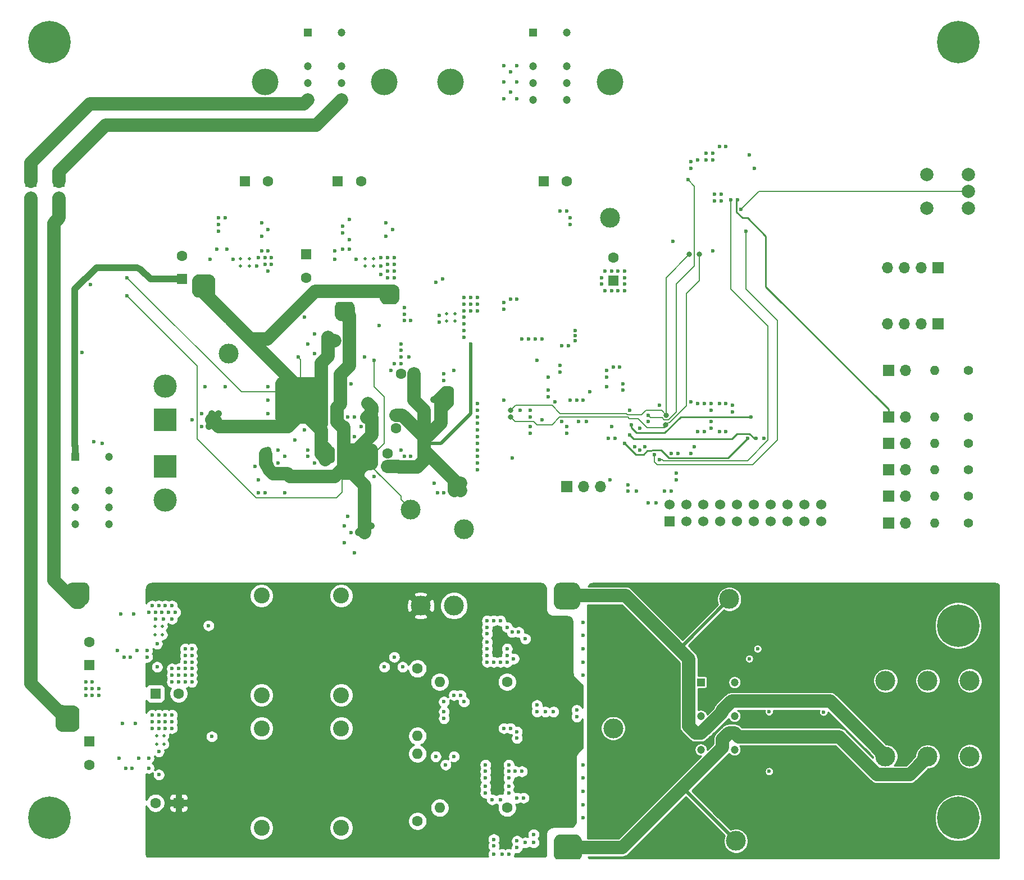
<source format=gbr>
G04 #@! TF.GenerationSoftware,KiCad,Pcbnew,(5.1.5)-3*
G04 #@! TF.CreationDate,2020-06-27T20:49:00+10:00*
G04 #@! TF.ProjectId,mainboard,6d61696e-626f-4617-9264-2e6b69636164,1.0.0*
G04 #@! TF.SameCoordinates,Original*
G04 #@! TF.FileFunction,Copper,L3,Inr*
G04 #@! TF.FilePolarity,Positive*
%FSLAX46Y46*%
G04 Gerber Fmt 4.6, Leading zero omitted, Abs format (unit mm)*
G04 Created by KiCad (PCBNEW (5.1.5)-3) date 2020-06-27 20:49:00*
%MOMM*%
%LPD*%
G04 APERTURE LIST*
%ADD10O,1.400000X1.400000*%
%ADD11C,1.400000*%
%ADD12R,1.200000X1.200000*%
%ADD13C,1.200000*%
%ADD14O,1.700000X1.700000*%
%ADD15R,1.700000X1.700000*%
%ADD16C,1.524000*%
%ADD17R,1.524000X1.524000*%
%ADD18C,2.000000*%
%ADD19C,3.000000*%
%ADD20C,0.800000*%
%ADD21C,6.400000*%
%ADD22C,4.000500*%
%ADD23C,0.500000*%
%ADD24O,1.600000X1.600000*%
%ADD25C,1.600000*%
%ADD26R,1.600000X1.600000*%
%ADD27C,3.500120*%
%ADD28R,3.500120X3.500120*%
%ADD29C,2.400000*%
%ADD30C,0.600000*%
%ADD31C,2.000000*%
%ADD32C,0.500000*%
%ADD33C,1.000000*%
%ADD34C,0.200000*%
%ADD35C,0.293370*%
%ADD36C,0.254000*%
%ADD37C,0.250000*%
G04 APERTURE END LIST*
D10*
X199920000Y-86000000D03*
D11*
X205000000Y-86000000D03*
D10*
X199920000Y-97000000D03*
D11*
X205000000Y-97000000D03*
D10*
X199920000Y-101000000D03*
D11*
X205000000Y-101000000D03*
D10*
X199920000Y-105000000D03*
D11*
X205000000Y-105000000D03*
D10*
X199920000Y-109000000D03*
D11*
X205000000Y-109000000D03*
D10*
X199920000Y-93000000D03*
D11*
X205000000Y-93000000D03*
D12*
X70460000Y-99050000D03*
D13*
X75540000Y-99050000D03*
X70460000Y-104130000D03*
X75540000Y-109210000D03*
X70460000Y-106670000D03*
X70460000Y-109210000D03*
X75540000Y-104130000D03*
X75540000Y-106670000D03*
D12*
X164710000Y-133050000D03*
D13*
X169790000Y-133050000D03*
X164710000Y-138130000D03*
X169790000Y-143210000D03*
X164710000Y-140670000D03*
X164710000Y-143210000D03*
X169790000Y-138130000D03*
X169790000Y-140670000D03*
D14*
X195540000Y-86000000D03*
D15*
X193000000Y-86000000D03*
D14*
X195540000Y-97000000D03*
D15*
X193000000Y-97000000D03*
D14*
X195540000Y-101000000D03*
D15*
X193000000Y-101000000D03*
D14*
X195540000Y-105000000D03*
D15*
X193000000Y-105000000D03*
D14*
X195540000Y-109000000D03*
D15*
X193000000Y-109000000D03*
D14*
X195540000Y-93000000D03*
D15*
X193000000Y-93000000D03*
D16*
X180320000Y-108750000D03*
X182860000Y-108750000D03*
X180320000Y-106210000D03*
X182860000Y-106210000D03*
X172700000Y-106210000D03*
X177780000Y-108750000D03*
X172700000Y-108750000D03*
X175240000Y-108750000D03*
X170160000Y-108750000D03*
X177780000Y-106210000D03*
X175240000Y-106210000D03*
X170160000Y-106210000D03*
X167620000Y-106210000D03*
X167620000Y-108750000D03*
X165080000Y-108750000D03*
X165080000Y-106210000D03*
X162540000Y-108750000D03*
X162540000Y-106210000D03*
X160000000Y-106210000D03*
D17*
X160000000Y-108750000D03*
D12*
X139460000Y-35050000D03*
D13*
X144540000Y-35050000D03*
X139460000Y-40130000D03*
X144540000Y-45210000D03*
X139460000Y-42670000D03*
X139460000Y-45210000D03*
X144540000Y-40130000D03*
X144540000Y-42670000D03*
D12*
X105460000Y-35050000D03*
D13*
X110540000Y-35050000D03*
X105460000Y-40130000D03*
X110540000Y-45210000D03*
X105460000Y-42670000D03*
X105460000Y-45210000D03*
X110540000Y-40130000D03*
X110540000Y-42670000D03*
D18*
X198750000Y-56500000D03*
X205000000Y-56500000D03*
X205000000Y-59000000D03*
X198750000Y-61500000D03*
X205000000Y-61500000D03*
D19*
X192550000Y-144255000D03*
X198900000Y-144255000D03*
X205250000Y-144230000D03*
X192550000Y-132825000D03*
X198900000Y-132825000D03*
X205250000Y-132800000D03*
D14*
X68000000Y-60040000D03*
D15*
X68000000Y-57500000D03*
D14*
X63750000Y-60040000D03*
D15*
X63750000Y-57500000D03*
D20*
X205197056Y-122802944D03*
X203500000Y-122100000D03*
X201802944Y-122802944D03*
X201100000Y-124500000D03*
X201802944Y-126197056D03*
X203500000Y-126900000D03*
X205197056Y-126197056D03*
X205900000Y-124500000D03*
D21*
X203500000Y-124500000D03*
D20*
X205197056Y-151802944D03*
X203500000Y-151100000D03*
X201802944Y-151802944D03*
X201100000Y-153500000D03*
X201802944Y-155197056D03*
X203500000Y-155900000D03*
X205197056Y-155197056D03*
X205900000Y-153500000D03*
D21*
X203500000Y-153500000D03*
D20*
X68197056Y-151802944D03*
X66500000Y-151100000D03*
X64802944Y-151802944D03*
X64100000Y-153500000D03*
X64802944Y-155197056D03*
X66500000Y-155900000D03*
X68197056Y-155197056D03*
X68900000Y-153500000D03*
D21*
X66500000Y-153500000D03*
D20*
X205197056Y-34802944D03*
X203500000Y-34100000D03*
X201802944Y-34802944D03*
X201100000Y-36500000D03*
X201802944Y-38197056D03*
X203500000Y-38900000D03*
X205197056Y-38197056D03*
X205900000Y-36500000D03*
D21*
X203500000Y-36500000D03*
D20*
X68197056Y-34802944D03*
X66500000Y-34100000D03*
X64802944Y-34802944D03*
X64100000Y-36500000D03*
X64802944Y-38197056D03*
X66500000Y-38900000D03*
X68197056Y-38197056D03*
X68900000Y-36500000D03*
D21*
X66500000Y-36500000D03*
D22*
X151000000Y-42500000D03*
X127000000Y-42500000D03*
X99000000Y-42500000D03*
X117000000Y-42500000D03*
D19*
X129000000Y-110000000D03*
D23*
X127650000Y-77450000D03*
X127650000Y-78550000D03*
X126350000Y-77450000D03*
X126350000Y-78550000D03*
D14*
X149580000Y-103500000D03*
X147040000Y-103500000D03*
D15*
X144500000Y-103500000D03*
D24*
X125340000Y-133000000D03*
D25*
X135500000Y-133000000D03*
D24*
X122000000Y-141160000D03*
D25*
X122000000Y-131000000D03*
D19*
X127500000Y-121500000D03*
X122500000Y-121500000D03*
X151000000Y-63000000D03*
X121000000Y-107000000D03*
X93500000Y-83500000D03*
X170000000Y-157000000D03*
X151500000Y-140000000D03*
X169000000Y-120500000D03*
D24*
X125340000Y-152000000D03*
D25*
X135500000Y-152000000D03*
D24*
X122000000Y-143840000D03*
D25*
X122000000Y-154000000D03*
X72500000Y-127000000D03*
D26*
X72500000Y-130500000D03*
D25*
X72500000Y-145500000D03*
D26*
X72500000Y-142000000D03*
D23*
X82450000Y-124600000D03*
X83550000Y-124600000D03*
X82450000Y-125900000D03*
X83550000Y-125900000D03*
X82700000Y-141100000D03*
X83800000Y-141100000D03*
X82700000Y-142400000D03*
X83800000Y-142400000D03*
X115400000Y-69200000D03*
X115400000Y-70300000D03*
X114100000Y-69200000D03*
X114100000Y-70300000D03*
X96650000Y-69200000D03*
X96650000Y-70300000D03*
X95350000Y-69200000D03*
X95350000Y-70300000D03*
D25*
X86000000Y-134750000D03*
D26*
X82500000Y-134750000D03*
D25*
X82500000Y-151250000D03*
D26*
X86000000Y-151250000D03*
D25*
X118750000Y-94750000D03*
D26*
X118750000Y-92750000D03*
D25*
X117500000Y-98500000D03*
D26*
X117500000Y-100500000D03*
D25*
X144500000Y-57500000D03*
D26*
X141000000Y-57500000D03*
D25*
X99500000Y-57500000D03*
D26*
X96000000Y-57500000D03*
X110000000Y-57500000D03*
D25*
X113500000Y-57500000D03*
D26*
X86500000Y-72250000D03*
D25*
X86500000Y-68750000D03*
D26*
X105250000Y-68500000D03*
D25*
X105250000Y-72000000D03*
X151500000Y-69000000D03*
D26*
X151500000Y-72500000D03*
D27*
X84000000Y-105580000D03*
D28*
X84000000Y-100500000D03*
X84000000Y-93500000D03*
D27*
X84000000Y-88420000D03*
D15*
X200500000Y-79000000D03*
D14*
X197960000Y-79000000D03*
X195420000Y-79000000D03*
X192880000Y-79000000D03*
X192880000Y-70500000D03*
X195420000Y-70500000D03*
X197960000Y-70500000D03*
D15*
X200500000Y-70500000D03*
D26*
X121500000Y-86500000D03*
D25*
X119500000Y-86500000D03*
D29*
X110500000Y-135000000D03*
X110500000Y-120000000D03*
X98500000Y-120000000D03*
X98500000Y-135000000D03*
X110500000Y-140000000D03*
X110500000Y-155000000D03*
X98500000Y-155000000D03*
X98500000Y-140000000D03*
D30*
X108000000Y-83000000D03*
X108500000Y-81000000D03*
X109500000Y-81500000D03*
X109000000Y-98000000D03*
X107500000Y-98000000D03*
X108000000Y-100000000D03*
X92000000Y-92500000D03*
X90500000Y-94500000D03*
X91000000Y-92500000D03*
X104000000Y-84000000D03*
X90750000Y-74250000D03*
X90750000Y-73250000D03*
X89750000Y-73250000D03*
X88750000Y-73250000D03*
X88750000Y-74250000D03*
X89750000Y-72250000D03*
X88750000Y-72250000D03*
X90750000Y-72250000D03*
X101000000Y-91000000D03*
X117750000Y-74500000D03*
X118750000Y-74500000D03*
X118750000Y-75500000D03*
X117750000Y-75500000D03*
X116750000Y-74500000D03*
X116750000Y-73500000D03*
X117750000Y-73500000D03*
X118750000Y-73500000D03*
X89750000Y-74250000D03*
X78250000Y-72000000D03*
X159250000Y-104250000D03*
X141750000Y-90000000D03*
X142750000Y-90750000D03*
X141750000Y-89000000D03*
X150500000Y-88500000D03*
X153000000Y-89000000D03*
X153000000Y-88000000D03*
X135000000Y-76750000D03*
X135000000Y-75750000D03*
X136000000Y-75250000D03*
X137000000Y-75250000D03*
X136250000Y-99250000D03*
X139000000Y-94500000D03*
X139000000Y-95500000D03*
X140750000Y-93500000D03*
X147500000Y-93750000D03*
X146250000Y-93750000D03*
X165250000Y-95250000D03*
X164250000Y-95250000D03*
X163250000Y-90750000D03*
X160250000Y-104250000D03*
X161000000Y-102500000D03*
X140000000Y-84500000D03*
X158500000Y-91250000D03*
X155500000Y-94750000D03*
X135000000Y-90500000D03*
X153250000Y-71000000D03*
X153250000Y-72000000D03*
X153250000Y-73000000D03*
X153250000Y-74000000D03*
X152250000Y-74000000D03*
X151250000Y-74000000D03*
X150250000Y-74000000D03*
X149750000Y-73000000D03*
X149750000Y-72000000D03*
X150250000Y-71000000D03*
X151250000Y-71000000D03*
X152250000Y-71000000D03*
X172000000Y-53500000D03*
X165500000Y-54250000D03*
X166500000Y-54250000D03*
X165500000Y-53250000D03*
X166500000Y-53250000D03*
X168500000Y-95250000D03*
X167500000Y-95250000D03*
X160500000Y-66500000D03*
X166500000Y-68000000D03*
X161000000Y-101500000D03*
X166250000Y-93750000D03*
X166250000Y-94750000D03*
X115000000Y-109500000D03*
X113000000Y-110500000D03*
X114000000Y-110500000D03*
X99500000Y-98000000D03*
X99500000Y-100500000D03*
X114500000Y-91000000D03*
X115000000Y-92000000D03*
X114393750Y-93106250D03*
X102399999Y-101600001D03*
X111000000Y-77000000D03*
X110000000Y-77000000D03*
X110000000Y-76000000D03*
X111000000Y-76000000D03*
X112000000Y-76000000D03*
X112000000Y-77000000D03*
X112000000Y-78000000D03*
X111000000Y-78000000D03*
X110000000Y-78000000D03*
X115500000Y-84500000D03*
X78223963Y-74776037D03*
X124000000Y-99000000D03*
X123000000Y-99000000D03*
X122500000Y-98000000D03*
X124400000Y-90400000D03*
X126150000Y-88850000D03*
X126250000Y-89750000D03*
X127350000Y-104150000D03*
X128500000Y-104150000D03*
X128500000Y-103000000D03*
X130000000Y-82000000D03*
X125400000Y-90400000D03*
X144500000Y-158000000D03*
X143500000Y-157000000D03*
X143500000Y-159000000D03*
X145500000Y-159000000D03*
X145500000Y-157000000D03*
X145500000Y-121000000D03*
X145500000Y-119000000D03*
X143500000Y-119000000D03*
X143500000Y-121000000D03*
X144500000Y-120000000D03*
D20*
X159444999Y-94250000D03*
X136019440Y-93034395D03*
X164500000Y-68500000D03*
X159500000Y-92750000D03*
X136073928Y-92035878D03*
X163000000Y-68500000D03*
D30*
X156750000Y-92750000D03*
X162750000Y-57250000D03*
X170750000Y-61750000D03*
X157750000Y-98750000D03*
X171500000Y-65000000D03*
X158500000Y-99500000D03*
X169250000Y-60250000D03*
X154250000Y-94250000D03*
X172250000Y-93000000D03*
X154000000Y-95750000D03*
X173000000Y-96250000D03*
X153250000Y-97000000D03*
X171750000Y-96250000D03*
X120000000Y-77500000D03*
X121000000Y-78500000D03*
X131000000Y-91000000D03*
X131000000Y-93000000D03*
X131000000Y-95000000D03*
X131000000Y-97000000D03*
X131000000Y-99000000D03*
X131000000Y-101000000D03*
X89500000Y-92500000D03*
X89500000Y-94500000D03*
X90000000Y-88500000D03*
X93000000Y-88500000D03*
X99500000Y-92500000D03*
X99500000Y-90500000D03*
X99500000Y-88500000D03*
X99000000Y-104500000D03*
X102000000Y-104500000D03*
X101000000Y-100000000D03*
X101000000Y-98000000D03*
X98000000Y-104500000D03*
X98000000Y-102500000D03*
X97500000Y-100500000D03*
X102000000Y-99000000D03*
X88000000Y-93500000D03*
X105500000Y-98000000D03*
X106500000Y-100000000D03*
X105500000Y-99000000D03*
X105000000Y-95000000D03*
X103500000Y-96500000D03*
X111500000Y-93000000D03*
X112500000Y-93000000D03*
X113500000Y-94500000D03*
X112500000Y-96000000D03*
X111000000Y-109500000D03*
X112000000Y-110500000D03*
X111000000Y-112000000D03*
X112500000Y-113500000D03*
X114000000Y-84000000D03*
X105000000Y-78000000D03*
X105500000Y-82000000D03*
X106500000Y-83500000D03*
X106500000Y-80500000D03*
X111500000Y-108000000D03*
X112000000Y-88000000D03*
X120000000Y-78500000D03*
X120000000Y-76500000D03*
X126000000Y-87500000D03*
X126000000Y-86500000D03*
X127500000Y-86000000D03*
X126000000Y-104500000D03*
X125000000Y-104500000D03*
X124500000Y-103000000D03*
X121000000Y-99000000D03*
X120000000Y-99000000D03*
X119500000Y-98000000D03*
X131000000Y-92000000D03*
X131000000Y-98000000D03*
X131000000Y-100000000D03*
X131000000Y-96000000D03*
X131000000Y-94000000D03*
X117250000Y-63750000D03*
X118250000Y-64750000D03*
X117250000Y-65750000D03*
X98500000Y-63750000D03*
X98500000Y-65750000D03*
X99500000Y-64750000D03*
X94250000Y-69250000D03*
X93250000Y-67750000D03*
X91750000Y-67750000D03*
X90750000Y-69250000D03*
X109500000Y-69250000D03*
X110750000Y-67750000D03*
X111750000Y-67750000D03*
X112750000Y-69250000D03*
X110750000Y-65250000D03*
X110750000Y-64250000D03*
X111750000Y-63250000D03*
X116500000Y-70250000D03*
X97750000Y-70250000D03*
X115500000Y-102000000D03*
X116250000Y-79250000D03*
X130000000Y-77000000D03*
X129000000Y-79000000D03*
X129000000Y-80000000D03*
X129000000Y-81000000D03*
X119500000Y-82000000D03*
X118000000Y-86000000D03*
X119500000Y-83000000D03*
X119500000Y-84000000D03*
X120750000Y-84000000D03*
X119500000Y-85000000D03*
X118500000Y-85000000D03*
X125750000Y-72250000D03*
X124750000Y-72750000D03*
X125250000Y-77750000D03*
X125250000Y-78750000D03*
X129000000Y-78000000D03*
X129000000Y-77000000D03*
X130000000Y-76000000D03*
X129000000Y-76000000D03*
X129000000Y-75000000D03*
X130000000Y-75000000D03*
X131000000Y-75000000D03*
X131000000Y-76000000D03*
X131000000Y-77000000D03*
X111750000Y-66250000D03*
X98000000Y-69000000D03*
X99000000Y-70000000D03*
X99000000Y-69000000D03*
X98500000Y-68000000D03*
X99500000Y-68000000D03*
X99500000Y-71000000D03*
X116500000Y-69000000D03*
X117500000Y-69000000D03*
X117500000Y-70000000D03*
X117500000Y-71000000D03*
X116500000Y-71500000D03*
X117500000Y-72000000D03*
X109500000Y-68000000D03*
X118500000Y-72000000D03*
X118500000Y-71000000D03*
X118500000Y-70000000D03*
X118500000Y-69000000D03*
X100000000Y-70000000D03*
X100000000Y-69000000D03*
X93000000Y-63000000D03*
X92000000Y-63000000D03*
X92000000Y-64000000D03*
X92000000Y-65000000D03*
X72735000Y-73015000D03*
X71450000Y-83300000D03*
X74500000Y-97000000D03*
X73250000Y-96750000D03*
X145750000Y-80000000D03*
X153750000Y-103250000D03*
X145000000Y-90500000D03*
X146000000Y-90500000D03*
X147000000Y-90500000D03*
X148000000Y-89250000D03*
X140750000Y-81250000D03*
X139750000Y-81250000D03*
X138750000Y-81250000D03*
X137750000Y-81250000D03*
X143500000Y-86250000D03*
X143500000Y-85250000D03*
X150750000Y-96250000D03*
X155500000Y-98000000D03*
X154750000Y-97500000D03*
X156250000Y-97500000D03*
X153750000Y-104250000D03*
X155000000Y-104250000D03*
X156750000Y-106000000D03*
X158000000Y-106000000D03*
X141750000Y-87000000D03*
X151750000Y-96250000D03*
X137500000Y-92000000D03*
X139000000Y-93000000D03*
X139000000Y-92000000D03*
X150500000Y-87000000D03*
X150500000Y-86000000D03*
X151500000Y-85500000D03*
X152500000Y-85500000D03*
X143750000Y-93750000D03*
X151000000Y-102500000D03*
X165250000Y-91000000D03*
X164250000Y-91000000D03*
X154000000Y-92000000D03*
X156750000Y-93750000D03*
X160250000Y-98500000D03*
X161250000Y-98500000D03*
X163250000Y-98500000D03*
X163750000Y-97500000D03*
X151250000Y-94500000D03*
X135000000Y-40000000D03*
X137000000Y-40000000D03*
X134999991Y-42499991D03*
X137000000Y-42500000D03*
X136000000Y-41000000D03*
X136000000Y-44000000D03*
X135000000Y-45000000D03*
X137000000Y-45000000D03*
X143500000Y-62000000D03*
X145000000Y-63000000D03*
X145000000Y-64000000D03*
X144500000Y-62000000D03*
X163250000Y-55500000D03*
X163250000Y-54500000D03*
X164250000Y-54250000D03*
X167500000Y-52250000D03*
X168500000Y-52250000D03*
X172750000Y-55500000D03*
X166800000Y-59400000D03*
X167800000Y-59400000D03*
X166800000Y-60400000D03*
X167800000Y-60400000D03*
X174250000Y-96250000D03*
X167500000Y-91000000D03*
X168500000Y-91000000D03*
X169500000Y-92250000D03*
X169500000Y-91250000D03*
X144500000Y-95500000D03*
X144500000Y-94500000D03*
X145750000Y-80750000D03*
X145750000Y-81500000D03*
X143750000Y-82250000D03*
X144750000Y-82250000D03*
X166250000Y-91000000D03*
X166250000Y-92000000D03*
X140000000Y-135000000D03*
X137000000Y-143000000D03*
X137000000Y-144000000D03*
X140000000Y-134000000D03*
X142500000Y-135250000D03*
X142500000Y-134250000D03*
X146000000Y-134250000D03*
X143250000Y-136000000D03*
X145250000Y-136000000D03*
X137000000Y-154000000D03*
X137000000Y-155000000D03*
X137500000Y-153000000D03*
X138500000Y-153000000D03*
X133500000Y-154000000D03*
X133500000Y-155000000D03*
X132250000Y-154000000D03*
X132250000Y-155000000D03*
X87000000Y-144000000D03*
X88000000Y-144000000D03*
X88000000Y-145000000D03*
X87000000Y-145000000D03*
X87000000Y-146000000D03*
X88000000Y-146000000D03*
X88000000Y-147000000D03*
X87000000Y-147000000D03*
X86000000Y-147000000D03*
X85000000Y-147000000D03*
X85000000Y-148000000D03*
X86000000Y-148000000D03*
X87000000Y-148000000D03*
X88000000Y-148000000D03*
X88000000Y-149000000D03*
X87000000Y-149000000D03*
X86000000Y-149000000D03*
X85000000Y-149000000D03*
X146000000Y-135250000D03*
X175000000Y-137500000D03*
X137000000Y-150500000D03*
X126000000Y-137500000D03*
X126000000Y-138500000D03*
X155000000Y-151500000D03*
X151000000Y-151500000D03*
X151000000Y-149500000D03*
X149000000Y-149500000D03*
X147000000Y-151500000D03*
X153000000Y-153500000D03*
X149000000Y-151500000D03*
X153000000Y-149500000D03*
X153000000Y-151500000D03*
X155000000Y-149500000D03*
X155000000Y-153500000D03*
X147000000Y-145500000D03*
X155000000Y-147500000D03*
X149000000Y-145500000D03*
X147000000Y-149500000D03*
X153000000Y-147500000D03*
X147000000Y-147500000D03*
X151000000Y-145500000D03*
X155000000Y-145500000D03*
X151000000Y-147500000D03*
X153000000Y-145500000D03*
X149000000Y-147500000D03*
X151000000Y-153500000D03*
X147000000Y-153500000D03*
X149000000Y-153500000D03*
X147000000Y-132000000D03*
X149000000Y-132000000D03*
X151000000Y-132000000D03*
X153000000Y-132000000D03*
X155000000Y-132000000D03*
X155000000Y-130000000D03*
X153000000Y-130000000D03*
X151000000Y-130000000D03*
X149000000Y-130000000D03*
X147000000Y-130000000D03*
X155000000Y-128000000D03*
X153000000Y-128000000D03*
X151000000Y-128000000D03*
X149000000Y-128000000D03*
X147000000Y-128000000D03*
X147000000Y-126000000D03*
X149000000Y-126000000D03*
X151000000Y-126000000D03*
X153000000Y-126000000D03*
X155000000Y-126000000D03*
X155000000Y-124000000D03*
X153000000Y-124000000D03*
X151000000Y-124000000D03*
X149000000Y-124000000D03*
X147000000Y-124000000D03*
X132500000Y-127000000D03*
X132500000Y-128000000D03*
X132500000Y-129000000D03*
X133500000Y-130000000D03*
X134500000Y-130000000D03*
X135500000Y-130000000D03*
X135500000Y-128000000D03*
X132500000Y-130000000D03*
X135500000Y-129000000D03*
X136500000Y-129500000D03*
X138000000Y-150500000D03*
X135750000Y-149750000D03*
X135750000Y-148750000D03*
X132250000Y-148750000D03*
X132250000Y-149750000D03*
X133250000Y-150750000D03*
X134500000Y-150750000D03*
X85000000Y-131000000D03*
X86000000Y-131000000D03*
X87000000Y-131000000D03*
X88000000Y-131000000D03*
X88000000Y-132000000D03*
X87000000Y-132000000D03*
X86000000Y-132000000D03*
X85000000Y-132000000D03*
X85000000Y-133000000D03*
X86000000Y-133000000D03*
X87000000Y-133000000D03*
X88000000Y-133000000D03*
X87000000Y-130000000D03*
X88000000Y-130000000D03*
X88000000Y-129000000D03*
X87000000Y-129000000D03*
X87000000Y-128000000D03*
X88000000Y-128000000D03*
X177500000Y-132250000D03*
X132500000Y-125750000D03*
X126000000Y-136000000D03*
X83000000Y-147000000D03*
X81500000Y-144500000D03*
X77500000Y-139250000D03*
X80000000Y-144500000D03*
X79500000Y-139250000D03*
X83000000Y-143500000D03*
X84000000Y-139000000D03*
X81500000Y-146000000D03*
X84000000Y-140000000D03*
X77000000Y-144500000D03*
X77250000Y-122750000D03*
X79250000Y-122750000D03*
X81250000Y-129250000D03*
X78750000Y-129250000D03*
X81250000Y-128250000D03*
X82750000Y-127250000D03*
X76750000Y-128250000D03*
X83750000Y-123500000D03*
X82750000Y-130750000D03*
X79750000Y-128250000D03*
X77750000Y-129250000D03*
X82500000Y-123500000D03*
X127500000Y-135000000D03*
X128500000Y-135000000D03*
X129000000Y-136000000D03*
X137000000Y-141500000D03*
X137000000Y-140500000D03*
X136000000Y-140000000D03*
X135000000Y-140000000D03*
X132500000Y-124750000D03*
X132500000Y-123750000D03*
X133500000Y-123750000D03*
X134500000Y-123750000D03*
X138250000Y-126500000D03*
X137250000Y-125500000D03*
X136250000Y-125500000D03*
X135500000Y-124750000D03*
X140000000Y-137500000D03*
X140000000Y-136500000D03*
X142500000Y-137500000D03*
X141250000Y-137500000D03*
X146000000Y-137250000D03*
X146000000Y-138250000D03*
X133500000Y-156750000D03*
X133500000Y-157750000D03*
X134750000Y-159000000D03*
X135750000Y-159000000D03*
X137000000Y-158000000D03*
X137000000Y-157000000D03*
X138250000Y-157250000D03*
X139500000Y-157250000D03*
X139500000Y-156000000D03*
X133500000Y-159000000D03*
X132250000Y-147500000D03*
X132250000Y-146500000D03*
X132250000Y-145500000D03*
X135750000Y-147500000D03*
X135750000Y-146500000D03*
X135750000Y-145500000D03*
X136750000Y-146500000D03*
X137750000Y-146500000D03*
X81500000Y-122500000D03*
X82500000Y-122500000D03*
X83500000Y-122500000D03*
X84500000Y-122500000D03*
X85500000Y-122500000D03*
X85000000Y-123500000D03*
X82000000Y-121500000D03*
X83000000Y-121500000D03*
X84000000Y-121500000D03*
X85000000Y-121500000D03*
X83000000Y-140000000D03*
X83000000Y-139000000D03*
X82000000Y-139000000D03*
X82000000Y-140000000D03*
X82000000Y-138000000D03*
X83000000Y-138000000D03*
X85000000Y-139000000D03*
X84000000Y-138000000D03*
X85000000Y-138000000D03*
X85000000Y-140000000D03*
X90500000Y-124500000D03*
X91000000Y-141250000D03*
X118500000Y-129250000D03*
X117000000Y-130750000D03*
X119750000Y-130750000D03*
X124750000Y-144250000D03*
X127500000Y-144250000D03*
X126250000Y-145500000D03*
X79000000Y-146000000D03*
X78000000Y-146000000D03*
X172000000Y-129500000D03*
X175000000Y-146500000D03*
X183200000Y-137550000D03*
X72000000Y-135000000D03*
X74000000Y-135000000D03*
X73000000Y-135000000D03*
X73000000Y-134000000D03*
X74000000Y-134000000D03*
X72000000Y-134000000D03*
X72000000Y-133000000D03*
X73000000Y-133000000D03*
X173250000Y-128000000D03*
X68500000Y-137500000D03*
X68500000Y-139500000D03*
X70000000Y-139500000D03*
X70000000Y-120500000D03*
X71500000Y-120500000D03*
X71500000Y-119000000D03*
X70000000Y-119000000D03*
X170250000Y-60250000D03*
D31*
X107500000Y-94996632D02*
X107500000Y-96500000D01*
X104751684Y-92248316D02*
X102500000Y-94500000D01*
X104751684Y-92248316D02*
X107500000Y-94996632D01*
X102500000Y-94500000D02*
X92000000Y-94500000D01*
X92000000Y-94500000D02*
X91000000Y-93500000D01*
X108500000Y-81565685D02*
X108500000Y-81000000D01*
X108500000Y-83868002D02*
X108500000Y-81565685D01*
X107500000Y-84868002D02*
X108500000Y-83868002D01*
X107500000Y-89500000D02*
X107500000Y-84868002D01*
D32*
X91000000Y-92500000D02*
X91000000Y-93500000D01*
X91000000Y-94000000D02*
X91000000Y-93500000D01*
X90500000Y-94500000D02*
X91000000Y-94000000D01*
D33*
X92000000Y-92500000D02*
X91500000Y-93000000D01*
D32*
X91500000Y-93000000D02*
X91000000Y-93500000D01*
D33*
X90600001Y-94399999D02*
X90600001Y-94500000D01*
X91000000Y-94000000D02*
X90600001Y-94399999D01*
X92000000Y-93500000D02*
X91000000Y-92500000D01*
X92000000Y-94500000D02*
X92000000Y-93500000D01*
X108565685Y-81500000D02*
X108500000Y-81565685D01*
X107500000Y-98000000D02*
X108000000Y-98500000D01*
X108000000Y-97000000D02*
X108500000Y-97500000D01*
X107500000Y-97000000D02*
X108000000Y-97000000D01*
X107500000Y-96500000D02*
X107500000Y-97000000D01*
X107500000Y-97000000D02*
X107500000Y-98000000D01*
X108500000Y-97500000D02*
X108899991Y-98000000D01*
X107500000Y-98000000D02*
X108500000Y-97500000D01*
X108000000Y-98500000D02*
X108500000Y-98500000D01*
X108899991Y-98100009D02*
X108899991Y-98000000D01*
X108500000Y-98500000D02*
X108899991Y-98100009D01*
X108500000Y-98500000D02*
X108500000Y-99000000D01*
X108000000Y-98500000D02*
X108000000Y-99500000D01*
X108500000Y-99000000D02*
X108000000Y-99500000D01*
X108000000Y-99500000D02*
X108000000Y-99899991D01*
D31*
X108100001Y-99231999D02*
X108100001Y-99500000D01*
X107500000Y-97000000D02*
X107500000Y-98631998D01*
X107500000Y-98631998D02*
X108100001Y-99231999D01*
D33*
X109000000Y-98000000D02*
X109000000Y-99500000D01*
X108500000Y-99500000D02*
X108000000Y-100000000D01*
X109000000Y-99500000D02*
X108500000Y-99500000D01*
D31*
X106250000Y-90750000D02*
X107500000Y-89500000D01*
X109500000Y-81500000D02*
X109000000Y-81500000D01*
D33*
X109000000Y-81500000D02*
X108565685Y-81500000D01*
D34*
X104399999Y-84399999D02*
X104399999Y-88899999D01*
X104399999Y-88899999D02*
X106250000Y-90750000D01*
X104000000Y-84000000D02*
X104399999Y-84399999D01*
D31*
X96750000Y-81250000D02*
X93750000Y-78250000D01*
X93750000Y-78250000D02*
X94000000Y-78500000D01*
X117350001Y-74100001D02*
X117750000Y-74500000D01*
X106531997Y-74100001D02*
X117350001Y-74100001D01*
X96750000Y-81250000D02*
X99381998Y-81250000D01*
X99381998Y-81250000D02*
X106531997Y-74100001D01*
X101750000Y-86250000D02*
X96750000Y-81250000D01*
X106250000Y-90750000D02*
X101750000Y-86250000D01*
X105250000Y-91250000D02*
X106250000Y-90750000D01*
X93750000Y-78250000D02*
X89750000Y-74250000D01*
D34*
X103200001Y-89200001D02*
X105250000Y-91250000D01*
X95450001Y-89200001D02*
X103200001Y-89200001D01*
X78250000Y-72000000D02*
X95450001Y-89200001D01*
D33*
X80250000Y-70750000D02*
X81750000Y-72250000D01*
X79750000Y-70500000D02*
X80250000Y-70750000D01*
X70460000Y-99050000D02*
X70460000Y-97450000D01*
X73621998Y-70500000D02*
X79750000Y-70500000D01*
X70349999Y-97339999D02*
X70349999Y-73771999D01*
X81750000Y-72250000D02*
X86500000Y-72250000D01*
X70460000Y-97450000D02*
X70349999Y-97339999D01*
X70349999Y-73771999D02*
X73621998Y-70500000D01*
D31*
X99399999Y-100399999D02*
X99399999Y-100500000D01*
X99100001Y-100100001D02*
X99399999Y-100399999D01*
X99100001Y-98600001D02*
X99100001Y-100100001D01*
X115100001Y-91600001D02*
X114500000Y-91000000D01*
X115100001Y-93100001D02*
X115000000Y-93000000D01*
X115100001Y-95768001D02*
X115100001Y-93100001D01*
X115000000Y-93000000D02*
X115100001Y-91600001D01*
X100231999Y-101600001D02*
X99600001Y-100968003D01*
X112468003Y-98399999D02*
X115100001Y-95768001D01*
X111100001Y-98399999D02*
X112468003Y-98399999D01*
X102399999Y-101600001D02*
X100231999Y-101600001D01*
D33*
X115000000Y-109500000D02*
X114000000Y-109500000D01*
D31*
X114000000Y-110500000D02*
X114000000Y-109500000D01*
X114000000Y-109500000D02*
X114000000Y-103368002D01*
D33*
X113100001Y-110399999D02*
X113100001Y-110500000D01*
X114000000Y-109500000D02*
X113100001Y-110399999D01*
X115000000Y-93065685D02*
X115000000Y-93000000D01*
X114959435Y-93106250D02*
X115000000Y-93065685D01*
X114393750Y-93106250D02*
X114959435Y-93106250D01*
X99100001Y-98399999D02*
X99100001Y-98600001D01*
X99500000Y-98000000D02*
X99100001Y-98399999D01*
D31*
X110899999Y-100268001D02*
X110899999Y-96399999D01*
X114000000Y-103368002D02*
X110899999Y-100268001D01*
X110899999Y-100600001D02*
X110899999Y-96399999D01*
X102399999Y-101600001D02*
X102799998Y-102000000D01*
X102799998Y-102000000D02*
X109500000Y-102000000D01*
X115000000Y-92500000D02*
X114393750Y-93106250D01*
X115000000Y-92000000D02*
X115000000Y-92500000D01*
X110899999Y-96399999D02*
X110899999Y-95899999D01*
X111700010Y-78200010D02*
X111000000Y-77500000D01*
X111700010Y-78400012D02*
X111700010Y-78200010D01*
D34*
X115500000Y-84500000D02*
X115500000Y-88500000D01*
X115500000Y-88500000D02*
X117000000Y-90000000D01*
X117000000Y-90000000D02*
X117000000Y-97000000D01*
X113868003Y-99799999D02*
X112468003Y-98399999D01*
X114200001Y-99799999D02*
X113868003Y-99799999D01*
X117000000Y-97000000D02*
X114200001Y-99799999D01*
D31*
X110399999Y-91100001D02*
X110399999Y-86600001D01*
X111700010Y-77700010D02*
X111000000Y-77000000D01*
X111700010Y-85299990D02*
X111700010Y-77700010D01*
X110399999Y-86600001D02*
X111700010Y-85299990D01*
X110899999Y-96399999D02*
X110899999Y-94600001D01*
X109899999Y-91600001D02*
X110399999Y-91100001D01*
X109899999Y-93768001D02*
X109899999Y-91600001D01*
X110731999Y-94600001D02*
X109899999Y-93768001D01*
X110899999Y-94600001D02*
X110731999Y-94600001D01*
D34*
X116399999Y-101899999D02*
X115000000Y-100500000D01*
X119500001Y-104963999D02*
X115036002Y-100500000D01*
X121000000Y-107000000D02*
X119500001Y-105500001D01*
X119500001Y-105500001D02*
X119500001Y-104963999D01*
X97663999Y-105200001D02*
X109799999Y-105200001D01*
X88799999Y-96336001D02*
X97663999Y-105200001D01*
X78223963Y-74776037D02*
X88799999Y-85352073D01*
X88799999Y-85352073D02*
X88799999Y-96336001D01*
X110625000Y-104375000D02*
X110625000Y-100875000D01*
X109799999Y-105200001D02*
X110625000Y-104375000D01*
D31*
X109500000Y-102000000D02*
X110625000Y-100875000D01*
X110625000Y-100875000D02*
X110899999Y-100600001D01*
X123000000Y-99565685D02*
X123000000Y-99000000D01*
X121965684Y-100600001D02*
X123000000Y-99565685D01*
X119231999Y-100600001D02*
X121965684Y-100600001D01*
X119131998Y-100500000D02*
X119231999Y-100600001D01*
X117500000Y-100500000D02*
X119131998Y-100500000D01*
X123460002Y-96039998D02*
X125500000Y-94000000D01*
X119710002Y-92750000D02*
X118750000Y-92750000D01*
X123460002Y-96039998D02*
X123000000Y-96039998D01*
X123000000Y-96039998D02*
X119710002Y-92750000D01*
D33*
X125500000Y-89500000D02*
X126150000Y-88850000D01*
X125500000Y-90500000D02*
X125500000Y-89500000D01*
X127000000Y-89000000D02*
X126250000Y-89750000D01*
X125500000Y-90500000D02*
X126500000Y-90500000D01*
X126500000Y-90500000D02*
X127000000Y-90000000D01*
X127000000Y-90000000D02*
X127000000Y-89000000D01*
X126850000Y-88850000D02*
X126150000Y-88850000D01*
X127000000Y-89000000D02*
X126850000Y-88850000D01*
X125500000Y-92000000D02*
X126000000Y-92000000D01*
D31*
X125500000Y-92000000D02*
X125500000Y-90500000D01*
X125500000Y-94000000D02*
X125500000Y-92000000D01*
D33*
X127000000Y-91000000D02*
X127000000Y-89000000D01*
X126000000Y-92000000D02*
X127000000Y-91000000D01*
X126250000Y-89750000D02*
X125500000Y-90500000D01*
D31*
X123000000Y-98000000D02*
X127600001Y-102600001D01*
X127600001Y-102600001D02*
X127600001Y-103731999D01*
X128081999Y-103731999D02*
X128500000Y-104150000D01*
X127600001Y-103731999D02*
X128081999Y-103731999D01*
X128081999Y-103418001D02*
X128081999Y-103731999D01*
X128500000Y-103000000D02*
X128081999Y-103418001D01*
X123000000Y-99000000D02*
X123000000Y-98000000D01*
X123000000Y-98000000D02*
X123000000Y-96039998D01*
X128081999Y-103668001D02*
X127600001Y-104149999D01*
X128081999Y-103418001D02*
X128081999Y-103668001D01*
D32*
X130000000Y-92500000D02*
X130000000Y-82000000D01*
X125500000Y-97000000D02*
X130000000Y-92500000D01*
X123000000Y-96039998D02*
X123960002Y-97000000D01*
X123960002Y-97000000D02*
X125500000Y-97000000D01*
D31*
X121500000Y-90500000D02*
X121500000Y-86500000D01*
X123000000Y-96039998D02*
X123000000Y-92000000D01*
X123000000Y-92000000D02*
X121500000Y-90500000D01*
D33*
X125400000Y-90400000D02*
X125500000Y-90500000D01*
X124400000Y-90400000D02*
X125400000Y-90400000D01*
X124600000Y-90400000D02*
X126150000Y-88850000D01*
X124400000Y-90400000D02*
X124600000Y-90400000D01*
D31*
X168941472Y-140670000D02*
X169790000Y-140670000D01*
X167989999Y-142878003D02*
X167989999Y-141621473D01*
X167989999Y-141621473D02*
X168941472Y-140670000D01*
X144500000Y-158000000D02*
X152868002Y-158000000D01*
X197400001Y-145754999D02*
X198900000Y-144255000D01*
X196199999Y-146955001D02*
X197400001Y-145754999D01*
X191253999Y-146955001D02*
X196199999Y-146955001D01*
X170389999Y-141269999D02*
X185568997Y-141269999D01*
X185568997Y-141269999D02*
X191253999Y-146955001D01*
X169790000Y-140670000D02*
X170389999Y-141269999D01*
D32*
X162184001Y-149184001D02*
X170000000Y-157000000D01*
D31*
X162184001Y-148684001D02*
X167989999Y-142878003D01*
D32*
X162184001Y-148684001D02*
X162184001Y-149184001D01*
D31*
X152868002Y-158000000D02*
X162184001Y-148684001D01*
X163861472Y-140670000D02*
X164710000Y-140670000D01*
X162909999Y-139718527D02*
X163861472Y-140670000D01*
X162909999Y-129541997D02*
X162909999Y-139718527D01*
X144500000Y-120000000D02*
X153368002Y-120000000D01*
X191050001Y-142755001D02*
X192550000Y-144255000D01*
X169355999Y-135899999D02*
X184194999Y-135899999D01*
X167989999Y-137265999D02*
X169355999Y-135899999D01*
X184194999Y-135899999D02*
X191050001Y-142755001D01*
X167989999Y-137514003D02*
X167989999Y-137265999D01*
X165434001Y-140070001D02*
X167989999Y-137514003D01*
X165309999Y-140070001D02*
X165434001Y-140070001D01*
X164710000Y-140670000D02*
X165309999Y-140070001D01*
D32*
X161184001Y-127815999D02*
X161684001Y-127815999D01*
X161684001Y-127815999D02*
X169000000Y-120500000D01*
D31*
X161184001Y-127815999D02*
X162909999Y-129541997D01*
X153368002Y-120000000D02*
X161184001Y-127815999D01*
D34*
X155713998Y-93750000D02*
X156631203Y-94667205D01*
X159045000Y-94667205D02*
X159844998Y-93867207D01*
X136685046Y-93700001D02*
X139513997Y-93700001D01*
X136019440Y-93034395D02*
X136685046Y-93700001D01*
X140013997Y-94200001D02*
X142263997Y-94200001D01*
X156631203Y-94667205D02*
X159045000Y-94667205D01*
X139513997Y-93700001D02*
X140013997Y-94200001D01*
X142263997Y-94200001D02*
X143413999Y-93049999D01*
X147700001Y-93049999D02*
X148049999Y-93049999D01*
X143413999Y-93049999D02*
X147700001Y-93049999D01*
X159844998Y-93867207D02*
X159984494Y-93867207D01*
X164500000Y-72500000D02*
X164500000Y-68500000D01*
X159984494Y-93867207D02*
X162549999Y-91301702D01*
X162549999Y-91301702D02*
X162549999Y-74450001D01*
X162549999Y-74450001D02*
X164500000Y-72500000D01*
X155250000Y-93286002D02*
X156631203Y-94667205D01*
X153936004Y-93286002D02*
X155250000Y-93286002D01*
X153700001Y-93049999D02*
X153936004Y-93286002D01*
X147700001Y-93049999D02*
X153700001Y-93049999D01*
X159277794Y-94667205D02*
X159444999Y-94500000D01*
X159045000Y-94667205D02*
X159277794Y-94667205D01*
X158799999Y-92049999D02*
X159500000Y-92750000D01*
X156413999Y-92049999D02*
X158799999Y-92049999D01*
X155763997Y-92700001D02*
X156413999Y-92049999D01*
X153481999Y-92518001D02*
X153663999Y-92700001D01*
X143481999Y-92518001D02*
X153481999Y-92518001D01*
X142263997Y-91299999D02*
X143481999Y-92518001D01*
X136809807Y-91299999D02*
X142263997Y-91299999D01*
X153663999Y-92700001D02*
X155763997Y-92700001D01*
X136073928Y-92035878D02*
X136809807Y-91299999D01*
X159500000Y-72000000D02*
X163000000Y-68500000D01*
X159500000Y-92750000D02*
X159500000Y-72000000D01*
X163700001Y-58200001D02*
X162750000Y-57250000D01*
X161000000Y-92286002D02*
X161000000Y-73000000D01*
X159836001Y-93450001D02*
X161000000Y-92286002D01*
X163700001Y-70299999D02*
X163700001Y-58200001D01*
X161000000Y-73000000D02*
X163700001Y-70299999D01*
X159163999Y-93450001D02*
X159836001Y-93450001D01*
X158863997Y-93149999D02*
X159163999Y-93450001D01*
X157149999Y-93149999D02*
X158863997Y-93149999D01*
X156750000Y-92750000D02*
X157149999Y-93149999D01*
X205000000Y-59000000D02*
X173500000Y-59000000D01*
X173500000Y-59000000D02*
X170750000Y-61750000D01*
X171500000Y-73750000D02*
X171500000Y-65000000D01*
X176250000Y-78500000D02*
X171500000Y-73750000D01*
X157750000Y-99786002D02*
X158163999Y-100200001D01*
X157750000Y-98750000D02*
X157750000Y-99786002D01*
X158163999Y-100200001D02*
X172549999Y-100200001D01*
X176250000Y-96500000D02*
X176250000Y-78500000D01*
X172549999Y-100200001D02*
X176250000Y-96500000D01*
X169250000Y-73750000D02*
X169250000Y-60250000D01*
X174850001Y-79350001D02*
X169250000Y-73750000D01*
X174850001Y-96538001D02*
X174850001Y-79350001D01*
X158924264Y-99500000D02*
X159070960Y-99646696D01*
X159070960Y-99646696D02*
X171741306Y-99646696D01*
X158500000Y-99500000D02*
X158924264Y-99500000D01*
X171741306Y-99646696D02*
X174850001Y-96538001D01*
D35*
X154250000Y-94250000D02*
X154250000Y-94674264D01*
X154250000Y-94674264D02*
X154972422Y-95396686D01*
X159255409Y-95396686D02*
X161652095Y-93000000D01*
X154972422Y-95396686D02*
X159255409Y-95396686D01*
X161652095Y-93000000D02*
X172250000Y-93000000D01*
D34*
X172750000Y-96250000D02*
X173000000Y-96250000D01*
D35*
X172049999Y-95549999D02*
X172750000Y-96250000D01*
X154600011Y-96350011D02*
X169363987Y-96350011D01*
X154000000Y-95750000D02*
X154600011Y-96350011D01*
X169363987Y-96350011D02*
X170163999Y-95549999D01*
X170163999Y-95549999D02*
X172049999Y-95549999D01*
X154950001Y-98700001D02*
X156086001Y-98700001D01*
X153250000Y-97000000D02*
X154950001Y-98700001D01*
X168799999Y-99200001D02*
X171750000Y-96250000D01*
X159913999Y-99200001D02*
X168799999Y-99200001D01*
X158763997Y-98049999D02*
X159913999Y-99200001D01*
X157413999Y-98049999D02*
X158763997Y-98049999D01*
D34*
X157320997Y-98143001D02*
X157413999Y-98049999D01*
D35*
X156643001Y-98143001D02*
X157320997Y-98143001D01*
X156086001Y-98700001D02*
X156643001Y-98143001D01*
D31*
X68000000Y-56000000D02*
X68000000Y-57500000D01*
X75000000Y-49000000D02*
X68000000Y-56000000D01*
X110540000Y-45210000D02*
X106750000Y-49000000D01*
X106750000Y-49000000D02*
X75000000Y-49000000D01*
X63750000Y-54650000D02*
X63750000Y-57500000D01*
X72590001Y-45809999D02*
X63750000Y-54650000D01*
X104860001Y-45809999D02*
X105460000Y-45210000D01*
X72590001Y-45809999D02*
X104860001Y-45809999D01*
X63750000Y-133250000D02*
X69000000Y-138500000D01*
X63750000Y-62790000D02*
X63750000Y-133250000D01*
X68500000Y-138000000D02*
X70000000Y-139500000D01*
X68500000Y-137500000D02*
X68500000Y-138000000D01*
X68500000Y-137500000D02*
X68500000Y-139500000D01*
X68500000Y-139500000D02*
X70000000Y-139500000D01*
X63750000Y-62790000D02*
X63750000Y-60040000D01*
X71500000Y-119000000D02*
X70000000Y-119000000D01*
X70000000Y-120500000D02*
X70000000Y-119000000D01*
X71500000Y-119000000D02*
X71500000Y-120500000D01*
X70000000Y-120500000D02*
X70934315Y-120500000D01*
X70934315Y-120500000D02*
X71500000Y-120500000D01*
X68000000Y-63000000D02*
X68000000Y-60040000D01*
X70000000Y-120500000D02*
X71000000Y-121000000D01*
X67184001Y-117684001D02*
X67184001Y-63815999D01*
X71000000Y-121000000D02*
X70500000Y-121000000D01*
X70500000Y-121000000D02*
X67184001Y-117684001D01*
X67184001Y-63815999D02*
X68000000Y-63000000D01*
D35*
X193000000Y-91856630D02*
X174500000Y-73356630D01*
X193000000Y-93000000D02*
X193000000Y-91856630D01*
X174500000Y-73356630D02*
X174500000Y-65750000D01*
X174500000Y-65750000D02*
X171750000Y-63000000D01*
X171750000Y-63000000D02*
X171000000Y-63000000D01*
X171000000Y-63000000D02*
X170103314Y-62103314D01*
X170103314Y-60396686D02*
X170250000Y-60250000D01*
X170103314Y-62103314D02*
X170103314Y-60396686D01*
D36*
G36*
X107670189Y-87144376D02*
G01*
X107833850Y-87194022D01*
X107984672Y-87274638D01*
X108116870Y-87383130D01*
X108225362Y-87515328D01*
X108305978Y-87666150D01*
X108355624Y-87829811D01*
X108373000Y-88006234D01*
X108373000Y-94088801D01*
X108354779Y-94206030D01*
X108306268Y-94303305D01*
X108230514Y-94381273D01*
X108134672Y-94432566D01*
X108027780Y-94452348D01*
X107919930Y-94438752D01*
X107812280Y-94388885D01*
X107322372Y-94062280D01*
X107311695Y-94055894D01*
X107139033Y-93963798D01*
X107116066Y-93954303D01*
X106928776Y-93897596D01*
X106904399Y-93892756D01*
X106709650Y-93873609D01*
X106697224Y-93873000D01*
X101506234Y-93873000D01*
X101329811Y-93855624D01*
X101166150Y-93805978D01*
X101015328Y-93725362D01*
X100883130Y-93616870D01*
X100774638Y-93484672D01*
X100694022Y-93333850D01*
X100644376Y-93170189D01*
X100627000Y-92993766D01*
X100627000Y-88006234D01*
X100644376Y-87829811D01*
X100694022Y-87666150D01*
X100774638Y-87515328D01*
X100883130Y-87383130D01*
X101015328Y-87274638D01*
X101166150Y-87194022D01*
X101329811Y-87144376D01*
X101506234Y-87127000D01*
X107493766Y-87127000D01*
X107670189Y-87144376D01*
G37*
X107670189Y-87144376D02*
X107833850Y-87194022D01*
X107984672Y-87274638D01*
X108116870Y-87383130D01*
X108225362Y-87515328D01*
X108305978Y-87666150D01*
X108355624Y-87829811D01*
X108373000Y-88006234D01*
X108373000Y-94088801D01*
X108354779Y-94206030D01*
X108306268Y-94303305D01*
X108230514Y-94381273D01*
X108134672Y-94432566D01*
X108027780Y-94452348D01*
X107919930Y-94438752D01*
X107812280Y-94388885D01*
X107322372Y-94062280D01*
X107311695Y-94055894D01*
X107139033Y-93963798D01*
X107116066Y-93954303D01*
X106928776Y-93897596D01*
X106904399Y-93892756D01*
X106709650Y-93873609D01*
X106697224Y-93873000D01*
X101506234Y-93873000D01*
X101329811Y-93855624D01*
X101166150Y-93805978D01*
X101015328Y-93725362D01*
X100883130Y-93616870D01*
X100774638Y-93484672D01*
X100694022Y-93333850D01*
X100644376Y-93170189D01*
X100627000Y-92993766D01*
X100627000Y-88006234D01*
X100644376Y-87829811D01*
X100694022Y-87666150D01*
X100774638Y-87515328D01*
X100883130Y-87383130D01*
X101015328Y-87274638D01*
X101166150Y-87194022D01*
X101329811Y-87144376D01*
X101506234Y-87127000D01*
X107493766Y-87127000D01*
X107670189Y-87144376D01*
G36*
X90670189Y-71644376D02*
G01*
X90833850Y-71694022D01*
X90984672Y-71774638D01*
X91116870Y-71883130D01*
X91225362Y-72015328D01*
X91305978Y-72166150D01*
X91355624Y-72329811D01*
X91373000Y-72506234D01*
X91373000Y-73993766D01*
X91355624Y-74170189D01*
X91305978Y-74333850D01*
X91225362Y-74484672D01*
X91116870Y-74616870D01*
X90984672Y-74725362D01*
X90833850Y-74805978D01*
X90670189Y-74855624D01*
X90493766Y-74873000D01*
X89006234Y-74873000D01*
X88829811Y-74855624D01*
X88666150Y-74805978D01*
X88515328Y-74725362D01*
X88383130Y-74616870D01*
X88274638Y-74484672D01*
X88194022Y-74333850D01*
X88144376Y-74170189D01*
X88127000Y-73993766D01*
X88127000Y-72506234D01*
X88144376Y-72329811D01*
X88194022Y-72166150D01*
X88274638Y-72015328D01*
X88383130Y-71883130D01*
X88515328Y-71774638D01*
X88666150Y-71694022D01*
X88829811Y-71644376D01*
X89006234Y-71627000D01*
X90493766Y-71627000D01*
X90670189Y-71644376D01*
G37*
X90670189Y-71644376D02*
X90833850Y-71694022D01*
X90984672Y-71774638D01*
X91116870Y-71883130D01*
X91225362Y-72015328D01*
X91305978Y-72166150D01*
X91355624Y-72329811D01*
X91373000Y-72506234D01*
X91373000Y-73993766D01*
X91355624Y-74170189D01*
X91305978Y-74333850D01*
X91225362Y-74484672D01*
X91116870Y-74616870D01*
X90984672Y-74725362D01*
X90833850Y-74805978D01*
X90670189Y-74855624D01*
X90493766Y-74873000D01*
X89006234Y-74873000D01*
X88829811Y-74855624D01*
X88666150Y-74805978D01*
X88515328Y-74725362D01*
X88383130Y-74616870D01*
X88274638Y-74484672D01*
X88194022Y-74333850D01*
X88144376Y-74170189D01*
X88127000Y-73993766D01*
X88127000Y-72506234D01*
X88144376Y-72329811D01*
X88194022Y-72166150D01*
X88274638Y-72015328D01*
X88383130Y-71883130D01*
X88515328Y-71774638D01*
X88666150Y-71694022D01*
X88829811Y-71644376D01*
X89006234Y-71627000D01*
X90493766Y-71627000D01*
X90670189Y-71644376D01*
G36*
X111984672Y-75774638D02*
G01*
X112116870Y-75883130D01*
X112225362Y-76015328D01*
X112305978Y-76166150D01*
X112355624Y-76329811D01*
X112373000Y-76506234D01*
X112373000Y-77493766D01*
X112355624Y-77670189D01*
X112305978Y-77833850D01*
X112225362Y-77984672D01*
X112116870Y-78116870D01*
X111984672Y-78225362D01*
X111833850Y-78305978D01*
X111670189Y-78355624D01*
X111493766Y-78373000D01*
X110506234Y-78373000D01*
X110329811Y-78355624D01*
X110166150Y-78305978D01*
X110015328Y-78225362D01*
X109883130Y-78116870D01*
X109774638Y-77984672D01*
X109694022Y-77833850D01*
X109644376Y-77670189D01*
X109627000Y-77493766D01*
X109627000Y-76506234D01*
X109644376Y-76329811D01*
X109694022Y-76166150D01*
X109774638Y-76015328D01*
X109883130Y-75883130D01*
X110015328Y-75774638D01*
X110089484Y-75735001D01*
X111910516Y-75735001D01*
X111984672Y-75774638D01*
G37*
X111984672Y-75774638D02*
X112116870Y-75883130D01*
X112225362Y-76015328D01*
X112305978Y-76166150D01*
X112355624Y-76329811D01*
X112373000Y-76506234D01*
X112373000Y-77493766D01*
X112355624Y-77670189D01*
X112305978Y-77833850D01*
X112225362Y-77984672D01*
X112116870Y-78116870D01*
X111984672Y-78225362D01*
X111833850Y-78305978D01*
X111670189Y-78355624D01*
X111493766Y-78373000D01*
X110506234Y-78373000D01*
X110329811Y-78355624D01*
X110166150Y-78305978D01*
X110015328Y-78225362D01*
X109883130Y-78116870D01*
X109774638Y-77984672D01*
X109694022Y-77833850D01*
X109644376Y-77670189D01*
X109627000Y-77493766D01*
X109627000Y-76506234D01*
X109644376Y-76329811D01*
X109694022Y-76166150D01*
X109774638Y-76015328D01*
X109883130Y-75883130D01*
X110015328Y-75774638D01*
X110089484Y-75735001D01*
X111910516Y-75735001D01*
X111984672Y-75774638D01*
G36*
X115170189Y-97144376D02*
G01*
X115333850Y-97194022D01*
X115484672Y-97274638D01*
X115616870Y-97383130D01*
X115725362Y-97515328D01*
X115805978Y-97666150D01*
X115855624Y-97829811D01*
X115873000Y-98006234D01*
X115873000Y-99993766D01*
X115855624Y-100170189D01*
X115805978Y-100333850D01*
X115725362Y-100484672D01*
X115616870Y-100616870D01*
X115484672Y-100725362D01*
X115333850Y-100805978D01*
X115170189Y-100855624D01*
X114993766Y-100873000D01*
X114750000Y-100873000D01*
X114735781Y-100873799D01*
X114568890Y-100892603D01*
X114541164Y-100898931D01*
X114382642Y-100954400D01*
X114357019Y-100966739D01*
X114214815Y-101056092D01*
X114192580Y-101073823D01*
X114073823Y-101192580D01*
X114056092Y-101214815D01*
X113966739Y-101357019D01*
X113954400Y-101382642D01*
X113898931Y-101541164D01*
X113892603Y-101568890D01*
X113856597Y-101888451D01*
X113810581Y-102019960D01*
X113736455Y-102137930D01*
X113637930Y-102236455D01*
X113519960Y-102310581D01*
X113388451Y-102356597D01*
X113242872Y-102373000D01*
X111006234Y-102373000D01*
X110829811Y-102355624D01*
X110666150Y-102305978D01*
X110515328Y-102225362D01*
X110383130Y-102116870D01*
X110274638Y-101984672D01*
X110194022Y-101833850D01*
X110144376Y-101670189D01*
X110127000Y-101493766D01*
X110127000Y-99636978D01*
X110135000Y-99555752D01*
X110140491Y-99500000D01*
X110135000Y-99444248D01*
X110135000Y-97944248D01*
X110134053Y-97934628D01*
X110144376Y-97829811D01*
X110194022Y-97666150D01*
X110274638Y-97515328D01*
X110383130Y-97383130D01*
X110515328Y-97274638D01*
X110666150Y-97194022D01*
X110829811Y-97144376D01*
X111006234Y-97127000D01*
X114993766Y-97127000D01*
X115170189Y-97144376D01*
G37*
X115170189Y-97144376D02*
X115333850Y-97194022D01*
X115484672Y-97274638D01*
X115616870Y-97383130D01*
X115725362Y-97515328D01*
X115805978Y-97666150D01*
X115855624Y-97829811D01*
X115873000Y-98006234D01*
X115873000Y-99993766D01*
X115855624Y-100170189D01*
X115805978Y-100333850D01*
X115725362Y-100484672D01*
X115616870Y-100616870D01*
X115484672Y-100725362D01*
X115333850Y-100805978D01*
X115170189Y-100855624D01*
X114993766Y-100873000D01*
X114750000Y-100873000D01*
X114735781Y-100873799D01*
X114568890Y-100892603D01*
X114541164Y-100898931D01*
X114382642Y-100954400D01*
X114357019Y-100966739D01*
X114214815Y-101056092D01*
X114192580Y-101073823D01*
X114073823Y-101192580D01*
X114056092Y-101214815D01*
X113966739Y-101357019D01*
X113954400Y-101382642D01*
X113898931Y-101541164D01*
X113892603Y-101568890D01*
X113856597Y-101888451D01*
X113810581Y-102019960D01*
X113736455Y-102137930D01*
X113637930Y-102236455D01*
X113519960Y-102310581D01*
X113388451Y-102356597D01*
X113242872Y-102373000D01*
X111006234Y-102373000D01*
X110829811Y-102355624D01*
X110666150Y-102305978D01*
X110515328Y-102225362D01*
X110383130Y-102116870D01*
X110274638Y-101984672D01*
X110194022Y-101833850D01*
X110144376Y-101670189D01*
X110127000Y-101493766D01*
X110127000Y-99636978D01*
X110135000Y-99555752D01*
X110140491Y-99500000D01*
X110135000Y-99444248D01*
X110135000Y-97944248D01*
X110134053Y-97934628D01*
X110144376Y-97829811D01*
X110194022Y-97666150D01*
X110274638Y-97515328D01*
X110383130Y-97383130D01*
X110515328Y-97274638D01*
X110666150Y-97194022D01*
X110829811Y-97144376D01*
X111006234Y-97127000D01*
X114993766Y-97127000D01*
X115170189Y-97144376D01*
G36*
X140670189Y-118144376D02*
G01*
X140833850Y-118194022D01*
X140984672Y-118274638D01*
X141116870Y-118383130D01*
X141225362Y-118515328D01*
X141305978Y-118666150D01*
X141355624Y-118829811D01*
X141373000Y-119006234D01*
X141373000Y-122000000D01*
X141373612Y-122012448D01*
X141392827Y-122207538D01*
X141397683Y-122231956D01*
X141454588Y-122419549D01*
X141464116Y-122442550D01*
X141556526Y-122615437D01*
X141570358Y-122636138D01*
X141694721Y-122787675D01*
X141712325Y-122805279D01*
X141863862Y-122929642D01*
X141884563Y-122943474D01*
X142057450Y-123035884D01*
X142080451Y-123045412D01*
X142268044Y-123102317D01*
X142292462Y-123107173D01*
X142487552Y-123126388D01*
X142500000Y-123127000D01*
X144493766Y-123127000D01*
X144670189Y-123144376D01*
X144833850Y-123194022D01*
X144984672Y-123274638D01*
X145116870Y-123383130D01*
X145225362Y-123515328D01*
X145305978Y-123666150D01*
X145355624Y-123829811D01*
X145373000Y-124006234D01*
X145373000Y-131585786D01*
X145373612Y-131598234D01*
X145392827Y-131793325D01*
X145397683Y-131817743D01*
X145454588Y-132005336D01*
X145464116Y-132028337D01*
X145556526Y-132201224D01*
X145570358Y-132221925D01*
X145694721Y-132373461D01*
X145703090Y-132382696D01*
X146865000Y-133544606D01*
X146865000Y-136895023D01*
X146828586Y-136807111D01*
X146726262Y-136653972D01*
X146596028Y-136523738D01*
X146442889Y-136421414D01*
X146272729Y-136350932D01*
X146092089Y-136315000D01*
X145907911Y-136315000D01*
X145727271Y-136350932D01*
X145557111Y-136421414D01*
X145403972Y-136523738D01*
X145273738Y-136653972D01*
X145171414Y-136807111D01*
X145100932Y-136977271D01*
X145065000Y-137157911D01*
X145065000Y-137342089D01*
X145100932Y-137522729D01*
X145171414Y-137692889D01*
X145209574Y-137750000D01*
X145171414Y-137807111D01*
X145100932Y-137977271D01*
X145065000Y-138157911D01*
X145065000Y-138342089D01*
X145100932Y-138522729D01*
X145171414Y-138692889D01*
X145273738Y-138846028D01*
X145403972Y-138976262D01*
X145557111Y-139078586D01*
X145727271Y-139149068D01*
X145907911Y-139185000D01*
X146092089Y-139185000D01*
X146272729Y-139149068D01*
X146442889Y-139078586D01*
X146596028Y-138976262D01*
X146726262Y-138846028D01*
X146828586Y-138692889D01*
X146865000Y-138604977D01*
X146865000Y-142955394D01*
X146203090Y-143617304D01*
X146194721Y-143626539D01*
X146070358Y-143778075D01*
X146056526Y-143798776D01*
X145964116Y-143971663D01*
X145954588Y-143994664D01*
X145897683Y-144182257D01*
X145892827Y-144206675D01*
X145873612Y-144401766D01*
X145873000Y-144414214D01*
X145873000Y-153993766D01*
X145855624Y-154170189D01*
X145805978Y-154333850D01*
X145725362Y-154484672D01*
X145616870Y-154616870D01*
X145484672Y-154725362D01*
X145333850Y-154805978D01*
X145170189Y-154855624D01*
X144993766Y-154873000D01*
X142500000Y-154873000D01*
X142487552Y-154873612D01*
X142292462Y-154892827D01*
X142268044Y-154897683D01*
X142080451Y-154954588D01*
X142057450Y-154964116D01*
X141884563Y-155056526D01*
X141863862Y-155070358D01*
X141712325Y-155194721D01*
X141694721Y-155212325D01*
X141570358Y-155363862D01*
X141556526Y-155384563D01*
X141464116Y-155557450D01*
X141454588Y-155580451D01*
X141397683Y-155768044D01*
X141392827Y-155792462D01*
X141373612Y-155987552D01*
X141373000Y-156000000D01*
X141373000Y-158993766D01*
X141355624Y-159170189D01*
X141305978Y-159333850D01*
X141302691Y-159340000D01*
X136621204Y-159340000D01*
X136649068Y-159272729D01*
X136685000Y-159092089D01*
X136685000Y-158907911D01*
X136679288Y-158879193D01*
X136727271Y-158899068D01*
X136907911Y-158935000D01*
X137092089Y-158935000D01*
X137272729Y-158899068D01*
X137442889Y-158828586D01*
X137596028Y-158726262D01*
X137726262Y-158596028D01*
X137828586Y-158442889D01*
X137899068Y-158272729D01*
X137927746Y-158128554D01*
X137977271Y-158149068D01*
X138157911Y-158185000D01*
X138342089Y-158185000D01*
X138522729Y-158149068D01*
X138692889Y-158078586D01*
X138846028Y-157976262D01*
X138875000Y-157947290D01*
X138903972Y-157976262D01*
X139057111Y-158078586D01*
X139227271Y-158149068D01*
X139407911Y-158185000D01*
X139592089Y-158185000D01*
X139772729Y-158149068D01*
X139942889Y-158078586D01*
X140096028Y-157976262D01*
X140226262Y-157846028D01*
X140328586Y-157692889D01*
X140399068Y-157522729D01*
X140435000Y-157342089D01*
X140435000Y-157157911D01*
X140399068Y-156977271D01*
X140328586Y-156807111D01*
X140226262Y-156653972D01*
X140197290Y-156625000D01*
X140226262Y-156596028D01*
X140328586Y-156442889D01*
X140399068Y-156272729D01*
X140435000Y-156092089D01*
X140435000Y-155907911D01*
X140399068Y-155727271D01*
X140328586Y-155557111D01*
X140226262Y-155403972D01*
X140096028Y-155273738D01*
X139942889Y-155171414D01*
X139772729Y-155100932D01*
X139592089Y-155065000D01*
X139407911Y-155065000D01*
X139227271Y-155100932D01*
X139057111Y-155171414D01*
X138903972Y-155273738D01*
X138773738Y-155403972D01*
X138671414Y-155557111D01*
X138600932Y-155727271D01*
X138565000Y-155907911D01*
X138565000Y-156092089D01*
X138600932Y-156272729D01*
X138656229Y-156406229D01*
X138522729Y-156350932D01*
X138342089Y-156315000D01*
X138157911Y-156315000D01*
X137977271Y-156350932D01*
X137807111Y-156421414D01*
X137759274Y-156453378D01*
X137726262Y-156403972D01*
X137596028Y-156273738D01*
X137442889Y-156171414D01*
X137272729Y-156100932D01*
X137092089Y-156065000D01*
X136907911Y-156065000D01*
X136727271Y-156100932D01*
X136557111Y-156171414D01*
X136403972Y-156273738D01*
X136273738Y-156403972D01*
X136171414Y-156557111D01*
X136100932Y-156727271D01*
X136065000Y-156907911D01*
X136065000Y-157092089D01*
X136100932Y-157272729D01*
X136171414Y-157442889D01*
X136209574Y-157500000D01*
X136171414Y-157557111D01*
X136100932Y-157727271D01*
X136065000Y-157907911D01*
X136065000Y-158092089D01*
X136070712Y-158120807D01*
X136022729Y-158100932D01*
X135842089Y-158065000D01*
X135657911Y-158065000D01*
X135477271Y-158100932D01*
X135307111Y-158171414D01*
X135250000Y-158209574D01*
X135192889Y-158171414D01*
X135022729Y-158100932D01*
X134842089Y-158065000D01*
X134657911Y-158065000D01*
X134477271Y-158100932D01*
X134343771Y-158156229D01*
X134399068Y-158022729D01*
X134435000Y-157842089D01*
X134435000Y-157657911D01*
X134399068Y-157477271D01*
X134328586Y-157307111D01*
X134290426Y-157250000D01*
X134328586Y-157192889D01*
X134399068Y-157022729D01*
X134435000Y-156842089D01*
X134435000Y-156657911D01*
X134399068Y-156477271D01*
X134328586Y-156307111D01*
X134226262Y-156153972D01*
X134096028Y-156023738D01*
X133942889Y-155921414D01*
X133772729Y-155850932D01*
X133592089Y-155815000D01*
X133407911Y-155815000D01*
X133227271Y-155850932D01*
X133057111Y-155921414D01*
X132903972Y-156023738D01*
X132773738Y-156153972D01*
X132671414Y-156307111D01*
X132600932Y-156477271D01*
X132565000Y-156657911D01*
X132565000Y-156842089D01*
X132600932Y-157022729D01*
X132671414Y-157192889D01*
X132709574Y-157250000D01*
X132671414Y-157307111D01*
X132600932Y-157477271D01*
X132565000Y-157657911D01*
X132565000Y-157842089D01*
X132600932Y-158022729D01*
X132671414Y-158192889D01*
X132773738Y-158346028D01*
X132802710Y-158375000D01*
X132773738Y-158403972D01*
X132671414Y-158557111D01*
X132600932Y-158727271D01*
X132565000Y-158907911D01*
X132565000Y-159092089D01*
X132600932Y-159272729D01*
X132628796Y-159340000D01*
X81197309Y-159340000D01*
X81194022Y-159333850D01*
X81144376Y-159170189D01*
X81127000Y-158993766D01*
X81127000Y-154819268D01*
X96665000Y-154819268D01*
X96665000Y-155180732D01*
X96735518Y-155535250D01*
X96873844Y-155869199D01*
X97074662Y-156169744D01*
X97330256Y-156425338D01*
X97630801Y-156626156D01*
X97964750Y-156764482D01*
X98319268Y-156835000D01*
X98680732Y-156835000D01*
X99035250Y-156764482D01*
X99369199Y-156626156D01*
X99669744Y-156425338D01*
X99925338Y-156169744D01*
X100126156Y-155869199D01*
X100264482Y-155535250D01*
X100335000Y-155180732D01*
X100335000Y-154819268D01*
X108665000Y-154819268D01*
X108665000Y-155180732D01*
X108735518Y-155535250D01*
X108873844Y-155869199D01*
X109074662Y-156169744D01*
X109330256Y-156425338D01*
X109630801Y-156626156D01*
X109964750Y-156764482D01*
X110319268Y-156835000D01*
X110680732Y-156835000D01*
X111035250Y-156764482D01*
X111369199Y-156626156D01*
X111669744Y-156425338D01*
X111925338Y-156169744D01*
X112126156Y-155869199D01*
X112264482Y-155535250D01*
X112335000Y-155180732D01*
X112335000Y-154819268D01*
X112264482Y-154464750D01*
X112126156Y-154130801D01*
X111944321Y-153858665D01*
X120565000Y-153858665D01*
X120565000Y-154141335D01*
X120620147Y-154418574D01*
X120728320Y-154679727D01*
X120885363Y-154914759D01*
X121085241Y-155114637D01*
X121320273Y-155271680D01*
X121581426Y-155379853D01*
X121858665Y-155435000D01*
X122141335Y-155435000D01*
X122418574Y-155379853D01*
X122679727Y-155271680D01*
X122914759Y-155114637D01*
X123114637Y-154914759D01*
X123271680Y-154679727D01*
X123379853Y-154418574D01*
X123435000Y-154141335D01*
X123435000Y-153858665D01*
X123379853Y-153581426D01*
X123271680Y-153320273D01*
X123114637Y-153085241D01*
X122914759Y-152885363D01*
X122679727Y-152728320D01*
X122418574Y-152620147D01*
X122141335Y-152565000D01*
X121858665Y-152565000D01*
X121581426Y-152620147D01*
X121320273Y-152728320D01*
X121085241Y-152885363D01*
X120885363Y-153085241D01*
X120728320Y-153320273D01*
X120620147Y-153581426D01*
X120565000Y-153858665D01*
X111944321Y-153858665D01*
X111925338Y-153830256D01*
X111669744Y-153574662D01*
X111369199Y-153373844D01*
X111035250Y-153235518D01*
X110680732Y-153165000D01*
X110319268Y-153165000D01*
X109964750Y-153235518D01*
X109630801Y-153373844D01*
X109330256Y-153574662D01*
X109074662Y-153830256D01*
X108873844Y-154130801D01*
X108735518Y-154464750D01*
X108665000Y-154819268D01*
X100335000Y-154819268D01*
X100264482Y-154464750D01*
X100126156Y-154130801D01*
X99925338Y-153830256D01*
X99669744Y-153574662D01*
X99369199Y-153373844D01*
X99035250Y-153235518D01*
X98680732Y-153165000D01*
X98319268Y-153165000D01*
X97964750Y-153235518D01*
X97630801Y-153373844D01*
X97330256Y-153574662D01*
X97074662Y-153830256D01*
X96873844Y-154130801D01*
X96735518Y-154464750D01*
X96665000Y-154819268D01*
X81127000Y-154819268D01*
X81127000Y-151685119D01*
X81228320Y-151929727D01*
X81385363Y-152164759D01*
X81585241Y-152364637D01*
X81820273Y-152521680D01*
X82081426Y-152629853D01*
X82358665Y-152685000D01*
X82641335Y-152685000D01*
X82918574Y-152629853D01*
X83179727Y-152521680D01*
X83414759Y-152364637D01*
X83614637Y-152164759D01*
X83691316Y-152050000D01*
X84561928Y-152050000D01*
X84574188Y-152174482D01*
X84610498Y-152294180D01*
X84669463Y-152404494D01*
X84748815Y-152501185D01*
X84845506Y-152580537D01*
X84955820Y-152639502D01*
X85075518Y-152675812D01*
X85200000Y-152688072D01*
X85468250Y-152685000D01*
X85627000Y-152526250D01*
X85627000Y-151623000D01*
X86373000Y-151623000D01*
X86373000Y-152526250D01*
X86531750Y-152685000D01*
X86800000Y-152688072D01*
X86924482Y-152675812D01*
X87044180Y-152639502D01*
X87154494Y-152580537D01*
X87251185Y-152501185D01*
X87330537Y-152404494D01*
X87389502Y-152294180D01*
X87425812Y-152174482D01*
X87438072Y-152050000D01*
X87435881Y-151858665D01*
X123905000Y-151858665D01*
X123905000Y-152141335D01*
X123960147Y-152418574D01*
X124068320Y-152679727D01*
X124225363Y-152914759D01*
X124425241Y-153114637D01*
X124660273Y-153271680D01*
X124921426Y-153379853D01*
X125198665Y-153435000D01*
X125481335Y-153435000D01*
X125758574Y-153379853D01*
X126019727Y-153271680D01*
X126254759Y-153114637D01*
X126454637Y-152914759D01*
X126611680Y-152679727D01*
X126719853Y-152418574D01*
X126775000Y-152141335D01*
X126775000Y-151858665D01*
X126719853Y-151581426D01*
X126611680Y-151320273D01*
X126454637Y-151085241D01*
X126254759Y-150885363D01*
X126019727Y-150728320D01*
X125758574Y-150620147D01*
X125481335Y-150565000D01*
X125198665Y-150565000D01*
X124921426Y-150620147D01*
X124660273Y-150728320D01*
X124425241Y-150885363D01*
X124225363Y-151085241D01*
X124068320Y-151320273D01*
X123960147Y-151581426D01*
X123905000Y-151858665D01*
X87435881Y-151858665D01*
X87435000Y-151781750D01*
X87276250Y-151623000D01*
X86373000Y-151623000D01*
X85627000Y-151623000D01*
X84723750Y-151623000D01*
X84565000Y-151781750D01*
X84561928Y-152050000D01*
X83691316Y-152050000D01*
X83771680Y-151929727D01*
X83879853Y-151668574D01*
X83935000Y-151391335D01*
X83935000Y-151108665D01*
X83879853Y-150831426D01*
X83771680Y-150570273D01*
X83691317Y-150450000D01*
X84561928Y-150450000D01*
X84565000Y-150718250D01*
X84723750Y-150877000D01*
X85627000Y-150877000D01*
X85627000Y-149973750D01*
X86373000Y-149973750D01*
X86373000Y-150877000D01*
X87276250Y-150877000D01*
X87435000Y-150718250D01*
X87438072Y-150450000D01*
X87425812Y-150325518D01*
X87389502Y-150205820D01*
X87330537Y-150095506D01*
X87251185Y-149998815D01*
X87154494Y-149919463D01*
X87044180Y-149860498D01*
X86924482Y-149824188D01*
X86800000Y-149811928D01*
X86531750Y-149815000D01*
X86373000Y-149973750D01*
X85627000Y-149973750D01*
X85468250Y-149815000D01*
X85200000Y-149811928D01*
X85075518Y-149824188D01*
X84955820Y-149860498D01*
X84845506Y-149919463D01*
X84748815Y-149998815D01*
X84669463Y-150095506D01*
X84610498Y-150205820D01*
X84574188Y-150325518D01*
X84561928Y-150450000D01*
X83691317Y-150450000D01*
X83614637Y-150335241D01*
X83414759Y-150135363D01*
X83179727Y-149978320D01*
X82918574Y-149870147D01*
X82641335Y-149815000D01*
X82358665Y-149815000D01*
X82081426Y-149870147D01*
X81820273Y-149978320D01*
X81585241Y-150135363D01*
X81385363Y-150335241D01*
X81228320Y-150570273D01*
X81127000Y-150814881D01*
X81127000Y-146857535D01*
X81227271Y-146899068D01*
X81407911Y-146935000D01*
X81592089Y-146935000D01*
X81772729Y-146899068D01*
X81942889Y-146828586D01*
X82096028Y-146726262D01*
X82105113Y-146717177D01*
X82100932Y-146727271D01*
X82065000Y-146907911D01*
X82065000Y-147092089D01*
X82100932Y-147272729D01*
X82171414Y-147442889D01*
X82273738Y-147596028D01*
X82403972Y-147726262D01*
X82557111Y-147828586D01*
X82727271Y-147899068D01*
X82907911Y-147935000D01*
X83092089Y-147935000D01*
X83272729Y-147899068D01*
X83442889Y-147828586D01*
X83596028Y-147726262D01*
X83726262Y-147596028D01*
X83828586Y-147442889D01*
X83899068Y-147272729D01*
X83935000Y-147092089D01*
X83935000Y-146907911D01*
X83899068Y-146727271D01*
X83828586Y-146557111D01*
X83726262Y-146403972D01*
X83596028Y-146273738D01*
X83442889Y-146171414D01*
X83272729Y-146100932D01*
X83092089Y-146065000D01*
X82907911Y-146065000D01*
X82727271Y-146100932D01*
X82557111Y-146171414D01*
X82403972Y-146273738D01*
X82394887Y-146282823D01*
X82399068Y-146272729D01*
X82435000Y-146092089D01*
X82435000Y-145907911D01*
X82399068Y-145727271D01*
X82328586Y-145557111D01*
X82228894Y-145407911D01*
X125315000Y-145407911D01*
X125315000Y-145592089D01*
X125350932Y-145772729D01*
X125421414Y-145942889D01*
X125523738Y-146096028D01*
X125653972Y-146226262D01*
X125807111Y-146328586D01*
X125977271Y-146399068D01*
X126157911Y-146435000D01*
X126342089Y-146435000D01*
X126522729Y-146399068D01*
X126692889Y-146328586D01*
X126846028Y-146226262D01*
X126976262Y-146096028D01*
X127078586Y-145942889D01*
X127149068Y-145772729D01*
X127185000Y-145592089D01*
X127185000Y-145407911D01*
X131315000Y-145407911D01*
X131315000Y-145592089D01*
X131350932Y-145772729D01*
X131421414Y-145942889D01*
X131459574Y-146000000D01*
X131421414Y-146057111D01*
X131350932Y-146227271D01*
X131315000Y-146407911D01*
X131315000Y-146592089D01*
X131350932Y-146772729D01*
X131421414Y-146942889D01*
X131459574Y-147000000D01*
X131421414Y-147057111D01*
X131350932Y-147227271D01*
X131315000Y-147407911D01*
X131315000Y-147592089D01*
X131350932Y-147772729D01*
X131421414Y-147942889D01*
X131523738Y-148096028D01*
X131552710Y-148125000D01*
X131523738Y-148153972D01*
X131421414Y-148307111D01*
X131350932Y-148477271D01*
X131315000Y-148657911D01*
X131315000Y-148842089D01*
X131350932Y-149022729D01*
X131421414Y-149192889D01*
X131459574Y-149250000D01*
X131421414Y-149307111D01*
X131350932Y-149477271D01*
X131315000Y-149657911D01*
X131315000Y-149842089D01*
X131350932Y-150022729D01*
X131421414Y-150192889D01*
X131523738Y-150346028D01*
X131653972Y-150476262D01*
X131807111Y-150578586D01*
X131977271Y-150649068D01*
X132157911Y-150685000D01*
X132315000Y-150685000D01*
X132315000Y-150842089D01*
X132350932Y-151022729D01*
X132421414Y-151192889D01*
X132523738Y-151346028D01*
X132653972Y-151476262D01*
X132807111Y-151578586D01*
X132977271Y-151649068D01*
X133157911Y-151685000D01*
X133342089Y-151685000D01*
X133522729Y-151649068D01*
X133692889Y-151578586D01*
X133846028Y-151476262D01*
X133875000Y-151447290D01*
X133903972Y-151476262D01*
X134057111Y-151578586D01*
X134115871Y-151602925D01*
X134065000Y-151858665D01*
X134065000Y-152141335D01*
X134120147Y-152418574D01*
X134228320Y-152679727D01*
X134385363Y-152914759D01*
X134585241Y-153114637D01*
X134820273Y-153271680D01*
X135081426Y-153379853D01*
X135358665Y-153435000D01*
X135641335Y-153435000D01*
X135918574Y-153379853D01*
X136179727Y-153271680D01*
X136414759Y-153114637D01*
X136614637Y-152914759D01*
X136771680Y-152679727D01*
X136879853Y-152418574D01*
X136935000Y-152141335D01*
X136935000Y-151858665D01*
X136879853Y-151581426D01*
X136811236Y-151415770D01*
X136907911Y-151435000D01*
X137092089Y-151435000D01*
X137272729Y-151399068D01*
X137442889Y-151328586D01*
X137500000Y-151290426D01*
X137557111Y-151328586D01*
X137727271Y-151399068D01*
X137907911Y-151435000D01*
X138092089Y-151435000D01*
X138272729Y-151399068D01*
X138442889Y-151328586D01*
X138596028Y-151226262D01*
X138726262Y-151096028D01*
X138828586Y-150942889D01*
X138899068Y-150772729D01*
X138935000Y-150592089D01*
X138935000Y-150407911D01*
X138899068Y-150227271D01*
X138828586Y-150057111D01*
X138726262Y-149903972D01*
X138596028Y-149773738D01*
X138442889Y-149671414D01*
X138272729Y-149600932D01*
X138092089Y-149565000D01*
X137907911Y-149565000D01*
X137727271Y-149600932D01*
X137557111Y-149671414D01*
X137500000Y-149709574D01*
X137442889Y-149671414D01*
X137272729Y-149600932D01*
X137092089Y-149565000D01*
X136907911Y-149565000D01*
X136727271Y-149600932D01*
X136677746Y-149621446D01*
X136649068Y-149477271D01*
X136578586Y-149307111D01*
X136540426Y-149250000D01*
X136578586Y-149192889D01*
X136649068Y-149022729D01*
X136685000Y-148842089D01*
X136685000Y-148657911D01*
X136649068Y-148477271D01*
X136578586Y-148307111D01*
X136476262Y-148153972D01*
X136447290Y-148125000D01*
X136476262Y-148096028D01*
X136578586Y-147942889D01*
X136649068Y-147772729D01*
X136685000Y-147592089D01*
X136685000Y-147435000D01*
X136842089Y-147435000D01*
X137022729Y-147399068D01*
X137192889Y-147328586D01*
X137250000Y-147290426D01*
X137307111Y-147328586D01*
X137477271Y-147399068D01*
X137657911Y-147435000D01*
X137842089Y-147435000D01*
X138022729Y-147399068D01*
X138192889Y-147328586D01*
X138346028Y-147226262D01*
X138476262Y-147096028D01*
X138578586Y-146942889D01*
X138649068Y-146772729D01*
X138685000Y-146592089D01*
X138685000Y-146407911D01*
X138649068Y-146227271D01*
X138578586Y-146057111D01*
X138476262Y-145903972D01*
X138346028Y-145773738D01*
X138192889Y-145671414D01*
X138022729Y-145600932D01*
X137842089Y-145565000D01*
X137657911Y-145565000D01*
X137477271Y-145600932D01*
X137307111Y-145671414D01*
X137250000Y-145709574D01*
X137192889Y-145671414D01*
X137022729Y-145600932D01*
X136842089Y-145565000D01*
X136685000Y-145565000D01*
X136685000Y-145407911D01*
X136649068Y-145227271D01*
X136578586Y-145057111D01*
X136476262Y-144903972D01*
X136346028Y-144773738D01*
X136192889Y-144671414D01*
X136022729Y-144600932D01*
X135842089Y-144565000D01*
X135657911Y-144565000D01*
X135477271Y-144600932D01*
X135307111Y-144671414D01*
X135153972Y-144773738D01*
X135023738Y-144903972D01*
X134921414Y-145057111D01*
X134850932Y-145227271D01*
X134815000Y-145407911D01*
X134815000Y-145592089D01*
X134850932Y-145772729D01*
X134921414Y-145942889D01*
X134959574Y-146000000D01*
X134921414Y-146057111D01*
X134850932Y-146227271D01*
X134815000Y-146407911D01*
X134815000Y-146592089D01*
X134850932Y-146772729D01*
X134921414Y-146942889D01*
X134959574Y-147000000D01*
X134921414Y-147057111D01*
X134850932Y-147227271D01*
X134815000Y-147407911D01*
X134815000Y-147592089D01*
X134850932Y-147772729D01*
X134921414Y-147942889D01*
X135023738Y-148096028D01*
X135052710Y-148125000D01*
X135023738Y-148153972D01*
X134921414Y-148307111D01*
X134850932Y-148477271D01*
X134815000Y-148657911D01*
X134815000Y-148842089D01*
X134850932Y-149022729D01*
X134921414Y-149192889D01*
X134959574Y-149250000D01*
X134921414Y-149307111D01*
X134850932Y-149477271D01*
X134815000Y-149657911D01*
X134815000Y-149842089D01*
X134820712Y-149870807D01*
X134772729Y-149850932D01*
X134592089Y-149815000D01*
X134407911Y-149815000D01*
X134227271Y-149850932D01*
X134057111Y-149921414D01*
X133903972Y-150023738D01*
X133875000Y-150052710D01*
X133846028Y-150023738D01*
X133692889Y-149921414D01*
X133522729Y-149850932D01*
X133342089Y-149815000D01*
X133185000Y-149815000D01*
X133185000Y-149657911D01*
X133149068Y-149477271D01*
X133078586Y-149307111D01*
X133040426Y-149250000D01*
X133078586Y-149192889D01*
X133149068Y-149022729D01*
X133185000Y-148842089D01*
X133185000Y-148657911D01*
X133149068Y-148477271D01*
X133078586Y-148307111D01*
X132976262Y-148153972D01*
X132947290Y-148125000D01*
X132976262Y-148096028D01*
X133078586Y-147942889D01*
X133149068Y-147772729D01*
X133185000Y-147592089D01*
X133185000Y-147407911D01*
X133149068Y-147227271D01*
X133078586Y-147057111D01*
X133040426Y-147000000D01*
X133078586Y-146942889D01*
X133149068Y-146772729D01*
X133185000Y-146592089D01*
X133185000Y-146407911D01*
X133149068Y-146227271D01*
X133078586Y-146057111D01*
X133040426Y-146000000D01*
X133078586Y-145942889D01*
X133149068Y-145772729D01*
X133185000Y-145592089D01*
X133185000Y-145407911D01*
X133149068Y-145227271D01*
X133078586Y-145057111D01*
X132976262Y-144903972D01*
X132846028Y-144773738D01*
X132692889Y-144671414D01*
X132522729Y-144600932D01*
X132342089Y-144565000D01*
X132157911Y-144565000D01*
X131977271Y-144600932D01*
X131807111Y-144671414D01*
X131653972Y-144773738D01*
X131523738Y-144903972D01*
X131421414Y-145057111D01*
X131350932Y-145227271D01*
X131315000Y-145407911D01*
X127185000Y-145407911D01*
X127149068Y-145227271D01*
X127093771Y-145093771D01*
X127227271Y-145149068D01*
X127407911Y-145185000D01*
X127592089Y-145185000D01*
X127772729Y-145149068D01*
X127942889Y-145078586D01*
X128096028Y-144976262D01*
X128226262Y-144846028D01*
X128328586Y-144692889D01*
X128399068Y-144522729D01*
X128435000Y-144342089D01*
X128435000Y-144157911D01*
X128399068Y-143977271D01*
X128328586Y-143807111D01*
X128226262Y-143653972D01*
X128096028Y-143523738D01*
X127942889Y-143421414D01*
X127772729Y-143350932D01*
X127592089Y-143315000D01*
X127407911Y-143315000D01*
X127227271Y-143350932D01*
X127057111Y-143421414D01*
X126903972Y-143523738D01*
X126773738Y-143653972D01*
X126671414Y-143807111D01*
X126600932Y-143977271D01*
X126565000Y-144157911D01*
X126565000Y-144342089D01*
X126600932Y-144522729D01*
X126656229Y-144656229D01*
X126522729Y-144600932D01*
X126342089Y-144565000D01*
X126157911Y-144565000D01*
X125977271Y-144600932D01*
X125807111Y-144671414D01*
X125653972Y-144773738D01*
X125523738Y-144903972D01*
X125421414Y-145057111D01*
X125350932Y-145227271D01*
X125315000Y-145407911D01*
X82228894Y-145407911D01*
X82226262Y-145403972D01*
X82096028Y-145273738D01*
X82060502Y-145250000D01*
X82096028Y-145226262D01*
X82226262Y-145096028D01*
X82328586Y-144942889D01*
X82399068Y-144772729D01*
X82435000Y-144592089D01*
X82435000Y-144407911D01*
X82399068Y-144227271D01*
X82394887Y-144217177D01*
X82403972Y-144226262D01*
X82557111Y-144328586D01*
X82727271Y-144399068D01*
X82907911Y-144435000D01*
X83092089Y-144435000D01*
X83272729Y-144399068D01*
X83442889Y-144328586D01*
X83596028Y-144226262D01*
X83726262Y-144096028D01*
X83828586Y-143942889D01*
X83899068Y-143772729D01*
X83935000Y-143592089D01*
X83935000Y-143407911D01*
X83909661Y-143280525D01*
X84058145Y-143250990D01*
X84219205Y-143184277D01*
X84364155Y-143087424D01*
X84487424Y-142964155D01*
X84584277Y-142819205D01*
X84650990Y-142658145D01*
X84685000Y-142487165D01*
X84685000Y-142312835D01*
X84650990Y-142141855D01*
X84584277Y-141980795D01*
X84487424Y-141835845D01*
X84401579Y-141750000D01*
X84487424Y-141664155D01*
X84584277Y-141519205D01*
X84650990Y-141358145D01*
X84685000Y-141187165D01*
X84685000Y-141157911D01*
X90065000Y-141157911D01*
X90065000Y-141342089D01*
X90100932Y-141522729D01*
X90171414Y-141692889D01*
X90273738Y-141846028D01*
X90403972Y-141976262D01*
X90557111Y-142078586D01*
X90727271Y-142149068D01*
X90907911Y-142185000D01*
X91092089Y-142185000D01*
X91272729Y-142149068D01*
X91442889Y-142078586D01*
X91596028Y-141976262D01*
X91726262Y-141846028D01*
X91828586Y-141692889D01*
X91899068Y-141522729D01*
X91935000Y-141342089D01*
X91935000Y-141157911D01*
X91899068Y-140977271D01*
X91828586Y-140807111D01*
X91726262Y-140653972D01*
X91596028Y-140523738D01*
X91442889Y-140421414D01*
X91272729Y-140350932D01*
X91092089Y-140315000D01*
X90907911Y-140315000D01*
X90727271Y-140350932D01*
X90557111Y-140421414D01*
X90403972Y-140523738D01*
X90273738Y-140653972D01*
X90171414Y-140807111D01*
X90100932Y-140977271D01*
X90065000Y-141157911D01*
X84685000Y-141157911D01*
X84685000Y-141012835D01*
X84656543Y-140869772D01*
X84727271Y-140899068D01*
X84907911Y-140935000D01*
X85092089Y-140935000D01*
X85272729Y-140899068D01*
X85442889Y-140828586D01*
X85596028Y-140726262D01*
X85726262Y-140596028D01*
X85828586Y-140442889D01*
X85899068Y-140272729D01*
X85935000Y-140092089D01*
X85935000Y-139907911D01*
X85917368Y-139819268D01*
X96665000Y-139819268D01*
X96665000Y-140180732D01*
X96735518Y-140535250D01*
X96873844Y-140869199D01*
X97074662Y-141169744D01*
X97330256Y-141425338D01*
X97630801Y-141626156D01*
X97964750Y-141764482D01*
X98319268Y-141835000D01*
X98680732Y-141835000D01*
X99035250Y-141764482D01*
X99369199Y-141626156D01*
X99669744Y-141425338D01*
X99925338Y-141169744D01*
X100126156Y-140869199D01*
X100264482Y-140535250D01*
X100335000Y-140180732D01*
X100335000Y-139819268D01*
X108665000Y-139819268D01*
X108665000Y-140180732D01*
X108735518Y-140535250D01*
X108873844Y-140869199D01*
X109074662Y-141169744D01*
X109330256Y-141425338D01*
X109630801Y-141626156D01*
X109964750Y-141764482D01*
X110319268Y-141835000D01*
X110680732Y-141835000D01*
X111035250Y-141764482D01*
X111369199Y-141626156D01*
X111669744Y-141425338D01*
X111925338Y-141169744D01*
X112026285Y-141018665D01*
X120565000Y-141018665D01*
X120565000Y-141301335D01*
X120620147Y-141578574D01*
X120728320Y-141839727D01*
X120885363Y-142074759D01*
X121085241Y-142274637D01*
X121320273Y-142431680D01*
X121485212Y-142500000D01*
X121320273Y-142568320D01*
X121085241Y-142725363D01*
X120885363Y-142925241D01*
X120728320Y-143160273D01*
X120620147Y-143421426D01*
X120565000Y-143698665D01*
X120565000Y-143981335D01*
X120620147Y-144258574D01*
X120728320Y-144519727D01*
X120885363Y-144754759D01*
X121085241Y-144954637D01*
X121320273Y-145111680D01*
X121581426Y-145219853D01*
X121858665Y-145275000D01*
X122141335Y-145275000D01*
X122418574Y-145219853D01*
X122679727Y-145111680D01*
X122914759Y-144954637D01*
X123114637Y-144754759D01*
X123271680Y-144519727D01*
X123379853Y-144258574D01*
X123399876Y-144157911D01*
X123815000Y-144157911D01*
X123815000Y-144342089D01*
X123850932Y-144522729D01*
X123921414Y-144692889D01*
X124023738Y-144846028D01*
X124153972Y-144976262D01*
X124307111Y-145078586D01*
X124477271Y-145149068D01*
X124657911Y-145185000D01*
X124842089Y-145185000D01*
X125022729Y-145149068D01*
X125192889Y-145078586D01*
X125346028Y-144976262D01*
X125476262Y-144846028D01*
X125578586Y-144692889D01*
X125649068Y-144522729D01*
X125685000Y-144342089D01*
X125685000Y-144157911D01*
X125649068Y-143977271D01*
X125578586Y-143807111D01*
X125476262Y-143653972D01*
X125346028Y-143523738D01*
X125192889Y-143421414D01*
X125022729Y-143350932D01*
X124842089Y-143315000D01*
X124657911Y-143315000D01*
X124477271Y-143350932D01*
X124307111Y-143421414D01*
X124153972Y-143523738D01*
X124023738Y-143653972D01*
X123921414Y-143807111D01*
X123850932Y-143977271D01*
X123815000Y-144157911D01*
X123399876Y-144157911D01*
X123435000Y-143981335D01*
X123435000Y-143698665D01*
X123379853Y-143421426D01*
X123271680Y-143160273D01*
X123114637Y-142925241D01*
X122914759Y-142725363D01*
X122679727Y-142568320D01*
X122514788Y-142500000D01*
X122679727Y-142431680D01*
X122914759Y-142274637D01*
X123114637Y-142074759D01*
X123271680Y-141839727D01*
X123379853Y-141578574D01*
X123435000Y-141301335D01*
X123435000Y-141018665D01*
X123379853Y-140741426D01*
X123271680Y-140480273D01*
X123114637Y-140245241D01*
X122914759Y-140045363D01*
X122709048Y-139907911D01*
X134065000Y-139907911D01*
X134065000Y-140092089D01*
X134100932Y-140272729D01*
X134171414Y-140442889D01*
X134273738Y-140596028D01*
X134403972Y-140726262D01*
X134557111Y-140828586D01*
X134727271Y-140899068D01*
X134907911Y-140935000D01*
X135092089Y-140935000D01*
X135272729Y-140899068D01*
X135442889Y-140828586D01*
X135500000Y-140790426D01*
X135557111Y-140828586D01*
X135727271Y-140899068D01*
X135907911Y-140935000D01*
X136092089Y-140935000D01*
X136162357Y-140921023D01*
X136171414Y-140942889D01*
X136209574Y-141000000D01*
X136171414Y-141057111D01*
X136100932Y-141227271D01*
X136065000Y-141407911D01*
X136065000Y-141592089D01*
X136100932Y-141772729D01*
X136171414Y-141942889D01*
X136273738Y-142096028D01*
X136403972Y-142226262D01*
X136557111Y-142328586D01*
X136727271Y-142399068D01*
X136907911Y-142435000D01*
X137092089Y-142435000D01*
X137272729Y-142399068D01*
X137442889Y-142328586D01*
X137596028Y-142226262D01*
X137726262Y-142096028D01*
X137828586Y-141942889D01*
X137899068Y-141772729D01*
X137935000Y-141592089D01*
X137935000Y-141407911D01*
X137899068Y-141227271D01*
X137828586Y-141057111D01*
X137790426Y-141000000D01*
X137828586Y-140942889D01*
X137899068Y-140772729D01*
X137935000Y-140592089D01*
X137935000Y-140407911D01*
X137899068Y-140227271D01*
X137828586Y-140057111D01*
X137726262Y-139903972D01*
X137596028Y-139773738D01*
X137442889Y-139671414D01*
X137272729Y-139600932D01*
X137092089Y-139565000D01*
X136907911Y-139565000D01*
X136837643Y-139578977D01*
X136828586Y-139557111D01*
X136726262Y-139403972D01*
X136596028Y-139273738D01*
X136442889Y-139171414D01*
X136272729Y-139100932D01*
X136092089Y-139065000D01*
X135907911Y-139065000D01*
X135727271Y-139100932D01*
X135557111Y-139171414D01*
X135500000Y-139209574D01*
X135442889Y-139171414D01*
X135272729Y-139100932D01*
X135092089Y-139065000D01*
X134907911Y-139065000D01*
X134727271Y-139100932D01*
X134557111Y-139171414D01*
X134403972Y-139273738D01*
X134273738Y-139403972D01*
X134171414Y-139557111D01*
X134100932Y-139727271D01*
X134065000Y-139907911D01*
X122709048Y-139907911D01*
X122679727Y-139888320D01*
X122418574Y-139780147D01*
X122141335Y-139725000D01*
X121858665Y-139725000D01*
X121581426Y-139780147D01*
X121320273Y-139888320D01*
X121085241Y-140045363D01*
X120885363Y-140245241D01*
X120728320Y-140480273D01*
X120620147Y-140741426D01*
X120565000Y-141018665D01*
X112026285Y-141018665D01*
X112126156Y-140869199D01*
X112264482Y-140535250D01*
X112335000Y-140180732D01*
X112335000Y-139819268D01*
X112264482Y-139464750D01*
X112126156Y-139130801D01*
X111925338Y-138830256D01*
X111669744Y-138574662D01*
X111369199Y-138373844D01*
X111035250Y-138235518D01*
X110680732Y-138165000D01*
X110319268Y-138165000D01*
X109964750Y-138235518D01*
X109630801Y-138373844D01*
X109330256Y-138574662D01*
X109074662Y-138830256D01*
X108873844Y-139130801D01*
X108735518Y-139464750D01*
X108665000Y-139819268D01*
X100335000Y-139819268D01*
X100264482Y-139464750D01*
X100126156Y-139130801D01*
X99925338Y-138830256D01*
X99669744Y-138574662D01*
X99369199Y-138373844D01*
X99035250Y-138235518D01*
X98680732Y-138165000D01*
X98319268Y-138165000D01*
X97964750Y-138235518D01*
X97630801Y-138373844D01*
X97330256Y-138574662D01*
X97074662Y-138830256D01*
X96873844Y-139130801D01*
X96735518Y-139464750D01*
X96665000Y-139819268D01*
X85917368Y-139819268D01*
X85899068Y-139727271D01*
X85828586Y-139557111D01*
X85790426Y-139500000D01*
X85828586Y-139442889D01*
X85899068Y-139272729D01*
X85935000Y-139092089D01*
X85935000Y-138907911D01*
X85899068Y-138727271D01*
X85828586Y-138557111D01*
X85790426Y-138500000D01*
X85828586Y-138442889D01*
X85899068Y-138272729D01*
X85935000Y-138092089D01*
X85935000Y-137907911D01*
X85899068Y-137727271D01*
X85828586Y-137557111D01*
X85726262Y-137403972D01*
X85596028Y-137273738D01*
X85442889Y-137171414D01*
X85272729Y-137100932D01*
X85092089Y-137065000D01*
X84907911Y-137065000D01*
X84727271Y-137100932D01*
X84557111Y-137171414D01*
X84500000Y-137209574D01*
X84442889Y-137171414D01*
X84272729Y-137100932D01*
X84092089Y-137065000D01*
X83907911Y-137065000D01*
X83727271Y-137100932D01*
X83557111Y-137171414D01*
X83500000Y-137209574D01*
X83442889Y-137171414D01*
X83272729Y-137100932D01*
X83092089Y-137065000D01*
X82907911Y-137065000D01*
X82727271Y-137100932D01*
X82557111Y-137171414D01*
X82500000Y-137209574D01*
X82442889Y-137171414D01*
X82272729Y-137100932D01*
X82092089Y-137065000D01*
X81907911Y-137065000D01*
X81727271Y-137100932D01*
X81557111Y-137171414D01*
X81403972Y-137273738D01*
X81273738Y-137403972D01*
X81171414Y-137557111D01*
X81127000Y-137664337D01*
X81127000Y-135825053D01*
X81169463Y-135904494D01*
X81248815Y-136001185D01*
X81345506Y-136080537D01*
X81455820Y-136139502D01*
X81575518Y-136175812D01*
X81700000Y-136188072D01*
X83300000Y-136188072D01*
X83424482Y-136175812D01*
X83544180Y-136139502D01*
X83654494Y-136080537D01*
X83751185Y-136001185D01*
X83830537Y-135904494D01*
X83889502Y-135794180D01*
X83925812Y-135674482D01*
X83938072Y-135550000D01*
X83938072Y-133950000D01*
X83925812Y-133825518D01*
X83889502Y-133705820D01*
X83830537Y-133595506D01*
X83751185Y-133498815D01*
X83654494Y-133419463D01*
X83544180Y-133360498D01*
X83424482Y-133324188D01*
X83300000Y-133311928D01*
X81700000Y-133311928D01*
X81575518Y-133324188D01*
X81455820Y-133360498D01*
X81345506Y-133419463D01*
X81248815Y-133498815D01*
X81169463Y-133595506D01*
X81127000Y-133674947D01*
X81127000Y-130657911D01*
X81815000Y-130657911D01*
X81815000Y-130842089D01*
X81850932Y-131022729D01*
X81921414Y-131192889D01*
X82023738Y-131346028D01*
X82153972Y-131476262D01*
X82307111Y-131578586D01*
X82477271Y-131649068D01*
X82657911Y-131685000D01*
X82842089Y-131685000D01*
X83022729Y-131649068D01*
X83192889Y-131578586D01*
X83346028Y-131476262D01*
X83476262Y-131346028D01*
X83578586Y-131192889D01*
X83649068Y-131022729D01*
X83671907Y-130907911D01*
X84065000Y-130907911D01*
X84065000Y-131092089D01*
X84100932Y-131272729D01*
X84171414Y-131442889D01*
X84209574Y-131500000D01*
X84171414Y-131557111D01*
X84100932Y-131727271D01*
X84065000Y-131907911D01*
X84065000Y-132092089D01*
X84100932Y-132272729D01*
X84171414Y-132442889D01*
X84209574Y-132500000D01*
X84171414Y-132557111D01*
X84100932Y-132727271D01*
X84065000Y-132907911D01*
X84065000Y-133092089D01*
X84100932Y-133272729D01*
X84171414Y-133442889D01*
X84273738Y-133596028D01*
X84403972Y-133726262D01*
X84557111Y-133828586D01*
X84727271Y-133899068D01*
X84829172Y-133919338D01*
X84728320Y-134070273D01*
X84620147Y-134331426D01*
X84565000Y-134608665D01*
X84565000Y-134891335D01*
X84620147Y-135168574D01*
X84728320Y-135429727D01*
X84885363Y-135664759D01*
X85085241Y-135864637D01*
X85320273Y-136021680D01*
X85581426Y-136129853D01*
X85858665Y-136185000D01*
X86141335Y-136185000D01*
X86418574Y-136129853D01*
X86679727Y-136021680D01*
X86914759Y-135864637D01*
X87114637Y-135664759D01*
X87271680Y-135429727D01*
X87379853Y-135168574D01*
X87435000Y-134891335D01*
X87435000Y-134819268D01*
X96665000Y-134819268D01*
X96665000Y-135180732D01*
X96735518Y-135535250D01*
X96873844Y-135869199D01*
X97074662Y-136169744D01*
X97330256Y-136425338D01*
X97630801Y-136626156D01*
X97964750Y-136764482D01*
X98319268Y-136835000D01*
X98680732Y-136835000D01*
X99035250Y-136764482D01*
X99369199Y-136626156D01*
X99669744Y-136425338D01*
X99925338Y-136169744D01*
X100126156Y-135869199D01*
X100264482Y-135535250D01*
X100335000Y-135180732D01*
X100335000Y-134819268D01*
X108665000Y-134819268D01*
X108665000Y-135180732D01*
X108735518Y-135535250D01*
X108873844Y-135869199D01*
X109074662Y-136169744D01*
X109330256Y-136425338D01*
X109630801Y-136626156D01*
X109964750Y-136764482D01*
X110319268Y-136835000D01*
X110680732Y-136835000D01*
X111035250Y-136764482D01*
X111369199Y-136626156D01*
X111669744Y-136425338D01*
X111925338Y-136169744D01*
X112100289Y-135907911D01*
X125065000Y-135907911D01*
X125065000Y-136092089D01*
X125100932Y-136272729D01*
X125171414Y-136442889D01*
X125273738Y-136596028D01*
X125403972Y-136726262D01*
X125439498Y-136750000D01*
X125403972Y-136773738D01*
X125273738Y-136903972D01*
X125171414Y-137057111D01*
X125100932Y-137227271D01*
X125065000Y-137407911D01*
X125065000Y-137592089D01*
X125100932Y-137772729D01*
X125171414Y-137942889D01*
X125209574Y-138000000D01*
X125171414Y-138057111D01*
X125100932Y-138227271D01*
X125065000Y-138407911D01*
X125065000Y-138592089D01*
X125100932Y-138772729D01*
X125171414Y-138942889D01*
X125273738Y-139096028D01*
X125403972Y-139226262D01*
X125557111Y-139328586D01*
X125727271Y-139399068D01*
X125907911Y-139435000D01*
X126092089Y-139435000D01*
X126272729Y-139399068D01*
X126442889Y-139328586D01*
X126596028Y-139226262D01*
X126726262Y-139096028D01*
X126828586Y-138942889D01*
X126899068Y-138772729D01*
X126935000Y-138592089D01*
X126935000Y-138407911D01*
X126899068Y-138227271D01*
X126828586Y-138057111D01*
X126790426Y-138000000D01*
X126828586Y-137942889D01*
X126899068Y-137772729D01*
X126935000Y-137592089D01*
X126935000Y-137407911D01*
X126899068Y-137227271D01*
X126828586Y-137057111D01*
X126726262Y-136903972D01*
X126596028Y-136773738D01*
X126560502Y-136750000D01*
X126596028Y-136726262D01*
X126726262Y-136596028D01*
X126828586Y-136442889D01*
X126899068Y-136272729D01*
X126935000Y-136092089D01*
X126935000Y-135907911D01*
X126899068Y-135727271D01*
X126894887Y-135717177D01*
X126903972Y-135726262D01*
X127057111Y-135828586D01*
X127227271Y-135899068D01*
X127407911Y-135935000D01*
X127592089Y-135935000D01*
X127772729Y-135899068D01*
X127942889Y-135828586D01*
X128000000Y-135790426D01*
X128057111Y-135828586D01*
X128078977Y-135837643D01*
X128065000Y-135907911D01*
X128065000Y-136092089D01*
X128100932Y-136272729D01*
X128171414Y-136442889D01*
X128273738Y-136596028D01*
X128403972Y-136726262D01*
X128557111Y-136828586D01*
X128727271Y-136899068D01*
X128907911Y-136935000D01*
X129092089Y-136935000D01*
X129272729Y-136899068D01*
X129442889Y-136828586D01*
X129596028Y-136726262D01*
X129726262Y-136596028D01*
X129828586Y-136442889D01*
X129843074Y-136407911D01*
X139065000Y-136407911D01*
X139065000Y-136592089D01*
X139100932Y-136772729D01*
X139171414Y-136942889D01*
X139209574Y-137000000D01*
X139171414Y-137057111D01*
X139100932Y-137227271D01*
X139065000Y-137407911D01*
X139065000Y-137592089D01*
X139100932Y-137772729D01*
X139171414Y-137942889D01*
X139273738Y-138096028D01*
X139403972Y-138226262D01*
X139557111Y-138328586D01*
X139727271Y-138399068D01*
X139907911Y-138435000D01*
X140092089Y-138435000D01*
X140272729Y-138399068D01*
X140442889Y-138328586D01*
X140596028Y-138226262D01*
X140625000Y-138197290D01*
X140653972Y-138226262D01*
X140807111Y-138328586D01*
X140977271Y-138399068D01*
X141157911Y-138435000D01*
X141342089Y-138435000D01*
X141522729Y-138399068D01*
X141692889Y-138328586D01*
X141846028Y-138226262D01*
X141875000Y-138197290D01*
X141903972Y-138226262D01*
X142057111Y-138328586D01*
X142227271Y-138399068D01*
X142407911Y-138435000D01*
X142592089Y-138435000D01*
X142772729Y-138399068D01*
X142942889Y-138328586D01*
X143096028Y-138226262D01*
X143226262Y-138096028D01*
X143328586Y-137942889D01*
X143399068Y-137772729D01*
X143435000Y-137592089D01*
X143435000Y-137407911D01*
X143399068Y-137227271D01*
X143328586Y-137057111D01*
X143226262Y-136903972D01*
X143096028Y-136773738D01*
X142942889Y-136671414D01*
X142772729Y-136600932D01*
X142592089Y-136565000D01*
X142407911Y-136565000D01*
X142227271Y-136600932D01*
X142057111Y-136671414D01*
X141903972Y-136773738D01*
X141875000Y-136802710D01*
X141846028Y-136773738D01*
X141692889Y-136671414D01*
X141522729Y-136600932D01*
X141342089Y-136565000D01*
X141157911Y-136565000D01*
X140977271Y-136600932D01*
X140929288Y-136620807D01*
X140935000Y-136592089D01*
X140935000Y-136407911D01*
X140899068Y-136227271D01*
X140828586Y-136057111D01*
X140726262Y-135903972D01*
X140596028Y-135773738D01*
X140442889Y-135671414D01*
X140272729Y-135600932D01*
X140092089Y-135565000D01*
X139907911Y-135565000D01*
X139727271Y-135600932D01*
X139557111Y-135671414D01*
X139403972Y-135773738D01*
X139273738Y-135903972D01*
X139171414Y-136057111D01*
X139100932Y-136227271D01*
X139065000Y-136407911D01*
X129843074Y-136407911D01*
X129899068Y-136272729D01*
X129935000Y-136092089D01*
X129935000Y-135907911D01*
X129899068Y-135727271D01*
X129828586Y-135557111D01*
X129726262Y-135403972D01*
X129596028Y-135273738D01*
X129442889Y-135171414D01*
X129421023Y-135162357D01*
X129435000Y-135092089D01*
X129435000Y-134907911D01*
X129399068Y-134727271D01*
X129328586Y-134557111D01*
X129226262Y-134403972D01*
X129096028Y-134273738D01*
X128942889Y-134171414D01*
X128772729Y-134100932D01*
X128592089Y-134065000D01*
X128407911Y-134065000D01*
X128227271Y-134100932D01*
X128057111Y-134171414D01*
X128000000Y-134209574D01*
X127942889Y-134171414D01*
X127772729Y-134100932D01*
X127592089Y-134065000D01*
X127407911Y-134065000D01*
X127227271Y-134100932D01*
X127057111Y-134171414D01*
X126903972Y-134273738D01*
X126773738Y-134403972D01*
X126671414Y-134557111D01*
X126600932Y-134727271D01*
X126565000Y-134907911D01*
X126565000Y-135092089D01*
X126600932Y-135272729D01*
X126605113Y-135282823D01*
X126596028Y-135273738D01*
X126442889Y-135171414D01*
X126272729Y-135100932D01*
X126092089Y-135065000D01*
X125907911Y-135065000D01*
X125727271Y-135100932D01*
X125557111Y-135171414D01*
X125403972Y-135273738D01*
X125273738Y-135403972D01*
X125171414Y-135557111D01*
X125100932Y-135727271D01*
X125065000Y-135907911D01*
X112100289Y-135907911D01*
X112126156Y-135869199D01*
X112264482Y-135535250D01*
X112335000Y-135180732D01*
X112335000Y-134819268D01*
X112264482Y-134464750D01*
X112126156Y-134130801D01*
X111925338Y-133830256D01*
X111669744Y-133574662D01*
X111369199Y-133373844D01*
X111035250Y-133235518D01*
X110680732Y-133165000D01*
X110319268Y-133165000D01*
X109964750Y-133235518D01*
X109630801Y-133373844D01*
X109330256Y-133574662D01*
X109074662Y-133830256D01*
X108873844Y-134130801D01*
X108735518Y-134464750D01*
X108665000Y-134819268D01*
X100335000Y-134819268D01*
X100264482Y-134464750D01*
X100126156Y-134130801D01*
X99925338Y-133830256D01*
X99669744Y-133574662D01*
X99369199Y-133373844D01*
X99035250Y-133235518D01*
X98680732Y-133165000D01*
X98319268Y-133165000D01*
X97964750Y-133235518D01*
X97630801Y-133373844D01*
X97330256Y-133574662D01*
X97074662Y-133830256D01*
X96873844Y-134130801D01*
X96735518Y-134464750D01*
X96665000Y-134819268D01*
X87435000Y-134819268D01*
X87435000Y-134608665D01*
X87379853Y-134331426D01*
X87271680Y-134070273D01*
X87170828Y-133919338D01*
X87272729Y-133899068D01*
X87442889Y-133828586D01*
X87500000Y-133790426D01*
X87557111Y-133828586D01*
X87727271Y-133899068D01*
X87907911Y-133935000D01*
X88092089Y-133935000D01*
X88272729Y-133899068D01*
X88442889Y-133828586D01*
X88596028Y-133726262D01*
X88726262Y-133596028D01*
X88828586Y-133442889D01*
X88899068Y-133272729D01*
X88935000Y-133092089D01*
X88935000Y-132907911D01*
X88925205Y-132858665D01*
X123905000Y-132858665D01*
X123905000Y-133141335D01*
X123960147Y-133418574D01*
X124068320Y-133679727D01*
X124225363Y-133914759D01*
X124425241Y-134114637D01*
X124660273Y-134271680D01*
X124921426Y-134379853D01*
X125198665Y-134435000D01*
X125481335Y-134435000D01*
X125758574Y-134379853D01*
X126019727Y-134271680D01*
X126254759Y-134114637D01*
X126454637Y-133914759D01*
X126611680Y-133679727D01*
X126719853Y-133418574D01*
X126775000Y-133141335D01*
X126775000Y-132858665D01*
X134065000Y-132858665D01*
X134065000Y-133141335D01*
X134120147Y-133418574D01*
X134228320Y-133679727D01*
X134385363Y-133914759D01*
X134585241Y-134114637D01*
X134820273Y-134271680D01*
X135081426Y-134379853D01*
X135358665Y-134435000D01*
X135641335Y-134435000D01*
X135918574Y-134379853D01*
X136179727Y-134271680D01*
X136414759Y-134114637D01*
X136614637Y-133914759D01*
X136771680Y-133679727D01*
X136879853Y-133418574D01*
X136935000Y-133141335D01*
X136935000Y-132858665D01*
X136879853Y-132581426D01*
X136771680Y-132320273D01*
X136614637Y-132085241D01*
X136414759Y-131885363D01*
X136179727Y-131728320D01*
X135918574Y-131620147D01*
X135641335Y-131565000D01*
X135358665Y-131565000D01*
X135081426Y-131620147D01*
X134820273Y-131728320D01*
X134585241Y-131885363D01*
X134385363Y-132085241D01*
X134228320Y-132320273D01*
X134120147Y-132581426D01*
X134065000Y-132858665D01*
X126775000Y-132858665D01*
X126719853Y-132581426D01*
X126611680Y-132320273D01*
X126454637Y-132085241D01*
X126254759Y-131885363D01*
X126019727Y-131728320D01*
X125758574Y-131620147D01*
X125481335Y-131565000D01*
X125198665Y-131565000D01*
X124921426Y-131620147D01*
X124660273Y-131728320D01*
X124425241Y-131885363D01*
X124225363Y-132085241D01*
X124068320Y-132320273D01*
X123960147Y-132581426D01*
X123905000Y-132858665D01*
X88925205Y-132858665D01*
X88899068Y-132727271D01*
X88828586Y-132557111D01*
X88790426Y-132500000D01*
X88828586Y-132442889D01*
X88899068Y-132272729D01*
X88935000Y-132092089D01*
X88935000Y-131907911D01*
X88899068Y-131727271D01*
X88828586Y-131557111D01*
X88790426Y-131500000D01*
X88828586Y-131442889D01*
X88899068Y-131272729D01*
X88935000Y-131092089D01*
X88935000Y-130907911D01*
X88899068Y-130727271D01*
X88870339Y-130657911D01*
X116065000Y-130657911D01*
X116065000Y-130842089D01*
X116100932Y-131022729D01*
X116171414Y-131192889D01*
X116273738Y-131346028D01*
X116403972Y-131476262D01*
X116557111Y-131578586D01*
X116727271Y-131649068D01*
X116907911Y-131685000D01*
X117092089Y-131685000D01*
X117272729Y-131649068D01*
X117442889Y-131578586D01*
X117596028Y-131476262D01*
X117726262Y-131346028D01*
X117828586Y-131192889D01*
X117899068Y-131022729D01*
X117935000Y-130842089D01*
X117935000Y-130657911D01*
X118815000Y-130657911D01*
X118815000Y-130842089D01*
X118850932Y-131022729D01*
X118921414Y-131192889D01*
X119023738Y-131346028D01*
X119153972Y-131476262D01*
X119307111Y-131578586D01*
X119477271Y-131649068D01*
X119657911Y-131685000D01*
X119842089Y-131685000D01*
X120022729Y-131649068D01*
X120192889Y-131578586D01*
X120346028Y-131476262D01*
X120476262Y-131346028D01*
X120576019Y-131196731D01*
X120620147Y-131418574D01*
X120728320Y-131679727D01*
X120885363Y-131914759D01*
X121085241Y-132114637D01*
X121320273Y-132271680D01*
X121581426Y-132379853D01*
X121858665Y-132435000D01*
X122141335Y-132435000D01*
X122418574Y-132379853D01*
X122679727Y-132271680D01*
X122914759Y-132114637D01*
X123114637Y-131914759D01*
X123271680Y-131679727D01*
X123379853Y-131418574D01*
X123435000Y-131141335D01*
X123435000Y-130858665D01*
X123379853Y-130581426D01*
X123271680Y-130320273D01*
X123114637Y-130085241D01*
X122914759Y-129885363D01*
X122679727Y-129728320D01*
X122418574Y-129620147D01*
X122141335Y-129565000D01*
X121858665Y-129565000D01*
X121581426Y-129620147D01*
X121320273Y-129728320D01*
X121085241Y-129885363D01*
X120885363Y-130085241D01*
X120728320Y-130320273D01*
X120653682Y-130500466D01*
X120649068Y-130477271D01*
X120578586Y-130307111D01*
X120476262Y-130153972D01*
X120346028Y-130023738D01*
X120192889Y-129921414D01*
X120022729Y-129850932D01*
X119842089Y-129815000D01*
X119657911Y-129815000D01*
X119477271Y-129850932D01*
X119307111Y-129921414D01*
X119153972Y-130023738D01*
X119023738Y-130153972D01*
X118921414Y-130307111D01*
X118850932Y-130477271D01*
X118815000Y-130657911D01*
X117935000Y-130657911D01*
X117899068Y-130477271D01*
X117828586Y-130307111D01*
X117726262Y-130153972D01*
X117596028Y-130023738D01*
X117442889Y-129921414D01*
X117272729Y-129850932D01*
X117092089Y-129815000D01*
X116907911Y-129815000D01*
X116727271Y-129850932D01*
X116557111Y-129921414D01*
X116403972Y-130023738D01*
X116273738Y-130153972D01*
X116171414Y-130307111D01*
X116100932Y-130477271D01*
X116065000Y-130657911D01*
X88870339Y-130657911D01*
X88828586Y-130557111D01*
X88790426Y-130500000D01*
X88828586Y-130442889D01*
X88899068Y-130272729D01*
X88935000Y-130092089D01*
X88935000Y-129907911D01*
X88899068Y-129727271D01*
X88828586Y-129557111D01*
X88790426Y-129500000D01*
X88828586Y-129442889D01*
X88899068Y-129272729D01*
X88921907Y-129157911D01*
X117565000Y-129157911D01*
X117565000Y-129342089D01*
X117600932Y-129522729D01*
X117671414Y-129692889D01*
X117773738Y-129846028D01*
X117903972Y-129976262D01*
X118057111Y-130078586D01*
X118227271Y-130149068D01*
X118407911Y-130185000D01*
X118592089Y-130185000D01*
X118772729Y-130149068D01*
X118942889Y-130078586D01*
X119096028Y-129976262D01*
X119226262Y-129846028D01*
X119328586Y-129692889D01*
X119399068Y-129522729D01*
X119435000Y-129342089D01*
X119435000Y-129157911D01*
X119399068Y-128977271D01*
X119328586Y-128807111D01*
X119226262Y-128653972D01*
X119096028Y-128523738D01*
X118942889Y-128421414D01*
X118772729Y-128350932D01*
X118592089Y-128315000D01*
X118407911Y-128315000D01*
X118227271Y-128350932D01*
X118057111Y-128421414D01*
X117903972Y-128523738D01*
X117773738Y-128653972D01*
X117671414Y-128807111D01*
X117600932Y-128977271D01*
X117565000Y-129157911D01*
X88921907Y-129157911D01*
X88935000Y-129092089D01*
X88935000Y-128907911D01*
X88899068Y-128727271D01*
X88828586Y-128557111D01*
X88790426Y-128500000D01*
X88828586Y-128442889D01*
X88899068Y-128272729D01*
X88935000Y-128092089D01*
X88935000Y-127907911D01*
X88899068Y-127727271D01*
X88828586Y-127557111D01*
X88726262Y-127403972D01*
X88596028Y-127273738D01*
X88442889Y-127171414D01*
X88272729Y-127100932D01*
X88092089Y-127065000D01*
X87907911Y-127065000D01*
X87727271Y-127100932D01*
X87557111Y-127171414D01*
X87500000Y-127209574D01*
X87442889Y-127171414D01*
X87272729Y-127100932D01*
X87092089Y-127065000D01*
X86907911Y-127065000D01*
X86727271Y-127100932D01*
X86557111Y-127171414D01*
X86403972Y-127273738D01*
X86273738Y-127403972D01*
X86171414Y-127557111D01*
X86100932Y-127727271D01*
X86065000Y-127907911D01*
X86065000Y-128092089D01*
X86100932Y-128272729D01*
X86171414Y-128442889D01*
X86209574Y-128500000D01*
X86171414Y-128557111D01*
X86100932Y-128727271D01*
X86065000Y-128907911D01*
X86065000Y-129092089D01*
X86100932Y-129272729D01*
X86171414Y-129442889D01*
X86209574Y-129500000D01*
X86171414Y-129557111D01*
X86100932Y-129727271D01*
X86065000Y-129907911D01*
X86065000Y-130065000D01*
X85907911Y-130065000D01*
X85727271Y-130100932D01*
X85557111Y-130171414D01*
X85500000Y-130209574D01*
X85442889Y-130171414D01*
X85272729Y-130100932D01*
X85092089Y-130065000D01*
X84907911Y-130065000D01*
X84727271Y-130100932D01*
X84557111Y-130171414D01*
X84403972Y-130273738D01*
X84273738Y-130403972D01*
X84171414Y-130557111D01*
X84100932Y-130727271D01*
X84065000Y-130907911D01*
X83671907Y-130907911D01*
X83685000Y-130842089D01*
X83685000Y-130657911D01*
X83649068Y-130477271D01*
X83578586Y-130307111D01*
X83476262Y-130153972D01*
X83346028Y-130023738D01*
X83192889Y-129921414D01*
X83022729Y-129850932D01*
X82842089Y-129815000D01*
X82657911Y-129815000D01*
X82477271Y-129850932D01*
X82307111Y-129921414D01*
X82153972Y-130023738D01*
X82023738Y-130153972D01*
X81921414Y-130307111D01*
X81850932Y-130477271D01*
X81815000Y-130657911D01*
X81127000Y-130657911D01*
X81127000Y-130178851D01*
X81157911Y-130185000D01*
X81342089Y-130185000D01*
X81522729Y-130149068D01*
X81692889Y-130078586D01*
X81846028Y-129976262D01*
X81976262Y-129846028D01*
X82078586Y-129692889D01*
X82149068Y-129522729D01*
X82185000Y-129342089D01*
X82185000Y-129157911D01*
X82149068Y-128977271D01*
X82078586Y-128807111D01*
X82040426Y-128750000D01*
X82078586Y-128692889D01*
X82149068Y-128522729D01*
X82185000Y-128342089D01*
X82185000Y-128157911D01*
X82149068Y-127977271D01*
X82144887Y-127967177D01*
X82153972Y-127976262D01*
X82307111Y-128078586D01*
X82477271Y-128149068D01*
X82657911Y-128185000D01*
X82842089Y-128185000D01*
X83022729Y-128149068D01*
X83192889Y-128078586D01*
X83346028Y-127976262D01*
X83476262Y-127846028D01*
X83578586Y-127692889D01*
X83649068Y-127522729D01*
X83685000Y-127342089D01*
X83685000Y-127157911D01*
X83649068Y-126977271D01*
X83578586Y-126807111D01*
X83563812Y-126785000D01*
X83637165Y-126785000D01*
X83808145Y-126750990D01*
X83969205Y-126684277D01*
X84114155Y-126587424D01*
X84237424Y-126464155D01*
X84334277Y-126319205D01*
X84400990Y-126158145D01*
X84435000Y-125987165D01*
X84435000Y-125812835D01*
X84400990Y-125641855D01*
X84334277Y-125480795D01*
X84237424Y-125335845D01*
X84151579Y-125250000D01*
X84237424Y-125164155D01*
X84334277Y-125019205D01*
X84400990Y-124858145D01*
X84435000Y-124687165D01*
X84435000Y-124512835D01*
X84400990Y-124341855D01*
X84351036Y-124221254D01*
X84375000Y-124197290D01*
X84403972Y-124226262D01*
X84557111Y-124328586D01*
X84727271Y-124399068D01*
X84907911Y-124435000D01*
X85092089Y-124435000D01*
X85228272Y-124407911D01*
X89565000Y-124407911D01*
X89565000Y-124592089D01*
X89600932Y-124772729D01*
X89671414Y-124942889D01*
X89773738Y-125096028D01*
X89903972Y-125226262D01*
X90057111Y-125328586D01*
X90227271Y-125399068D01*
X90407911Y-125435000D01*
X90592089Y-125435000D01*
X90772729Y-125399068D01*
X90942889Y-125328586D01*
X91096028Y-125226262D01*
X91226262Y-125096028D01*
X91328586Y-124942889D01*
X91399068Y-124772729D01*
X91435000Y-124592089D01*
X91435000Y-124407911D01*
X91399068Y-124227271D01*
X91328586Y-124057111D01*
X91226262Y-123903972D01*
X91096028Y-123773738D01*
X90942889Y-123671414D01*
X90910290Y-123657911D01*
X131565000Y-123657911D01*
X131565000Y-123842089D01*
X131600932Y-124022729D01*
X131671414Y-124192889D01*
X131709574Y-124250000D01*
X131671414Y-124307111D01*
X131600932Y-124477271D01*
X131565000Y-124657911D01*
X131565000Y-124842089D01*
X131600932Y-125022729D01*
X131671414Y-125192889D01*
X131709574Y-125250000D01*
X131671414Y-125307111D01*
X131600932Y-125477271D01*
X131565000Y-125657911D01*
X131565000Y-125842089D01*
X131600932Y-126022729D01*
X131671414Y-126192889D01*
X131773738Y-126346028D01*
X131802710Y-126375000D01*
X131773738Y-126403972D01*
X131671414Y-126557111D01*
X131600932Y-126727271D01*
X131565000Y-126907911D01*
X131565000Y-127092089D01*
X131600932Y-127272729D01*
X131671414Y-127442889D01*
X131709574Y-127500000D01*
X131671414Y-127557111D01*
X131600932Y-127727271D01*
X131565000Y-127907911D01*
X131565000Y-128092089D01*
X131600932Y-128272729D01*
X131671414Y-128442889D01*
X131709574Y-128500000D01*
X131671414Y-128557111D01*
X131600932Y-128727271D01*
X131565000Y-128907911D01*
X131565000Y-129092089D01*
X131600932Y-129272729D01*
X131671414Y-129442889D01*
X131709574Y-129500000D01*
X131671414Y-129557111D01*
X131600932Y-129727271D01*
X131565000Y-129907911D01*
X131565000Y-130092089D01*
X131600932Y-130272729D01*
X131671414Y-130442889D01*
X131773738Y-130596028D01*
X131903972Y-130726262D01*
X132057111Y-130828586D01*
X132227271Y-130899068D01*
X132407911Y-130935000D01*
X132592089Y-130935000D01*
X132772729Y-130899068D01*
X132942889Y-130828586D01*
X133000000Y-130790426D01*
X133057111Y-130828586D01*
X133227271Y-130899068D01*
X133407911Y-130935000D01*
X133592089Y-130935000D01*
X133772729Y-130899068D01*
X133942889Y-130828586D01*
X134000000Y-130790426D01*
X134057111Y-130828586D01*
X134227271Y-130899068D01*
X134407911Y-130935000D01*
X134592089Y-130935000D01*
X134772729Y-130899068D01*
X134942889Y-130828586D01*
X135000000Y-130790426D01*
X135057111Y-130828586D01*
X135227271Y-130899068D01*
X135407911Y-130935000D01*
X135592089Y-130935000D01*
X135772729Y-130899068D01*
X135942889Y-130828586D01*
X136096028Y-130726262D01*
X136226262Y-130596028D01*
X136328586Y-130442889D01*
X136337643Y-130421023D01*
X136407911Y-130435000D01*
X136592089Y-130435000D01*
X136772729Y-130399068D01*
X136942889Y-130328586D01*
X137096028Y-130226262D01*
X137226262Y-130096028D01*
X137328586Y-129942889D01*
X137399068Y-129772729D01*
X137435000Y-129592089D01*
X137435000Y-129407911D01*
X137399068Y-129227271D01*
X137328586Y-129057111D01*
X137226262Y-128903972D01*
X137096028Y-128773738D01*
X136942889Y-128671414D01*
X136772729Y-128600932D01*
X136592089Y-128565000D01*
X136407911Y-128565000D01*
X136337643Y-128578977D01*
X136328586Y-128557111D01*
X136290426Y-128500000D01*
X136328586Y-128442889D01*
X136399068Y-128272729D01*
X136435000Y-128092089D01*
X136435000Y-127907911D01*
X136399068Y-127727271D01*
X136328586Y-127557111D01*
X136226262Y-127403972D01*
X136096028Y-127273738D01*
X135942889Y-127171414D01*
X135772729Y-127100932D01*
X135592089Y-127065000D01*
X135407911Y-127065000D01*
X135227271Y-127100932D01*
X135057111Y-127171414D01*
X134903972Y-127273738D01*
X134773738Y-127403972D01*
X134671414Y-127557111D01*
X134600932Y-127727271D01*
X134565000Y-127907911D01*
X134565000Y-128092089D01*
X134600932Y-128272729D01*
X134671414Y-128442889D01*
X134709574Y-128500000D01*
X134671414Y-128557111D01*
X134600932Y-128727271D01*
X134565000Y-128907911D01*
X134565000Y-129065000D01*
X134407911Y-129065000D01*
X134227271Y-129100932D01*
X134057111Y-129171414D01*
X134000000Y-129209574D01*
X133942889Y-129171414D01*
X133772729Y-129100932D01*
X133592089Y-129065000D01*
X133435000Y-129065000D01*
X133435000Y-128907911D01*
X133399068Y-128727271D01*
X133328586Y-128557111D01*
X133290426Y-128500000D01*
X133328586Y-128442889D01*
X133399068Y-128272729D01*
X133435000Y-128092089D01*
X133435000Y-127907911D01*
X133399068Y-127727271D01*
X133328586Y-127557111D01*
X133290426Y-127500000D01*
X133328586Y-127442889D01*
X133399068Y-127272729D01*
X133435000Y-127092089D01*
X133435000Y-126907911D01*
X133399068Y-126727271D01*
X133328586Y-126557111D01*
X133226262Y-126403972D01*
X133197290Y-126375000D01*
X133226262Y-126346028D01*
X133328586Y-126192889D01*
X133399068Y-126022729D01*
X133435000Y-125842089D01*
X133435000Y-125657911D01*
X133399068Y-125477271D01*
X133328586Y-125307111D01*
X133290426Y-125250000D01*
X133328586Y-125192889D01*
X133399068Y-125022729D01*
X133435000Y-124842089D01*
X133435000Y-124685000D01*
X133592089Y-124685000D01*
X133772729Y-124649068D01*
X133942889Y-124578586D01*
X134000000Y-124540426D01*
X134057111Y-124578586D01*
X134227271Y-124649068D01*
X134407911Y-124685000D01*
X134565000Y-124685000D01*
X134565000Y-124842089D01*
X134600932Y-125022729D01*
X134671414Y-125192889D01*
X134773738Y-125346028D01*
X134903972Y-125476262D01*
X135057111Y-125578586D01*
X135227271Y-125649068D01*
X135330415Y-125669585D01*
X135350932Y-125772729D01*
X135421414Y-125942889D01*
X135523738Y-126096028D01*
X135653972Y-126226262D01*
X135807111Y-126328586D01*
X135977271Y-126399068D01*
X136157911Y-126435000D01*
X136342089Y-126435000D01*
X136522729Y-126399068D01*
X136692889Y-126328586D01*
X136750000Y-126290426D01*
X136807111Y-126328586D01*
X136977271Y-126399068D01*
X137157911Y-126435000D01*
X137315000Y-126435000D01*
X137315000Y-126592089D01*
X137350932Y-126772729D01*
X137421414Y-126942889D01*
X137523738Y-127096028D01*
X137653972Y-127226262D01*
X137807111Y-127328586D01*
X137977271Y-127399068D01*
X138157911Y-127435000D01*
X138342089Y-127435000D01*
X138522729Y-127399068D01*
X138692889Y-127328586D01*
X138846028Y-127226262D01*
X138976262Y-127096028D01*
X139078586Y-126942889D01*
X139149068Y-126772729D01*
X139185000Y-126592089D01*
X139185000Y-126407911D01*
X139149068Y-126227271D01*
X139078586Y-126057111D01*
X138976262Y-125903972D01*
X138846028Y-125773738D01*
X138692889Y-125671414D01*
X138522729Y-125600932D01*
X138342089Y-125565000D01*
X138185000Y-125565000D01*
X138185000Y-125407911D01*
X138149068Y-125227271D01*
X138078586Y-125057111D01*
X137976262Y-124903972D01*
X137846028Y-124773738D01*
X137692889Y-124671414D01*
X137522729Y-124600932D01*
X137342089Y-124565000D01*
X137157911Y-124565000D01*
X136977271Y-124600932D01*
X136807111Y-124671414D01*
X136750000Y-124709574D01*
X136692889Y-124671414D01*
X136522729Y-124600932D01*
X136419585Y-124580415D01*
X136399068Y-124477271D01*
X136328586Y-124307111D01*
X136226262Y-124153972D01*
X136096028Y-124023738D01*
X135942889Y-123921414D01*
X135772729Y-123850932D01*
X135592089Y-123815000D01*
X135435000Y-123815000D01*
X135435000Y-123657911D01*
X135399068Y-123477271D01*
X135328586Y-123307111D01*
X135226262Y-123153972D01*
X135096028Y-123023738D01*
X134942889Y-122921414D01*
X134772729Y-122850932D01*
X134592089Y-122815000D01*
X134407911Y-122815000D01*
X134227271Y-122850932D01*
X134057111Y-122921414D01*
X134000000Y-122959574D01*
X133942889Y-122921414D01*
X133772729Y-122850932D01*
X133592089Y-122815000D01*
X133407911Y-122815000D01*
X133227271Y-122850932D01*
X133057111Y-122921414D01*
X133000000Y-122959574D01*
X132942889Y-122921414D01*
X132772729Y-122850932D01*
X132592089Y-122815000D01*
X132407911Y-122815000D01*
X132227271Y-122850932D01*
X132057111Y-122921414D01*
X131903972Y-123023738D01*
X131773738Y-123153972D01*
X131671414Y-123307111D01*
X131600932Y-123477271D01*
X131565000Y-123657911D01*
X90910290Y-123657911D01*
X90772729Y-123600932D01*
X90592089Y-123565000D01*
X90407911Y-123565000D01*
X90227271Y-123600932D01*
X90057111Y-123671414D01*
X89903972Y-123773738D01*
X89773738Y-123903972D01*
X89671414Y-124057111D01*
X89600932Y-124227271D01*
X89565000Y-124407911D01*
X85228272Y-124407911D01*
X85272729Y-124399068D01*
X85442889Y-124328586D01*
X85596028Y-124226262D01*
X85726262Y-124096028D01*
X85828586Y-123942889D01*
X85899068Y-123772729D01*
X85935000Y-123592089D01*
X85935000Y-123407911D01*
X85921023Y-123337643D01*
X85942889Y-123328586D01*
X86096028Y-123226262D01*
X86178798Y-123143492D01*
X121384009Y-123143492D01*
X121559976Y-123428418D01*
X121954254Y-123574754D01*
X122369506Y-123641358D01*
X122789771Y-123625670D01*
X123198901Y-123528295D01*
X123440024Y-123428418D01*
X123615991Y-123143492D01*
X122500000Y-122027502D01*
X121384009Y-123143492D01*
X86178798Y-123143492D01*
X86226262Y-123096028D01*
X86328586Y-122942889D01*
X86399068Y-122772729D01*
X86435000Y-122592089D01*
X86435000Y-122407911D01*
X86399068Y-122227271D01*
X86328586Y-122057111D01*
X86226262Y-121903972D01*
X86096028Y-121773738D01*
X85942889Y-121671414D01*
X85921023Y-121662357D01*
X85935000Y-121592089D01*
X85935000Y-121407911D01*
X85899068Y-121227271D01*
X85828586Y-121057111D01*
X85726262Y-120903972D01*
X85596028Y-120773738D01*
X85442889Y-120671414D01*
X85272729Y-120600932D01*
X85092089Y-120565000D01*
X84907911Y-120565000D01*
X84727271Y-120600932D01*
X84557111Y-120671414D01*
X84500000Y-120709574D01*
X84442889Y-120671414D01*
X84272729Y-120600932D01*
X84092089Y-120565000D01*
X83907911Y-120565000D01*
X83727271Y-120600932D01*
X83557111Y-120671414D01*
X83500000Y-120709574D01*
X83442889Y-120671414D01*
X83272729Y-120600932D01*
X83092089Y-120565000D01*
X82907911Y-120565000D01*
X82727271Y-120600932D01*
X82557111Y-120671414D01*
X82500000Y-120709574D01*
X82442889Y-120671414D01*
X82272729Y-120600932D01*
X82092089Y-120565000D01*
X81907911Y-120565000D01*
X81727271Y-120600932D01*
X81557111Y-120671414D01*
X81403972Y-120773738D01*
X81273738Y-120903972D01*
X81171414Y-121057111D01*
X81127000Y-121164337D01*
X81127000Y-119819268D01*
X96665000Y-119819268D01*
X96665000Y-120180732D01*
X96735518Y-120535250D01*
X96873844Y-120869199D01*
X97074662Y-121169744D01*
X97330256Y-121425338D01*
X97630801Y-121626156D01*
X97964750Y-121764482D01*
X98319268Y-121835000D01*
X98680732Y-121835000D01*
X99035250Y-121764482D01*
X99369199Y-121626156D01*
X99669744Y-121425338D01*
X99925338Y-121169744D01*
X100126156Y-120869199D01*
X100264482Y-120535250D01*
X100335000Y-120180732D01*
X100335000Y-119819268D01*
X108665000Y-119819268D01*
X108665000Y-120180732D01*
X108735518Y-120535250D01*
X108873844Y-120869199D01*
X109074662Y-121169744D01*
X109330256Y-121425338D01*
X109630801Y-121626156D01*
X109964750Y-121764482D01*
X110319268Y-121835000D01*
X110680732Y-121835000D01*
X111035250Y-121764482D01*
X111369199Y-121626156D01*
X111669744Y-121425338D01*
X111725576Y-121369506D01*
X120358642Y-121369506D01*
X120374330Y-121789771D01*
X120471705Y-122198901D01*
X120571582Y-122440024D01*
X120856508Y-122615991D01*
X121972498Y-121500000D01*
X123027502Y-121500000D01*
X124143492Y-122615991D01*
X124428418Y-122440024D01*
X124574754Y-122045746D01*
X124641358Y-121630494D01*
X124628638Y-121289721D01*
X125365000Y-121289721D01*
X125365000Y-121710279D01*
X125447047Y-122122756D01*
X125607988Y-122511302D01*
X125841637Y-122860983D01*
X126139017Y-123158363D01*
X126488698Y-123392012D01*
X126877244Y-123552953D01*
X127289721Y-123635000D01*
X127710279Y-123635000D01*
X128122756Y-123552953D01*
X128511302Y-123392012D01*
X128860983Y-123158363D01*
X129158363Y-122860983D01*
X129392012Y-122511302D01*
X129552953Y-122122756D01*
X129635000Y-121710279D01*
X129635000Y-121289721D01*
X129552953Y-120877244D01*
X129392012Y-120488698D01*
X129158363Y-120139017D01*
X128860983Y-119841637D01*
X128511302Y-119607988D01*
X128122756Y-119447047D01*
X127710279Y-119365000D01*
X127289721Y-119365000D01*
X126877244Y-119447047D01*
X126488698Y-119607988D01*
X126139017Y-119841637D01*
X125841637Y-120139017D01*
X125607988Y-120488698D01*
X125447047Y-120877244D01*
X125365000Y-121289721D01*
X124628638Y-121289721D01*
X124625670Y-121210229D01*
X124528295Y-120801099D01*
X124428418Y-120559976D01*
X124143492Y-120384009D01*
X123027502Y-121500000D01*
X121972498Y-121500000D01*
X120856508Y-120384009D01*
X120571582Y-120559976D01*
X120425246Y-120954254D01*
X120358642Y-121369506D01*
X111725576Y-121369506D01*
X111925338Y-121169744D01*
X112126156Y-120869199D01*
X112264482Y-120535250D01*
X112335000Y-120180732D01*
X112335000Y-119856508D01*
X121384009Y-119856508D01*
X122500000Y-120972498D01*
X123615991Y-119856508D01*
X123440024Y-119571582D01*
X123045746Y-119425246D01*
X122630494Y-119358642D01*
X122210229Y-119374330D01*
X121801099Y-119471705D01*
X121559976Y-119571582D01*
X121384009Y-119856508D01*
X112335000Y-119856508D01*
X112335000Y-119819268D01*
X112264482Y-119464750D01*
X112126156Y-119130801D01*
X111925338Y-118830256D01*
X111669744Y-118574662D01*
X111369199Y-118373844D01*
X111035250Y-118235518D01*
X110680732Y-118165000D01*
X110319268Y-118165000D01*
X109964750Y-118235518D01*
X109630801Y-118373844D01*
X109330256Y-118574662D01*
X109074662Y-118830256D01*
X108873844Y-119130801D01*
X108735518Y-119464750D01*
X108665000Y-119819268D01*
X100335000Y-119819268D01*
X100264482Y-119464750D01*
X100126156Y-119130801D01*
X99925338Y-118830256D01*
X99669744Y-118574662D01*
X99369199Y-118373844D01*
X99035250Y-118235518D01*
X98680732Y-118165000D01*
X98319268Y-118165000D01*
X97964750Y-118235518D01*
X97630801Y-118373844D01*
X97330256Y-118574662D01*
X97074662Y-118830256D01*
X96873844Y-119130801D01*
X96735518Y-119464750D01*
X96665000Y-119819268D01*
X81127000Y-119819268D01*
X81127000Y-119006234D01*
X81144376Y-118829811D01*
X81194022Y-118666150D01*
X81274638Y-118515328D01*
X81383130Y-118383130D01*
X81515328Y-118274638D01*
X81666150Y-118194022D01*
X81829811Y-118144376D01*
X82006234Y-118127000D01*
X140493766Y-118127000D01*
X140670189Y-118144376D01*
G37*
X140670189Y-118144376D02*
X140833850Y-118194022D01*
X140984672Y-118274638D01*
X141116870Y-118383130D01*
X141225362Y-118515328D01*
X141305978Y-118666150D01*
X141355624Y-118829811D01*
X141373000Y-119006234D01*
X141373000Y-122000000D01*
X141373612Y-122012448D01*
X141392827Y-122207538D01*
X141397683Y-122231956D01*
X141454588Y-122419549D01*
X141464116Y-122442550D01*
X141556526Y-122615437D01*
X141570358Y-122636138D01*
X141694721Y-122787675D01*
X141712325Y-122805279D01*
X141863862Y-122929642D01*
X141884563Y-122943474D01*
X142057450Y-123035884D01*
X142080451Y-123045412D01*
X142268044Y-123102317D01*
X142292462Y-123107173D01*
X142487552Y-123126388D01*
X142500000Y-123127000D01*
X144493766Y-123127000D01*
X144670189Y-123144376D01*
X144833850Y-123194022D01*
X144984672Y-123274638D01*
X145116870Y-123383130D01*
X145225362Y-123515328D01*
X145305978Y-123666150D01*
X145355624Y-123829811D01*
X145373000Y-124006234D01*
X145373000Y-131585786D01*
X145373612Y-131598234D01*
X145392827Y-131793325D01*
X145397683Y-131817743D01*
X145454588Y-132005336D01*
X145464116Y-132028337D01*
X145556526Y-132201224D01*
X145570358Y-132221925D01*
X145694721Y-132373461D01*
X145703090Y-132382696D01*
X146865000Y-133544606D01*
X146865000Y-136895023D01*
X146828586Y-136807111D01*
X146726262Y-136653972D01*
X146596028Y-136523738D01*
X146442889Y-136421414D01*
X146272729Y-136350932D01*
X146092089Y-136315000D01*
X145907911Y-136315000D01*
X145727271Y-136350932D01*
X145557111Y-136421414D01*
X145403972Y-136523738D01*
X145273738Y-136653972D01*
X145171414Y-136807111D01*
X145100932Y-136977271D01*
X145065000Y-137157911D01*
X145065000Y-137342089D01*
X145100932Y-137522729D01*
X145171414Y-137692889D01*
X145209574Y-137750000D01*
X145171414Y-137807111D01*
X145100932Y-137977271D01*
X145065000Y-138157911D01*
X145065000Y-138342089D01*
X145100932Y-138522729D01*
X145171414Y-138692889D01*
X145273738Y-138846028D01*
X145403972Y-138976262D01*
X145557111Y-139078586D01*
X145727271Y-139149068D01*
X145907911Y-139185000D01*
X146092089Y-139185000D01*
X146272729Y-139149068D01*
X146442889Y-139078586D01*
X146596028Y-138976262D01*
X146726262Y-138846028D01*
X146828586Y-138692889D01*
X146865000Y-138604977D01*
X146865000Y-142955394D01*
X146203090Y-143617304D01*
X146194721Y-143626539D01*
X146070358Y-143778075D01*
X146056526Y-143798776D01*
X145964116Y-143971663D01*
X145954588Y-143994664D01*
X145897683Y-144182257D01*
X145892827Y-144206675D01*
X145873612Y-144401766D01*
X145873000Y-144414214D01*
X145873000Y-153993766D01*
X145855624Y-154170189D01*
X145805978Y-154333850D01*
X145725362Y-154484672D01*
X145616870Y-154616870D01*
X145484672Y-154725362D01*
X145333850Y-154805978D01*
X145170189Y-154855624D01*
X144993766Y-154873000D01*
X142500000Y-154873000D01*
X142487552Y-154873612D01*
X142292462Y-154892827D01*
X142268044Y-154897683D01*
X142080451Y-154954588D01*
X142057450Y-154964116D01*
X141884563Y-155056526D01*
X141863862Y-155070358D01*
X141712325Y-155194721D01*
X141694721Y-155212325D01*
X141570358Y-155363862D01*
X141556526Y-155384563D01*
X141464116Y-155557450D01*
X141454588Y-155580451D01*
X141397683Y-155768044D01*
X141392827Y-155792462D01*
X141373612Y-155987552D01*
X141373000Y-156000000D01*
X141373000Y-158993766D01*
X141355624Y-159170189D01*
X141305978Y-159333850D01*
X141302691Y-159340000D01*
X136621204Y-159340000D01*
X136649068Y-159272729D01*
X136685000Y-159092089D01*
X136685000Y-158907911D01*
X136679288Y-158879193D01*
X136727271Y-158899068D01*
X136907911Y-158935000D01*
X137092089Y-158935000D01*
X137272729Y-158899068D01*
X137442889Y-158828586D01*
X137596028Y-158726262D01*
X137726262Y-158596028D01*
X137828586Y-158442889D01*
X137899068Y-158272729D01*
X137927746Y-158128554D01*
X137977271Y-158149068D01*
X138157911Y-158185000D01*
X138342089Y-158185000D01*
X138522729Y-158149068D01*
X138692889Y-158078586D01*
X138846028Y-157976262D01*
X138875000Y-157947290D01*
X138903972Y-157976262D01*
X139057111Y-158078586D01*
X139227271Y-158149068D01*
X139407911Y-158185000D01*
X139592089Y-158185000D01*
X139772729Y-158149068D01*
X139942889Y-158078586D01*
X140096028Y-157976262D01*
X140226262Y-157846028D01*
X140328586Y-157692889D01*
X140399068Y-157522729D01*
X140435000Y-157342089D01*
X140435000Y-157157911D01*
X140399068Y-156977271D01*
X140328586Y-156807111D01*
X140226262Y-156653972D01*
X140197290Y-156625000D01*
X140226262Y-156596028D01*
X140328586Y-156442889D01*
X140399068Y-156272729D01*
X140435000Y-156092089D01*
X140435000Y-155907911D01*
X140399068Y-155727271D01*
X140328586Y-155557111D01*
X140226262Y-155403972D01*
X140096028Y-155273738D01*
X139942889Y-155171414D01*
X139772729Y-155100932D01*
X139592089Y-155065000D01*
X139407911Y-155065000D01*
X139227271Y-155100932D01*
X139057111Y-155171414D01*
X138903972Y-155273738D01*
X138773738Y-155403972D01*
X138671414Y-155557111D01*
X138600932Y-155727271D01*
X138565000Y-155907911D01*
X138565000Y-156092089D01*
X138600932Y-156272729D01*
X138656229Y-156406229D01*
X138522729Y-156350932D01*
X138342089Y-156315000D01*
X138157911Y-156315000D01*
X137977271Y-156350932D01*
X137807111Y-156421414D01*
X137759274Y-156453378D01*
X137726262Y-156403972D01*
X137596028Y-156273738D01*
X137442889Y-156171414D01*
X137272729Y-156100932D01*
X137092089Y-156065000D01*
X136907911Y-156065000D01*
X136727271Y-156100932D01*
X136557111Y-156171414D01*
X136403972Y-156273738D01*
X136273738Y-156403972D01*
X136171414Y-156557111D01*
X136100932Y-156727271D01*
X136065000Y-156907911D01*
X136065000Y-157092089D01*
X136100932Y-157272729D01*
X136171414Y-157442889D01*
X136209574Y-157500000D01*
X136171414Y-157557111D01*
X136100932Y-157727271D01*
X136065000Y-157907911D01*
X136065000Y-158092089D01*
X136070712Y-158120807D01*
X136022729Y-158100932D01*
X135842089Y-158065000D01*
X135657911Y-158065000D01*
X135477271Y-158100932D01*
X135307111Y-158171414D01*
X135250000Y-158209574D01*
X135192889Y-158171414D01*
X135022729Y-158100932D01*
X134842089Y-158065000D01*
X134657911Y-158065000D01*
X134477271Y-158100932D01*
X134343771Y-158156229D01*
X134399068Y-158022729D01*
X134435000Y-157842089D01*
X134435000Y-157657911D01*
X134399068Y-157477271D01*
X134328586Y-157307111D01*
X134290426Y-157250000D01*
X134328586Y-157192889D01*
X134399068Y-157022729D01*
X134435000Y-156842089D01*
X134435000Y-156657911D01*
X134399068Y-156477271D01*
X134328586Y-156307111D01*
X134226262Y-156153972D01*
X134096028Y-156023738D01*
X133942889Y-155921414D01*
X133772729Y-155850932D01*
X133592089Y-155815000D01*
X133407911Y-155815000D01*
X133227271Y-155850932D01*
X133057111Y-155921414D01*
X132903972Y-156023738D01*
X132773738Y-156153972D01*
X132671414Y-156307111D01*
X132600932Y-156477271D01*
X132565000Y-156657911D01*
X132565000Y-156842089D01*
X132600932Y-157022729D01*
X132671414Y-157192889D01*
X132709574Y-157250000D01*
X132671414Y-157307111D01*
X132600932Y-157477271D01*
X132565000Y-157657911D01*
X132565000Y-157842089D01*
X132600932Y-158022729D01*
X132671414Y-158192889D01*
X132773738Y-158346028D01*
X132802710Y-158375000D01*
X132773738Y-158403972D01*
X132671414Y-158557111D01*
X132600932Y-158727271D01*
X132565000Y-158907911D01*
X132565000Y-159092089D01*
X132600932Y-159272729D01*
X132628796Y-159340000D01*
X81197309Y-159340000D01*
X81194022Y-159333850D01*
X81144376Y-159170189D01*
X81127000Y-158993766D01*
X81127000Y-154819268D01*
X96665000Y-154819268D01*
X96665000Y-155180732D01*
X96735518Y-155535250D01*
X96873844Y-155869199D01*
X97074662Y-156169744D01*
X97330256Y-156425338D01*
X97630801Y-156626156D01*
X97964750Y-156764482D01*
X98319268Y-156835000D01*
X98680732Y-156835000D01*
X99035250Y-156764482D01*
X99369199Y-156626156D01*
X99669744Y-156425338D01*
X99925338Y-156169744D01*
X100126156Y-155869199D01*
X100264482Y-155535250D01*
X100335000Y-155180732D01*
X100335000Y-154819268D01*
X108665000Y-154819268D01*
X108665000Y-155180732D01*
X108735518Y-155535250D01*
X108873844Y-155869199D01*
X109074662Y-156169744D01*
X109330256Y-156425338D01*
X109630801Y-156626156D01*
X109964750Y-156764482D01*
X110319268Y-156835000D01*
X110680732Y-156835000D01*
X111035250Y-156764482D01*
X111369199Y-156626156D01*
X111669744Y-156425338D01*
X111925338Y-156169744D01*
X112126156Y-155869199D01*
X112264482Y-155535250D01*
X112335000Y-155180732D01*
X112335000Y-154819268D01*
X112264482Y-154464750D01*
X112126156Y-154130801D01*
X111944321Y-153858665D01*
X120565000Y-153858665D01*
X120565000Y-154141335D01*
X120620147Y-154418574D01*
X120728320Y-154679727D01*
X120885363Y-154914759D01*
X121085241Y-155114637D01*
X121320273Y-155271680D01*
X121581426Y-155379853D01*
X121858665Y-155435000D01*
X122141335Y-155435000D01*
X122418574Y-155379853D01*
X122679727Y-155271680D01*
X122914759Y-155114637D01*
X123114637Y-154914759D01*
X123271680Y-154679727D01*
X123379853Y-154418574D01*
X123435000Y-154141335D01*
X123435000Y-153858665D01*
X123379853Y-153581426D01*
X123271680Y-153320273D01*
X123114637Y-153085241D01*
X122914759Y-152885363D01*
X122679727Y-152728320D01*
X122418574Y-152620147D01*
X122141335Y-152565000D01*
X121858665Y-152565000D01*
X121581426Y-152620147D01*
X121320273Y-152728320D01*
X121085241Y-152885363D01*
X120885363Y-153085241D01*
X120728320Y-153320273D01*
X120620147Y-153581426D01*
X120565000Y-153858665D01*
X111944321Y-153858665D01*
X111925338Y-153830256D01*
X111669744Y-153574662D01*
X111369199Y-153373844D01*
X111035250Y-153235518D01*
X110680732Y-153165000D01*
X110319268Y-153165000D01*
X109964750Y-153235518D01*
X109630801Y-153373844D01*
X109330256Y-153574662D01*
X109074662Y-153830256D01*
X108873844Y-154130801D01*
X108735518Y-154464750D01*
X108665000Y-154819268D01*
X100335000Y-154819268D01*
X100264482Y-154464750D01*
X100126156Y-154130801D01*
X99925338Y-153830256D01*
X99669744Y-153574662D01*
X99369199Y-153373844D01*
X99035250Y-153235518D01*
X98680732Y-153165000D01*
X98319268Y-153165000D01*
X97964750Y-153235518D01*
X97630801Y-153373844D01*
X97330256Y-153574662D01*
X97074662Y-153830256D01*
X96873844Y-154130801D01*
X96735518Y-154464750D01*
X96665000Y-154819268D01*
X81127000Y-154819268D01*
X81127000Y-151685119D01*
X81228320Y-151929727D01*
X81385363Y-152164759D01*
X81585241Y-152364637D01*
X81820273Y-152521680D01*
X82081426Y-152629853D01*
X82358665Y-152685000D01*
X82641335Y-152685000D01*
X82918574Y-152629853D01*
X83179727Y-152521680D01*
X83414759Y-152364637D01*
X83614637Y-152164759D01*
X83691316Y-152050000D01*
X84561928Y-152050000D01*
X84574188Y-152174482D01*
X84610498Y-152294180D01*
X84669463Y-152404494D01*
X84748815Y-152501185D01*
X84845506Y-152580537D01*
X84955820Y-152639502D01*
X85075518Y-152675812D01*
X85200000Y-152688072D01*
X85468250Y-152685000D01*
X85627000Y-152526250D01*
X85627000Y-151623000D01*
X86373000Y-151623000D01*
X86373000Y-152526250D01*
X86531750Y-152685000D01*
X86800000Y-152688072D01*
X86924482Y-152675812D01*
X87044180Y-152639502D01*
X87154494Y-152580537D01*
X87251185Y-152501185D01*
X87330537Y-152404494D01*
X87389502Y-152294180D01*
X87425812Y-152174482D01*
X87438072Y-152050000D01*
X87435881Y-151858665D01*
X123905000Y-151858665D01*
X123905000Y-152141335D01*
X123960147Y-152418574D01*
X124068320Y-152679727D01*
X124225363Y-152914759D01*
X124425241Y-153114637D01*
X124660273Y-153271680D01*
X124921426Y-153379853D01*
X125198665Y-153435000D01*
X125481335Y-153435000D01*
X125758574Y-153379853D01*
X126019727Y-153271680D01*
X126254759Y-153114637D01*
X126454637Y-152914759D01*
X126611680Y-152679727D01*
X126719853Y-152418574D01*
X126775000Y-152141335D01*
X126775000Y-151858665D01*
X126719853Y-151581426D01*
X126611680Y-151320273D01*
X126454637Y-151085241D01*
X126254759Y-150885363D01*
X126019727Y-150728320D01*
X125758574Y-150620147D01*
X125481335Y-150565000D01*
X125198665Y-150565000D01*
X124921426Y-150620147D01*
X124660273Y-150728320D01*
X124425241Y-150885363D01*
X124225363Y-151085241D01*
X124068320Y-151320273D01*
X123960147Y-151581426D01*
X123905000Y-151858665D01*
X87435881Y-151858665D01*
X87435000Y-151781750D01*
X87276250Y-151623000D01*
X86373000Y-151623000D01*
X85627000Y-151623000D01*
X84723750Y-151623000D01*
X84565000Y-151781750D01*
X84561928Y-152050000D01*
X83691316Y-152050000D01*
X83771680Y-151929727D01*
X83879853Y-151668574D01*
X83935000Y-151391335D01*
X83935000Y-151108665D01*
X83879853Y-150831426D01*
X83771680Y-150570273D01*
X83691317Y-150450000D01*
X84561928Y-150450000D01*
X84565000Y-150718250D01*
X84723750Y-150877000D01*
X85627000Y-150877000D01*
X85627000Y-149973750D01*
X86373000Y-149973750D01*
X86373000Y-150877000D01*
X87276250Y-150877000D01*
X87435000Y-150718250D01*
X87438072Y-150450000D01*
X87425812Y-150325518D01*
X87389502Y-150205820D01*
X87330537Y-150095506D01*
X87251185Y-149998815D01*
X87154494Y-149919463D01*
X87044180Y-149860498D01*
X86924482Y-149824188D01*
X86800000Y-149811928D01*
X86531750Y-149815000D01*
X86373000Y-149973750D01*
X85627000Y-149973750D01*
X85468250Y-149815000D01*
X85200000Y-149811928D01*
X85075518Y-149824188D01*
X84955820Y-149860498D01*
X84845506Y-149919463D01*
X84748815Y-149998815D01*
X84669463Y-150095506D01*
X84610498Y-150205820D01*
X84574188Y-150325518D01*
X84561928Y-150450000D01*
X83691317Y-150450000D01*
X83614637Y-150335241D01*
X83414759Y-150135363D01*
X83179727Y-149978320D01*
X82918574Y-149870147D01*
X82641335Y-149815000D01*
X82358665Y-149815000D01*
X82081426Y-149870147D01*
X81820273Y-149978320D01*
X81585241Y-150135363D01*
X81385363Y-150335241D01*
X81228320Y-150570273D01*
X81127000Y-150814881D01*
X81127000Y-146857535D01*
X81227271Y-146899068D01*
X81407911Y-146935000D01*
X81592089Y-146935000D01*
X81772729Y-146899068D01*
X81942889Y-146828586D01*
X82096028Y-146726262D01*
X82105113Y-146717177D01*
X82100932Y-146727271D01*
X82065000Y-146907911D01*
X82065000Y-147092089D01*
X82100932Y-147272729D01*
X82171414Y-147442889D01*
X82273738Y-147596028D01*
X82403972Y-147726262D01*
X82557111Y-147828586D01*
X82727271Y-147899068D01*
X82907911Y-147935000D01*
X83092089Y-147935000D01*
X83272729Y-147899068D01*
X83442889Y-147828586D01*
X83596028Y-147726262D01*
X83726262Y-147596028D01*
X83828586Y-147442889D01*
X83899068Y-147272729D01*
X83935000Y-147092089D01*
X83935000Y-146907911D01*
X83899068Y-146727271D01*
X83828586Y-146557111D01*
X83726262Y-146403972D01*
X83596028Y-146273738D01*
X83442889Y-146171414D01*
X83272729Y-146100932D01*
X83092089Y-146065000D01*
X82907911Y-146065000D01*
X82727271Y-146100932D01*
X82557111Y-146171414D01*
X82403972Y-146273738D01*
X82394887Y-146282823D01*
X82399068Y-146272729D01*
X82435000Y-146092089D01*
X82435000Y-145907911D01*
X82399068Y-145727271D01*
X82328586Y-145557111D01*
X82228894Y-145407911D01*
X125315000Y-145407911D01*
X125315000Y-145592089D01*
X125350932Y-145772729D01*
X125421414Y-145942889D01*
X125523738Y-146096028D01*
X125653972Y-146226262D01*
X125807111Y-146328586D01*
X125977271Y-146399068D01*
X126157911Y-146435000D01*
X126342089Y-146435000D01*
X126522729Y-146399068D01*
X126692889Y-146328586D01*
X126846028Y-146226262D01*
X126976262Y-146096028D01*
X127078586Y-145942889D01*
X127149068Y-145772729D01*
X127185000Y-145592089D01*
X127185000Y-145407911D01*
X131315000Y-145407911D01*
X131315000Y-145592089D01*
X131350932Y-145772729D01*
X131421414Y-145942889D01*
X131459574Y-146000000D01*
X131421414Y-146057111D01*
X131350932Y-146227271D01*
X131315000Y-146407911D01*
X131315000Y-146592089D01*
X131350932Y-146772729D01*
X131421414Y-146942889D01*
X131459574Y-147000000D01*
X131421414Y-147057111D01*
X131350932Y-147227271D01*
X131315000Y-147407911D01*
X131315000Y-147592089D01*
X131350932Y-147772729D01*
X131421414Y-147942889D01*
X131523738Y-148096028D01*
X131552710Y-148125000D01*
X131523738Y-148153972D01*
X131421414Y-148307111D01*
X131350932Y-148477271D01*
X131315000Y-148657911D01*
X131315000Y-148842089D01*
X131350932Y-149022729D01*
X131421414Y-149192889D01*
X131459574Y-149250000D01*
X131421414Y-149307111D01*
X131350932Y-149477271D01*
X131315000Y-149657911D01*
X131315000Y-149842089D01*
X131350932Y-150022729D01*
X131421414Y-150192889D01*
X131523738Y-150346028D01*
X131653972Y-150476262D01*
X131807111Y-150578586D01*
X131977271Y-150649068D01*
X132157911Y-150685000D01*
X132315000Y-150685000D01*
X132315000Y-150842089D01*
X132350932Y-151022729D01*
X132421414Y-151192889D01*
X132523738Y-151346028D01*
X132653972Y-151476262D01*
X132807111Y-151578586D01*
X132977271Y-151649068D01*
X133157911Y-151685000D01*
X133342089Y-151685000D01*
X133522729Y-151649068D01*
X133692889Y-151578586D01*
X133846028Y-151476262D01*
X133875000Y-151447290D01*
X133903972Y-151476262D01*
X134057111Y-151578586D01*
X134115871Y-151602925D01*
X134065000Y-151858665D01*
X134065000Y-152141335D01*
X134120147Y-152418574D01*
X134228320Y-152679727D01*
X134385363Y-152914759D01*
X134585241Y-153114637D01*
X134820273Y-153271680D01*
X135081426Y-153379853D01*
X135358665Y-153435000D01*
X135641335Y-153435000D01*
X135918574Y-153379853D01*
X136179727Y-153271680D01*
X136414759Y-153114637D01*
X136614637Y-152914759D01*
X136771680Y-152679727D01*
X136879853Y-152418574D01*
X136935000Y-152141335D01*
X136935000Y-151858665D01*
X136879853Y-151581426D01*
X136811236Y-151415770D01*
X136907911Y-151435000D01*
X137092089Y-151435000D01*
X137272729Y-151399068D01*
X137442889Y-151328586D01*
X137500000Y-151290426D01*
X137557111Y-151328586D01*
X137727271Y-151399068D01*
X137907911Y-151435000D01*
X138092089Y-151435000D01*
X138272729Y-151399068D01*
X138442889Y-151328586D01*
X138596028Y-151226262D01*
X138726262Y-151096028D01*
X138828586Y-150942889D01*
X138899068Y-150772729D01*
X138935000Y-150592089D01*
X138935000Y-150407911D01*
X138899068Y-150227271D01*
X138828586Y-150057111D01*
X138726262Y-149903972D01*
X138596028Y-149773738D01*
X138442889Y-149671414D01*
X138272729Y-149600932D01*
X138092089Y-149565000D01*
X137907911Y-149565000D01*
X137727271Y-149600932D01*
X137557111Y-149671414D01*
X137500000Y-149709574D01*
X137442889Y-149671414D01*
X137272729Y-149600932D01*
X137092089Y-149565000D01*
X136907911Y-149565000D01*
X136727271Y-149600932D01*
X136677746Y-149621446D01*
X136649068Y-149477271D01*
X136578586Y-149307111D01*
X136540426Y-149250000D01*
X136578586Y-149192889D01*
X136649068Y-149022729D01*
X136685000Y-148842089D01*
X136685000Y-148657911D01*
X136649068Y-148477271D01*
X136578586Y-148307111D01*
X136476262Y-148153972D01*
X136447290Y-148125000D01*
X136476262Y-148096028D01*
X136578586Y-147942889D01*
X136649068Y-147772729D01*
X136685000Y-147592089D01*
X136685000Y-147435000D01*
X136842089Y-147435000D01*
X137022729Y-147399068D01*
X137192889Y-147328586D01*
X137250000Y-147290426D01*
X137307111Y-147328586D01*
X137477271Y-147399068D01*
X137657911Y-147435000D01*
X137842089Y-147435000D01*
X138022729Y-147399068D01*
X138192889Y-147328586D01*
X138346028Y-147226262D01*
X138476262Y-147096028D01*
X138578586Y-146942889D01*
X138649068Y-146772729D01*
X138685000Y-146592089D01*
X138685000Y-146407911D01*
X138649068Y-146227271D01*
X138578586Y-146057111D01*
X138476262Y-145903972D01*
X138346028Y-145773738D01*
X138192889Y-145671414D01*
X138022729Y-145600932D01*
X137842089Y-145565000D01*
X137657911Y-145565000D01*
X137477271Y-145600932D01*
X137307111Y-145671414D01*
X137250000Y-145709574D01*
X137192889Y-145671414D01*
X137022729Y-145600932D01*
X136842089Y-145565000D01*
X136685000Y-145565000D01*
X136685000Y-145407911D01*
X136649068Y-145227271D01*
X136578586Y-145057111D01*
X136476262Y-144903972D01*
X136346028Y-144773738D01*
X136192889Y-144671414D01*
X136022729Y-144600932D01*
X135842089Y-144565000D01*
X135657911Y-144565000D01*
X135477271Y-144600932D01*
X135307111Y-144671414D01*
X135153972Y-144773738D01*
X135023738Y-144903972D01*
X134921414Y-145057111D01*
X134850932Y-145227271D01*
X134815000Y-145407911D01*
X134815000Y-145592089D01*
X134850932Y-145772729D01*
X134921414Y-145942889D01*
X134959574Y-146000000D01*
X134921414Y-146057111D01*
X134850932Y-146227271D01*
X134815000Y-146407911D01*
X134815000Y-146592089D01*
X134850932Y-146772729D01*
X134921414Y-146942889D01*
X134959574Y-147000000D01*
X134921414Y-147057111D01*
X134850932Y-147227271D01*
X134815000Y-147407911D01*
X134815000Y-147592089D01*
X134850932Y-147772729D01*
X134921414Y-147942889D01*
X135023738Y-148096028D01*
X135052710Y-148125000D01*
X135023738Y-148153972D01*
X134921414Y-148307111D01*
X134850932Y-148477271D01*
X134815000Y-148657911D01*
X134815000Y-148842089D01*
X134850932Y-149022729D01*
X134921414Y-149192889D01*
X134959574Y-149250000D01*
X134921414Y-149307111D01*
X134850932Y-149477271D01*
X134815000Y-149657911D01*
X134815000Y-149842089D01*
X134820712Y-149870807D01*
X134772729Y-149850932D01*
X134592089Y-149815000D01*
X134407911Y-149815000D01*
X134227271Y-149850932D01*
X134057111Y-149921414D01*
X133903972Y-150023738D01*
X133875000Y-150052710D01*
X133846028Y-150023738D01*
X133692889Y-149921414D01*
X133522729Y-149850932D01*
X133342089Y-149815000D01*
X133185000Y-149815000D01*
X133185000Y-149657911D01*
X133149068Y-149477271D01*
X133078586Y-149307111D01*
X133040426Y-149250000D01*
X133078586Y-149192889D01*
X133149068Y-149022729D01*
X133185000Y-148842089D01*
X133185000Y-148657911D01*
X133149068Y-148477271D01*
X133078586Y-148307111D01*
X132976262Y-148153972D01*
X132947290Y-148125000D01*
X132976262Y-148096028D01*
X133078586Y-147942889D01*
X133149068Y-147772729D01*
X133185000Y-147592089D01*
X133185000Y-147407911D01*
X133149068Y-147227271D01*
X133078586Y-147057111D01*
X133040426Y-147000000D01*
X133078586Y-146942889D01*
X133149068Y-146772729D01*
X133185000Y-146592089D01*
X133185000Y-146407911D01*
X133149068Y-146227271D01*
X133078586Y-146057111D01*
X133040426Y-146000000D01*
X133078586Y-145942889D01*
X133149068Y-145772729D01*
X133185000Y-145592089D01*
X133185000Y-145407911D01*
X133149068Y-145227271D01*
X133078586Y-145057111D01*
X132976262Y-144903972D01*
X132846028Y-144773738D01*
X132692889Y-144671414D01*
X132522729Y-144600932D01*
X132342089Y-144565000D01*
X132157911Y-144565000D01*
X131977271Y-144600932D01*
X131807111Y-144671414D01*
X131653972Y-144773738D01*
X131523738Y-144903972D01*
X131421414Y-145057111D01*
X131350932Y-145227271D01*
X131315000Y-145407911D01*
X127185000Y-145407911D01*
X127149068Y-145227271D01*
X127093771Y-145093771D01*
X127227271Y-145149068D01*
X127407911Y-145185000D01*
X127592089Y-145185000D01*
X127772729Y-145149068D01*
X127942889Y-145078586D01*
X128096028Y-144976262D01*
X128226262Y-144846028D01*
X128328586Y-144692889D01*
X128399068Y-144522729D01*
X128435000Y-144342089D01*
X128435000Y-144157911D01*
X128399068Y-143977271D01*
X128328586Y-143807111D01*
X128226262Y-143653972D01*
X128096028Y-143523738D01*
X127942889Y-143421414D01*
X127772729Y-143350932D01*
X127592089Y-143315000D01*
X127407911Y-143315000D01*
X127227271Y-143350932D01*
X127057111Y-143421414D01*
X126903972Y-143523738D01*
X126773738Y-143653972D01*
X126671414Y-143807111D01*
X126600932Y-143977271D01*
X126565000Y-144157911D01*
X126565000Y-144342089D01*
X126600932Y-144522729D01*
X126656229Y-144656229D01*
X126522729Y-144600932D01*
X126342089Y-144565000D01*
X126157911Y-144565000D01*
X125977271Y-144600932D01*
X125807111Y-144671414D01*
X125653972Y-144773738D01*
X125523738Y-144903972D01*
X125421414Y-145057111D01*
X125350932Y-145227271D01*
X125315000Y-145407911D01*
X82228894Y-145407911D01*
X82226262Y-145403972D01*
X82096028Y-145273738D01*
X82060502Y-145250000D01*
X82096028Y-145226262D01*
X82226262Y-145096028D01*
X82328586Y-144942889D01*
X82399068Y-144772729D01*
X82435000Y-144592089D01*
X82435000Y-144407911D01*
X82399068Y-144227271D01*
X82394887Y-144217177D01*
X82403972Y-144226262D01*
X82557111Y-144328586D01*
X82727271Y-144399068D01*
X82907911Y-144435000D01*
X83092089Y-144435000D01*
X83272729Y-144399068D01*
X83442889Y-144328586D01*
X83596028Y-144226262D01*
X83726262Y-144096028D01*
X83828586Y-143942889D01*
X83899068Y-143772729D01*
X83935000Y-143592089D01*
X83935000Y-143407911D01*
X83909661Y-143280525D01*
X84058145Y-143250990D01*
X84219205Y-143184277D01*
X84364155Y-143087424D01*
X84487424Y-142964155D01*
X84584277Y-142819205D01*
X84650990Y-142658145D01*
X84685000Y-142487165D01*
X84685000Y-142312835D01*
X84650990Y-142141855D01*
X84584277Y-141980795D01*
X84487424Y-141835845D01*
X84401579Y-141750000D01*
X84487424Y-141664155D01*
X84584277Y-141519205D01*
X84650990Y-141358145D01*
X84685000Y-141187165D01*
X84685000Y-141157911D01*
X90065000Y-141157911D01*
X90065000Y-141342089D01*
X90100932Y-141522729D01*
X90171414Y-141692889D01*
X90273738Y-141846028D01*
X90403972Y-141976262D01*
X90557111Y-142078586D01*
X90727271Y-142149068D01*
X90907911Y-142185000D01*
X91092089Y-142185000D01*
X91272729Y-142149068D01*
X91442889Y-142078586D01*
X91596028Y-141976262D01*
X91726262Y-141846028D01*
X91828586Y-141692889D01*
X91899068Y-141522729D01*
X91935000Y-141342089D01*
X91935000Y-141157911D01*
X91899068Y-140977271D01*
X91828586Y-140807111D01*
X91726262Y-140653972D01*
X91596028Y-140523738D01*
X91442889Y-140421414D01*
X91272729Y-140350932D01*
X91092089Y-140315000D01*
X90907911Y-140315000D01*
X90727271Y-140350932D01*
X90557111Y-140421414D01*
X90403972Y-140523738D01*
X90273738Y-140653972D01*
X90171414Y-140807111D01*
X90100932Y-140977271D01*
X90065000Y-141157911D01*
X84685000Y-141157911D01*
X84685000Y-141012835D01*
X84656543Y-140869772D01*
X84727271Y-140899068D01*
X84907911Y-140935000D01*
X85092089Y-140935000D01*
X85272729Y-140899068D01*
X85442889Y-140828586D01*
X85596028Y-140726262D01*
X85726262Y-140596028D01*
X85828586Y-140442889D01*
X85899068Y-140272729D01*
X85935000Y-140092089D01*
X85935000Y-139907911D01*
X85917368Y-139819268D01*
X96665000Y-139819268D01*
X96665000Y-140180732D01*
X96735518Y-140535250D01*
X96873844Y-140869199D01*
X97074662Y-141169744D01*
X97330256Y-141425338D01*
X97630801Y-141626156D01*
X97964750Y-141764482D01*
X98319268Y-141835000D01*
X98680732Y-141835000D01*
X99035250Y-141764482D01*
X99369199Y-141626156D01*
X99669744Y-141425338D01*
X99925338Y-141169744D01*
X100126156Y-140869199D01*
X100264482Y-140535250D01*
X100335000Y-140180732D01*
X100335000Y-139819268D01*
X108665000Y-139819268D01*
X108665000Y-140180732D01*
X108735518Y-140535250D01*
X108873844Y-140869199D01*
X109074662Y-141169744D01*
X109330256Y-141425338D01*
X109630801Y-141626156D01*
X109964750Y-141764482D01*
X110319268Y-141835000D01*
X110680732Y-141835000D01*
X111035250Y-141764482D01*
X111369199Y-141626156D01*
X111669744Y-141425338D01*
X111925338Y-141169744D01*
X112026285Y-141018665D01*
X120565000Y-141018665D01*
X120565000Y-141301335D01*
X120620147Y-141578574D01*
X120728320Y-141839727D01*
X120885363Y-142074759D01*
X121085241Y-142274637D01*
X121320273Y-142431680D01*
X121485212Y-142500000D01*
X121320273Y-142568320D01*
X121085241Y-142725363D01*
X120885363Y-142925241D01*
X120728320Y-143160273D01*
X120620147Y-143421426D01*
X120565000Y-143698665D01*
X120565000Y-143981335D01*
X120620147Y-144258574D01*
X120728320Y-144519727D01*
X120885363Y-144754759D01*
X121085241Y-144954637D01*
X121320273Y-145111680D01*
X121581426Y-145219853D01*
X121858665Y-145275000D01*
X122141335Y-145275000D01*
X122418574Y-145219853D01*
X122679727Y-145111680D01*
X122914759Y-144954637D01*
X123114637Y-144754759D01*
X123271680Y-144519727D01*
X123379853Y-144258574D01*
X123399876Y-144157911D01*
X123815000Y-144157911D01*
X123815000Y-144342089D01*
X123850932Y-144522729D01*
X123921414Y-144692889D01*
X124023738Y-144846028D01*
X124153972Y-144976262D01*
X124307111Y-145078586D01*
X124477271Y-145149068D01*
X124657911Y-145185000D01*
X124842089Y-145185000D01*
X125022729Y-145149068D01*
X125192889Y-145078586D01*
X125346028Y-144976262D01*
X125476262Y-144846028D01*
X125578586Y-144692889D01*
X125649068Y-144522729D01*
X125685000Y-144342089D01*
X125685000Y-144157911D01*
X125649068Y-143977271D01*
X125578586Y-143807111D01*
X125476262Y-143653972D01*
X125346028Y-143523738D01*
X125192889Y-143421414D01*
X125022729Y-143350932D01*
X124842089Y-143315000D01*
X124657911Y-143315000D01*
X124477271Y-143350932D01*
X124307111Y-143421414D01*
X124153972Y-143523738D01*
X124023738Y-143653972D01*
X123921414Y-143807111D01*
X123850932Y-143977271D01*
X123815000Y-144157911D01*
X123399876Y-144157911D01*
X123435000Y-143981335D01*
X123435000Y-143698665D01*
X123379853Y-143421426D01*
X123271680Y-143160273D01*
X123114637Y-142925241D01*
X122914759Y-142725363D01*
X122679727Y-142568320D01*
X122514788Y-142500000D01*
X122679727Y-142431680D01*
X122914759Y-142274637D01*
X123114637Y-142074759D01*
X123271680Y-141839727D01*
X123379853Y-141578574D01*
X123435000Y-141301335D01*
X123435000Y-141018665D01*
X123379853Y-140741426D01*
X123271680Y-140480273D01*
X123114637Y-140245241D01*
X122914759Y-140045363D01*
X122709048Y-139907911D01*
X134065000Y-139907911D01*
X134065000Y-140092089D01*
X134100932Y-140272729D01*
X134171414Y-140442889D01*
X134273738Y-140596028D01*
X134403972Y-140726262D01*
X134557111Y-140828586D01*
X134727271Y-140899068D01*
X134907911Y-140935000D01*
X135092089Y-140935000D01*
X135272729Y-140899068D01*
X135442889Y-140828586D01*
X135500000Y-140790426D01*
X135557111Y-140828586D01*
X135727271Y-140899068D01*
X135907911Y-140935000D01*
X136092089Y-140935000D01*
X136162357Y-140921023D01*
X136171414Y-140942889D01*
X136209574Y-141000000D01*
X136171414Y-141057111D01*
X136100932Y-141227271D01*
X136065000Y-141407911D01*
X136065000Y-141592089D01*
X136100932Y-141772729D01*
X136171414Y-141942889D01*
X136273738Y-142096028D01*
X136403972Y-142226262D01*
X136557111Y-142328586D01*
X136727271Y-142399068D01*
X136907911Y-142435000D01*
X137092089Y-142435000D01*
X137272729Y-142399068D01*
X137442889Y-142328586D01*
X137596028Y-142226262D01*
X137726262Y-142096028D01*
X137828586Y-141942889D01*
X137899068Y-141772729D01*
X137935000Y-141592089D01*
X137935000Y-141407911D01*
X137899068Y-141227271D01*
X137828586Y-141057111D01*
X137790426Y-141000000D01*
X137828586Y-140942889D01*
X137899068Y-140772729D01*
X137935000Y-140592089D01*
X137935000Y-140407911D01*
X137899068Y-140227271D01*
X137828586Y-140057111D01*
X137726262Y-139903972D01*
X137596028Y-139773738D01*
X137442889Y-139671414D01*
X137272729Y-139600932D01*
X137092089Y-139565000D01*
X136907911Y-139565000D01*
X136837643Y-139578977D01*
X136828586Y-139557111D01*
X136726262Y-139403972D01*
X136596028Y-139273738D01*
X136442889Y-139171414D01*
X136272729Y-139100932D01*
X136092089Y-139065000D01*
X135907911Y-139065000D01*
X135727271Y-139100932D01*
X135557111Y-139171414D01*
X135500000Y-139209574D01*
X135442889Y-139171414D01*
X135272729Y-139100932D01*
X135092089Y-139065000D01*
X134907911Y-139065000D01*
X134727271Y-139100932D01*
X134557111Y-139171414D01*
X134403972Y-139273738D01*
X134273738Y-139403972D01*
X134171414Y-139557111D01*
X134100932Y-139727271D01*
X134065000Y-139907911D01*
X122709048Y-139907911D01*
X122679727Y-139888320D01*
X122418574Y-139780147D01*
X122141335Y-139725000D01*
X121858665Y-139725000D01*
X121581426Y-139780147D01*
X121320273Y-139888320D01*
X121085241Y-140045363D01*
X120885363Y-140245241D01*
X120728320Y-140480273D01*
X120620147Y-140741426D01*
X120565000Y-141018665D01*
X112026285Y-141018665D01*
X112126156Y-140869199D01*
X112264482Y-140535250D01*
X112335000Y-140180732D01*
X112335000Y-139819268D01*
X112264482Y-139464750D01*
X112126156Y-139130801D01*
X111925338Y-138830256D01*
X111669744Y-138574662D01*
X111369199Y-138373844D01*
X111035250Y-138235518D01*
X110680732Y-138165000D01*
X110319268Y-138165000D01*
X109964750Y-138235518D01*
X109630801Y-138373844D01*
X109330256Y-138574662D01*
X109074662Y-138830256D01*
X108873844Y-139130801D01*
X108735518Y-139464750D01*
X108665000Y-139819268D01*
X100335000Y-139819268D01*
X100264482Y-139464750D01*
X100126156Y-139130801D01*
X99925338Y-138830256D01*
X99669744Y-138574662D01*
X99369199Y-138373844D01*
X99035250Y-138235518D01*
X98680732Y-138165000D01*
X98319268Y-138165000D01*
X97964750Y-138235518D01*
X97630801Y-138373844D01*
X97330256Y-138574662D01*
X97074662Y-138830256D01*
X96873844Y-139130801D01*
X96735518Y-139464750D01*
X96665000Y-139819268D01*
X85917368Y-139819268D01*
X85899068Y-139727271D01*
X85828586Y-139557111D01*
X85790426Y-139500000D01*
X85828586Y-139442889D01*
X85899068Y-139272729D01*
X85935000Y-139092089D01*
X85935000Y-138907911D01*
X85899068Y-138727271D01*
X85828586Y-138557111D01*
X85790426Y-138500000D01*
X85828586Y-138442889D01*
X85899068Y-138272729D01*
X85935000Y-138092089D01*
X85935000Y-137907911D01*
X85899068Y-137727271D01*
X85828586Y-137557111D01*
X85726262Y-137403972D01*
X85596028Y-137273738D01*
X85442889Y-137171414D01*
X85272729Y-137100932D01*
X85092089Y-137065000D01*
X84907911Y-137065000D01*
X84727271Y-137100932D01*
X84557111Y-137171414D01*
X84500000Y-137209574D01*
X84442889Y-137171414D01*
X84272729Y-137100932D01*
X84092089Y-137065000D01*
X83907911Y-137065000D01*
X83727271Y-137100932D01*
X83557111Y-137171414D01*
X83500000Y-137209574D01*
X83442889Y-137171414D01*
X83272729Y-137100932D01*
X83092089Y-137065000D01*
X82907911Y-137065000D01*
X82727271Y-137100932D01*
X82557111Y-137171414D01*
X82500000Y-137209574D01*
X82442889Y-137171414D01*
X82272729Y-137100932D01*
X82092089Y-137065000D01*
X81907911Y-137065000D01*
X81727271Y-137100932D01*
X81557111Y-137171414D01*
X81403972Y-137273738D01*
X81273738Y-137403972D01*
X81171414Y-137557111D01*
X81127000Y-137664337D01*
X81127000Y-135825053D01*
X81169463Y-135904494D01*
X81248815Y-136001185D01*
X81345506Y-136080537D01*
X81455820Y-136139502D01*
X81575518Y-136175812D01*
X81700000Y-136188072D01*
X83300000Y-136188072D01*
X83424482Y-136175812D01*
X83544180Y-136139502D01*
X83654494Y-136080537D01*
X83751185Y-136001185D01*
X83830537Y-135904494D01*
X83889502Y-135794180D01*
X83925812Y-135674482D01*
X83938072Y-135550000D01*
X83938072Y-133950000D01*
X83925812Y-133825518D01*
X83889502Y-133705820D01*
X83830537Y-133595506D01*
X83751185Y-133498815D01*
X83654494Y-133419463D01*
X83544180Y-133360498D01*
X83424482Y-133324188D01*
X83300000Y-133311928D01*
X81700000Y-133311928D01*
X81575518Y-133324188D01*
X81455820Y-133360498D01*
X81345506Y-133419463D01*
X81248815Y-133498815D01*
X81169463Y-133595506D01*
X81127000Y-133674947D01*
X81127000Y-130657911D01*
X81815000Y-130657911D01*
X81815000Y-130842089D01*
X81850932Y-131022729D01*
X81921414Y-131192889D01*
X82023738Y-131346028D01*
X82153972Y-131476262D01*
X82307111Y-131578586D01*
X82477271Y-131649068D01*
X82657911Y-131685000D01*
X82842089Y-131685000D01*
X83022729Y-131649068D01*
X83192889Y-131578586D01*
X83346028Y-131476262D01*
X83476262Y-131346028D01*
X83578586Y-131192889D01*
X83649068Y-131022729D01*
X83671907Y-130907911D01*
X84065000Y-130907911D01*
X84065000Y-131092089D01*
X84100932Y-131272729D01*
X84171414Y-131442889D01*
X84209574Y-131500000D01*
X84171414Y-131557111D01*
X84100932Y-131727271D01*
X84065000Y-131907911D01*
X84065000Y-132092089D01*
X84100932Y-132272729D01*
X84171414Y-132442889D01*
X84209574Y-132500000D01*
X84171414Y-132557111D01*
X84100932Y-132727271D01*
X84065000Y-132907911D01*
X84065000Y-133092089D01*
X84100932Y-133272729D01*
X84171414Y-133442889D01*
X84273738Y-133596028D01*
X84403972Y-133726262D01*
X84557111Y-133828586D01*
X84727271Y-133899068D01*
X84829172Y-133919338D01*
X84728320Y-134070273D01*
X84620147Y-134331426D01*
X84565000Y-134608665D01*
X84565000Y-134891335D01*
X84620147Y-135168574D01*
X84728320Y-135429727D01*
X84885363Y-135664759D01*
X85085241Y-135864637D01*
X85320273Y-136021680D01*
X85581426Y-136129853D01*
X85858665Y-136185000D01*
X86141335Y-136185000D01*
X86418574Y-136129853D01*
X86679727Y-136021680D01*
X86914759Y-135864637D01*
X87114637Y-135664759D01*
X87271680Y-135429727D01*
X87379853Y-135168574D01*
X87435000Y-134891335D01*
X87435000Y-134819268D01*
X96665000Y-134819268D01*
X96665000Y-135180732D01*
X96735518Y-135535250D01*
X96873844Y-135869199D01*
X97074662Y-136169744D01*
X97330256Y-136425338D01*
X97630801Y-136626156D01*
X97964750Y-136764482D01*
X98319268Y-136835000D01*
X98680732Y-136835000D01*
X99035250Y-136764482D01*
X99369199Y-136626156D01*
X99669744Y-136425338D01*
X99925338Y-136169744D01*
X100126156Y-135869199D01*
X100264482Y-135535250D01*
X100335000Y-135180732D01*
X100335000Y-134819268D01*
X108665000Y-134819268D01*
X108665000Y-135180732D01*
X108735518Y-135535250D01*
X108873844Y-135869199D01*
X109074662Y-136169744D01*
X109330256Y-136425338D01*
X109630801Y-136626156D01*
X109964750Y-136764482D01*
X110319268Y-136835000D01*
X110680732Y-136835000D01*
X111035250Y-136764482D01*
X111369199Y-136626156D01*
X111669744Y-136425338D01*
X111925338Y-136169744D01*
X112100289Y-135907911D01*
X125065000Y-135907911D01*
X125065000Y-136092089D01*
X125100932Y-136272729D01*
X125171414Y-136442889D01*
X125273738Y-136596028D01*
X125403972Y-136726262D01*
X125439498Y-136750000D01*
X125403972Y-136773738D01*
X125273738Y-136903972D01*
X125171414Y-137057111D01*
X125100932Y-137227271D01*
X125065000Y-137407911D01*
X125065000Y-137592089D01*
X125100932Y-137772729D01*
X125171414Y-137942889D01*
X125209574Y-138000000D01*
X125171414Y-138057111D01*
X125100932Y-138227271D01*
X125065000Y-138407911D01*
X125065000Y-138592089D01*
X125100932Y-138772729D01*
X125171414Y-138942889D01*
X125273738Y-139096028D01*
X125403972Y-139226262D01*
X125557111Y-139328586D01*
X125727271Y-139399068D01*
X125907911Y-139435000D01*
X126092089Y-139435000D01*
X126272729Y-139399068D01*
X126442889Y-139328586D01*
X126596028Y-139226262D01*
X126726262Y-139096028D01*
X126828586Y-138942889D01*
X126899068Y-138772729D01*
X126935000Y-138592089D01*
X126935000Y-138407911D01*
X126899068Y-138227271D01*
X126828586Y-138057111D01*
X126790426Y-138000000D01*
X126828586Y-137942889D01*
X126899068Y-137772729D01*
X126935000Y-137592089D01*
X126935000Y-137407911D01*
X126899068Y-137227271D01*
X126828586Y-137057111D01*
X126726262Y-136903972D01*
X126596028Y-136773738D01*
X126560502Y-136750000D01*
X126596028Y-136726262D01*
X126726262Y-136596028D01*
X126828586Y-136442889D01*
X126899068Y-136272729D01*
X126935000Y-136092089D01*
X126935000Y-135907911D01*
X126899068Y-135727271D01*
X126894887Y-135717177D01*
X126903972Y-135726262D01*
X127057111Y-135828586D01*
X127227271Y-135899068D01*
X127407911Y-135935000D01*
X127592089Y-135935000D01*
X127772729Y-135899068D01*
X127942889Y-135828586D01*
X128000000Y-135790426D01*
X128057111Y-135828586D01*
X128078977Y-135837643D01*
X128065000Y-135907911D01*
X128065000Y-136092089D01*
X128100932Y-136272729D01*
X128171414Y-136442889D01*
X128273738Y-136596028D01*
X128403972Y-136726262D01*
X128557111Y-136828586D01*
X128727271Y-136899068D01*
X128907911Y-136935000D01*
X129092089Y-136935000D01*
X129272729Y-136899068D01*
X129442889Y-136828586D01*
X129596028Y-136726262D01*
X129726262Y-136596028D01*
X129828586Y-136442889D01*
X129843074Y-136407911D01*
X139065000Y-136407911D01*
X139065000Y-136592089D01*
X139100932Y-136772729D01*
X139171414Y-136942889D01*
X139209574Y-137000000D01*
X139171414Y-137057111D01*
X139100932Y-137227271D01*
X139065000Y-137407911D01*
X139065000Y-137592089D01*
X139100932Y-137772729D01*
X139171414Y-137942889D01*
X139273738Y-138096028D01*
X139403972Y-138226262D01*
X139557111Y-138328586D01*
X139727271Y-138399068D01*
X139907911Y-138435000D01*
X140092089Y-138435000D01*
X140272729Y-138399068D01*
X140442889Y-138328586D01*
X140596028Y-138226262D01*
X140625000Y-138197290D01*
X140653972Y-138226262D01*
X140807111Y-138328586D01*
X140977271Y-138399068D01*
X141157911Y-138435000D01*
X141342089Y-138435000D01*
X141522729Y-138399068D01*
X141692889Y-138328586D01*
X141846028Y-138226262D01*
X141875000Y-138197290D01*
X141903972Y-138226262D01*
X142057111Y-138328586D01*
X142227271Y-138399068D01*
X142407911Y-138435000D01*
X142592089Y-138435000D01*
X142772729Y-138399068D01*
X142942889Y-138328586D01*
X143096028Y-138226262D01*
X143226262Y-138096028D01*
X143328586Y-137942889D01*
X143399068Y-137772729D01*
X143435000Y-137592089D01*
X143435000Y-137407911D01*
X143399068Y-137227271D01*
X143328586Y-137057111D01*
X143226262Y-136903972D01*
X143096028Y-136773738D01*
X142942889Y-136671414D01*
X142772729Y-136600932D01*
X142592089Y-136565000D01*
X142407911Y-136565000D01*
X142227271Y-136600932D01*
X142057111Y-136671414D01*
X141903972Y-136773738D01*
X141875000Y-136802710D01*
X141846028Y-136773738D01*
X141692889Y-136671414D01*
X141522729Y-136600932D01*
X141342089Y-136565000D01*
X141157911Y-136565000D01*
X140977271Y-136600932D01*
X140929288Y-136620807D01*
X140935000Y-136592089D01*
X140935000Y-136407911D01*
X140899068Y-136227271D01*
X140828586Y-136057111D01*
X140726262Y-135903972D01*
X140596028Y-135773738D01*
X140442889Y-135671414D01*
X140272729Y-135600932D01*
X140092089Y-135565000D01*
X139907911Y-135565000D01*
X139727271Y-135600932D01*
X139557111Y-135671414D01*
X139403972Y-135773738D01*
X139273738Y-135903972D01*
X139171414Y-136057111D01*
X139100932Y-136227271D01*
X139065000Y-136407911D01*
X129843074Y-136407911D01*
X129899068Y-136272729D01*
X129935000Y-136092089D01*
X129935000Y-135907911D01*
X129899068Y-135727271D01*
X129828586Y-135557111D01*
X129726262Y-135403972D01*
X129596028Y-135273738D01*
X129442889Y-135171414D01*
X129421023Y-135162357D01*
X129435000Y-135092089D01*
X129435000Y-134907911D01*
X129399068Y-134727271D01*
X129328586Y-134557111D01*
X129226262Y-134403972D01*
X129096028Y-134273738D01*
X128942889Y-134171414D01*
X128772729Y-134100932D01*
X128592089Y-134065000D01*
X128407911Y-134065000D01*
X128227271Y-134100932D01*
X128057111Y-134171414D01*
X128000000Y-134209574D01*
X127942889Y-134171414D01*
X127772729Y-134100932D01*
X127592089Y-134065000D01*
X127407911Y-134065000D01*
X127227271Y-134100932D01*
X127057111Y-134171414D01*
X126903972Y-134273738D01*
X126773738Y-134403972D01*
X126671414Y-134557111D01*
X126600932Y-134727271D01*
X126565000Y-134907911D01*
X126565000Y-135092089D01*
X126600932Y-135272729D01*
X126605113Y-135282823D01*
X126596028Y-135273738D01*
X126442889Y-135171414D01*
X126272729Y-135100932D01*
X126092089Y-135065000D01*
X125907911Y-135065000D01*
X125727271Y-135100932D01*
X125557111Y-135171414D01*
X125403972Y-135273738D01*
X125273738Y-135403972D01*
X125171414Y-135557111D01*
X125100932Y-135727271D01*
X125065000Y-135907911D01*
X112100289Y-135907911D01*
X112126156Y-135869199D01*
X112264482Y-135535250D01*
X112335000Y-135180732D01*
X112335000Y-134819268D01*
X112264482Y-134464750D01*
X112126156Y-134130801D01*
X111925338Y-133830256D01*
X111669744Y-133574662D01*
X111369199Y-133373844D01*
X111035250Y-133235518D01*
X110680732Y-133165000D01*
X110319268Y-133165000D01*
X109964750Y-133235518D01*
X109630801Y-133373844D01*
X109330256Y-133574662D01*
X109074662Y-133830256D01*
X108873844Y-134130801D01*
X108735518Y-134464750D01*
X108665000Y-134819268D01*
X100335000Y-134819268D01*
X100264482Y-134464750D01*
X100126156Y-134130801D01*
X99925338Y-133830256D01*
X99669744Y-133574662D01*
X99369199Y-133373844D01*
X99035250Y-133235518D01*
X98680732Y-133165000D01*
X98319268Y-133165000D01*
X97964750Y-133235518D01*
X97630801Y-133373844D01*
X97330256Y-133574662D01*
X97074662Y-133830256D01*
X96873844Y-134130801D01*
X96735518Y-134464750D01*
X96665000Y-134819268D01*
X87435000Y-134819268D01*
X87435000Y-134608665D01*
X87379853Y-134331426D01*
X87271680Y-134070273D01*
X87170828Y-133919338D01*
X87272729Y-133899068D01*
X87442889Y-133828586D01*
X87500000Y-133790426D01*
X87557111Y-133828586D01*
X87727271Y-133899068D01*
X87907911Y-133935000D01*
X88092089Y-133935000D01*
X88272729Y-133899068D01*
X88442889Y-133828586D01*
X88596028Y-133726262D01*
X88726262Y-133596028D01*
X88828586Y-133442889D01*
X88899068Y-133272729D01*
X88935000Y-133092089D01*
X88935000Y-132907911D01*
X88925205Y-132858665D01*
X123905000Y-132858665D01*
X123905000Y-133141335D01*
X123960147Y-133418574D01*
X124068320Y-133679727D01*
X124225363Y-133914759D01*
X124425241Y-134114637D01*
X124660273Y-134271680D01*
X124921426Y-134379853D01*
X125198665Y-134435000D01*
X125481335Y-134435000D01*
X125758574Y-134379853D01*
X126019727Y-134271680D01*
X126254759Y-134114637D01*
X126454637Y-133914759D01*
X126611680Y-133679727D01*
X126719853Y-133418574D01*
X126775000Y-133141335D01*
X126775000Y-132858665D01*
X134065000Y-132858665D01*
X134065000Y-133141335D01*
X134120147Y-133418574D01*
X134228320Y-133679727D01*
X134385363Y-133914759D01*
X134585241Y-134114637D01*
X134820273Y-134271680D01*
X135081426Y-134379853D01*
X135358665Y-134435000D01*
X135641335Y-134435000D01*
X135918574Y-134379853D01*
X136179727Y-134271680D01*
X136414759Y-134114637D01*
X136614637Y-133914759D01*
X136771680Y-133679727D01*
X136879853Y-133418574D01*
X136935000Y-133141335D01*
X136935000Y-132858665D01*
X136879853Y-132581426D01*
X136771680Y-132320273D01*
X136614637Y-132085241D01*
X136414759Y-131885363D01*
X136179727Y-131728320D01*
X135918574Y-131620147D01*
X135641335Y-131565000D01*
X135358665Y-131565000D01*
X135081426Y-131620147D01*
X134820273Y-131728320D01*
X134585241Y-131885363D01*
X134385363Y-132085241D01*
X134228320Y-132320273D01*
X134120147Y-132581426D01*
X134065000Y-132858665D01*
X126775000Y-132858665D01*
X126719853Y-132581426D01*
X126611680Y-132320273D01*
X126454637Y-132085241D01*
X126254759Y-131885363D01*
X126019727Y-131728320D01*
X125758574Y-131620147D01*
X125481335Y-131565000D01*
X125198665Y-131565000D01*
X124921426Y-131620147D01*
X124660273Y-131728320D01*
X124425241Y-131885363D01*
X124225363Y-132085241D01*
X124068320Y-132320273D01*
X123960147Y-132581426D01*
X123905000Y-132858665D01*
X88925205Y-132858665D01*
X88899068Y-132727271D01*
X88828586Y-132557111D01*
X88790426Y-132500000D01*
X88828586Y-132442889D01*
X88899068Y-132272729D01*
X88935000Y-132092089D01*
X88935000Y-131907911D01*
X88899068Y-131727271D01*
X88828586Y-131557111D01*
X88790426Y-131500000D01*
X88828586Y-131442889D01*
X88899068Y-131272729D01*
X88935000Y-131092089D01*
X88935000Y-130907911D01*
X88899068Y-130727271D01*
X88870339Y-130657911D01*
X116065000Y-130657911D01*
X116065000Y-130842089D01*
X116100932Y-131022729D01*
X116171414Y-131192889D01*
X116273738Y-131346028D01*
X116403972Y-131476262D01*
X116557111Y-131578586D01*
X116727271Y-131649068D01*
X116907911Y-131685000D01*
X117092089Y-131685000D01*
X117272729Y-131649068D01*
X117442889Y-131578586D01*
X117596028Y-131476262D01*
X117726262Y-131346028D01*
X117828586Y-131192889D01*
X117899068Y-131022729D01*
X117935000Y-130842089D01*
X117935000Y-130657911D01*
X118815000Y-130657911D01*
X118815000Y-130842089D01*
X118850932Y-131022729D01*
X118921414Y-131192889D01*
X119023738Y-131346028D01*
X119153972Y-131476262D01*
X119307111Y-131578586D01*
X119477271Y-131649068D01*
X119657911Y-131685000D01*
X119842089Y-131685000D01*
X120022729Y-131649068D01*
X120192889Y-131578586D01*
X120346028Y-131476262D01*
X120476262Y-131346028D01*
X120576019Y-131196731D01*
X120620147Y-131418574D01*
X120728320Y-131679727D01*
X120885363Y-131914759D01*
X121085241Y-132114637D01*
X121320273Y-132271680D01*
X121581426Y-132379853D01*
X121858665Y-132435000D01*
X122141335Y-132435000D01*
X122418574Y-132379853D01*
X122679727Y-132271680D01*
X122914759Y-132114637D01*
X123114637Y-131914759D01*
X123271680Y-131679727D01*
X123379853Y-131418574D01*
X123435000Y-131141335D01*
X123435000Y-130858665D01*
X123379853Y-130581426D01*
X123271680Y-130320273D01*
X123114637Y-130085241D01*
X122914759Y-129885363D01*
X122679727Y-129728320D01*
X122418574Y-129620147D01*
X122141335Y-129565000D01*
X121858665Y-129565000D01*
X121581426Y-129620147D01*
X121320273Y-129728320D01*
X121085241Y-129885363D01*
X120885363Y-130085241D01*
X120728320Y-130320273D01*
X120653682Y-130500466D01*
X120649068Y-130477271D01*
X120578586Y-130307111D01*
X120476262Y-130153972D01*
X120346028Y-130023738D01*
X120192889Y-129921414D01*
X120022729Y-129850932D01*
X119842089Y-129815000D01*
X119657911Y-129815000D01*
X119477271Y-129850932D01*
X119307111Y-129921414D01*
X119153972Y-130023738D01*
X119023738Y-130153972D01*
X118921414Y-130307111D01*
X118850932Y-130477271D01*
X118815000Y-130657911D01*
X117935000Y-130657911D01*
X117899068Y-130477271D01*
X117828586Y-130307111D01*
X117726262Y-130153972D01*
X117596028Y-130023738D01*
X117442889Y-129921414D01*
X117272729Y-129850932D01*
X117092089Y-129815000D01*
X116907911Y-129815000D01*
X116727271Y-129850932D01*
X116557111Y-129921414D01*
X116403972Y-130023738D01*
X116273738Y-130153972D01*
X116171414Y-130307111D01*
X116100932Y-130477271D01*
X116065000Y-130657911D01*
X88870339Y-130657911D01*
X88828586Y-130557111D01*
X88790426Y-130500000D01*
X88828586Y-130442889D01*
X88899068Y-130272729D01*
X88935000Y-130092089D01*
X88935000Y-129907911D01*
X88899068Y-129727271D01*
X88828586Y-129557111D01*
X88790426Y-129500000D01*
X88828586Y-129442889D01*
X88899068Y-129272729D01*
X88921907Y-129157911D01*
X117565000Y-129157911D01*
X117565000Y-129342089D01*
X117600932Y-129522729D01*
X117671414Y-129692889D01*
X117773738Y-129846028D01*
X117903972Y-129976262D01*
X118057111Y-130078586D01*
X118227271Y-130149068D01*
X118407911Y-130185000D01*
X118592089Y-130185000D01*
X118772729Y-130149068D01*
X118942889Y-130078586D01*
X119096028Y-129976262D01*
X119226262Y-129846028D01*
X119328586Y-129692889D01*
X119399068Y-129522729D01*
X119435000Y-129342089D01*
X119435000Y-129157911D01*
X119399068Y-128977271D01*
X119328586Y-128807111D01*
X119226262Y-128653972D01*
X119096028Y-128523738D01*
X118942889Y-128421414D01*
X118772729Y-128350932D01*
X118592089Y-128315000D01*
X118407911Y-128315000D01*
X118227271Y-128350932D01*
X118057111Y-128421414D01*
X117903972Y-128523738D01*
X117773738Y-128653972D01*
X117671414Y-128807111D01*
X117600932Y-128977271D01*
X117565000Y-129157911D01*
X88921907Y-129157911D01*
X88935000Y-129092089D01*
X88935000Y-128907911D01*
X88899068Y-128727271D01*
X88828586Y-128557111D01*
X88790426Y-128500000D01*
X88828586Y-128442889D01*
X88899068Y-128272729D01*
X88935000Y-128092089D01*
X88935000Y-127907911D01*
X88899068Y-127727271D01*
X88828586Y-127557111D01*
X88726262Y-127403972D01*
X88596028Y-127273738D01*
X88442889Y-127171414D01*
X88272729Y-127100932D01*
X88092089Y-127065000D01*
X87907911Y-127065000D01*
X87727271Y-127100932D01*
X87557111Y-127171414D01*
X87500000Y-127209574D01*
X87442889Y-127171414D01*
X87272729Y-127100932D01*
X87092089Y-127065000D01*
X86907911Y-127065000D01*
X86727271Y-127100932D01*
X86557111Y-127171414D01*
X86403972Y-127273738D01*
X86273738Y-127403972D01*
X86171414Y-127557111D01*
X86100932Y-127727271D01*
X86065000Y-127907911D01*
X86065000Y-128092089D01*
X86100932Y-128272729D01*
X86171414Y-128442889D01*
X86209574Y-128500000D01*
X86171414Y-128557111D01*
X86100932Y-128727271D01*
X86065000Y-128907911D01*
X86065000Y-129092089D01*
X86100932Y-129272729D01*
X86171414Y-129442889D01*
X86209574Y-129500000D01*
X86171414Y-129557111D01*
X86100932Y-129727271D01*
X86065000Y-129907911D01*
X86065000Y-130065000D01*
X85907911Y-130065000D01*
X85727271Y-130100932D01*
X85557111Y-130171414D01*
X85500000Y-130209574D01*
X85442889Y-130171414D01*
X85272729Y-130100932D01*
X85092089Y-130065000D01*
X84907911Y-130065000D01*
X84727271Y-130100932D01*
X84557111Y-130171414D01*
X84403972Y-130273738D01*
X84273738Y-130403972D01*
X84171414Y-130557111D01*
X84100932Y-130727271D01*
X84065000Y-130907911D01*
X83671907Y-130907911D01*
X83685000Y-130842089D01*
X83685000Y-130657911D01*
X83649068Y-130477271D01*
X83578586Y-130307111D01*
X83476262Y-130153972D01*
X83346028Y-130023738D01*
X83192889Y-129921414D01*
X83022729Y-129850932D01*
X82842089Y-129815000D01*
X82657911Y-129815000D01*
X82477271Y-129850932D01*
X82307111Y-129921414D01*
X82153972Y-130023738D01*
X82023738Y-130153972D01*
X81921414Y-130307111D01*
X81850932Y-130477271D01*
X81815000Y-130657911D01*
X81127000Y-130657911D01*
X81127000Y-130178851D01*
X81157911Y-130185000D01*
X81342089Y-130185000D01*
X81522729Y-130149068D01*
X81692889Y-130078586D01*
X81846028Y-129976262D01*
X81976262Y-129846028D01*
X82078586Y-129692889D01*
X82149068Y-129522729D01*
X82185000Y-129342089D01*
X82185000Y-129157911D01*
X82149068Y-128977271D01*
X82078586Y-128807111D01*
X82040426Y-128750000D01*
X82078586Y-128692889D01*
X82149068Y-128522729D01*
X82185000Y-128342089D01*
X82185000Y-128157911D01*
X82149068Y-127977271D01*
X82144887Y-127967177D01*
X82153972Y-127976262D01*
X82307111Y-128078586D01*
X82477271Y-128149068D01*
X82657911Y-128185000D01*
X82842089Y-128185000D01*
X83022729Y-128149068D01*
X83192889Y-128078586D01*
X83346028Y-127976262D01*
X83476262Y-127846028D01*
X83578586Y-127692889D01*
X83649068Y-127522729D01*
X83685000Y-127342089D01*
X83685000Y-127157911D01*
X83649068Y-126977271D01*
X83578586Y-126807111D01*
X83563812Y-126785000D01*
X83637165Y-126785000D01*
X83808145Y-126750990D01*
X83969205Y-126684277D01*
X84114155Y-126587424D01*
X84237424Y-126464155D01*
X84334277Y-126319205D01*
X84400990Y-126158145D01*
X84435000Y-125987165D01*
X84435000Y-125812835D01*
X84400990Y-125641855D01*
X84334277Y-125480795D01*
X84237424Y-125335845D01*
X84151579Y-125250000D01*
X84237424Y-125164155D01*
X84334277Y-125019205D01*
X84400990Y-124858145D01*
X84435000Y-124687165D01*
X84435000Y-124512835D01*
X84400990Y-124341855D01*
X84351036Y-124221254D01*
X84375000Y-124197290D01*
X84403972Y-124226262D01*
X84557111Y-124328586D01*
X84727271Y-124399068D01*
X84907911Y-124435000D01*
X85092089Y-124435000D01*
X85228272Y-124407911D01*
X89565000Y-124407911D01*
X89565000Y-124592089D01*
X89600932Y-124772729D01*
X89671414Y-124942889D01*
X89773738Y-125096028D01*
X89903972Y-125226262D01*
X90057111Y-125328586D01*
X90227271Y-125399068D01*
X90407911Y-125435000D01*
X90592089Y-125435000D01*
X90772729Y-125399068D01*
X90942889Y-125328586D01*
X91096028Y-125226262D01*
X91226262Y-125096028D01*
X91328586Y-124942889D01*
X91399068Y-124772729D01*
X91435000Y-124592089D01*
X91435000Y-124407911D01*
X91399068Y-124227271D01*
X91328586Y-124057111D01*
X91226262Y-123903972D01*
X91096028Y-123773738D01*
X90942889Y-123671414D01*
X90910290Y-123657911D01*
X131565000Y-123657911D01*
X131565000Y-123842089D01*
X131600932Y-124022729D01*
X131671414Y-124192889D01*
X131709574Y-124250000D01*
X131671414Y-124307111D01*
X131600932Y-124477271D01*
X131565000Y-124657911D01*
X131565000Y-124842089D01*
X131600932Y-125022729D01*
X131671414Y-125192889D01*
X131709574Y-125250000D01*
X131671414Y-125307111D01*
X131600932Y-125477271D01*
X131565000Y-125657911D01*
X131565000Y-125842089D01*
X131600932Y-126022729D01*
X131671414Y-126192889D01*
X131773738Y-126346028D01*
X131802710Y-126375000D01*
X131773738Y-126403972D01*
X131671414Y-126557111D01*
X131600932Y-126727271D01*
X131565000Y-126907911D01*
X131565000Y-127092089D01*
X131600932Y-127272729D01*
X131671414Y-127442889D01*
X131709574Y-127500000D01*
X131671414Y-127557111D01*
X131600932Y-127727271D01*
X131565000Y-127907911D01*
X131565000Y-128092089D01*
X131600932Y-128272729D01*
X131671414Y-128442889D01*
X131709574Y-128500000D01*
X131671414Y-128557111D01*
X131600932Y-128727271D01*
X131565000Y-128907911D01*
X131565000Y-129092089D01*
X131600932Y-129272729D01*
X131671414Y-129442889D01*
X131709574Y-129500000D01*
X131671414Y-129557111D01*
X131600932Y-129727271D01*
X131565000Y-129907911D01*
X131565000Y-130092089D01*
X131600932Y-130272729D01*
X131671414Y-130442889D01*
X131773738Y-130596028D01*
X131903972Y-130726262D01*
X132057111Y-130828586D01*
X132227271Y-130899068D01*
X132407911Y-130935000D01*
X132592089Y-130935000D01*
X132772729Y-130899068D01*
X132942889Y-130828586D01*
X133000000Y-130790426D01*
X133057111Y-130828586D01*
X133227271Y-130899068D01*
X133407911Y-130935000D01*
X133592089Y-130935000D01*
X133772729Y-130899068D01*
X133942889Y-130828586D01*
X134000000Y-130790426D01*
X134057111Y-130828586D01*
X134227271Y-130899068D01*
X134407911Y-130935000D01*
X134592089Y-130935000D01*
X134772729Y-130899068D01*
X134942889Y-130828586D01*
X135000000Y-130790426D01*
X135057111Y-130828586D01*
X135227271Y-130899068D01*
X135407911Y-130935000D01*
X135592089Y-130935000D01*
X135772729Y-130899068D01*
X135942889Y-130828586D01*
X136096028Y-130726262D01*
X136226262Y-130596028D01*
X136328586Y-130442889D01*
X136337643Y-130421023D01*
X136407911Y-130435000D01*
X136592089Y-130435000D01*
X136772729Y-130399068D01*
X136942889Y-130328586D01*
X137096028Y-130226262D01*
X137226262Y-130096028D01*
X137328586Y-129942889D01*
X137399068Y-129772729D01*
X137435000Y-129592089D01*
X137435000Y-129407911D01*
X137399068Y-129227271D01*
X137328586Y-129057111D01*
X137226262Y-128903972D01*
X137096028Y-128773738D01*
X136942889Y-128671414D01*
X136772729Y-128600932D01*
X136592089Y-128565000D01*
X136407911Y-128565000D01*
X136337643Y-128578977D01*
X136328586Y-128557111D01*
X136290426Y-128500000D01*
X136328586Y-128442889D01*
X136399068Y-128272729D01*
X136435000Y-128092089D01*
X136435000Y-127907911D01*
X136399068Y-127727271D01*
X136328586Y-127557111D01*
X136226262Y-127403972D01*
X136096028Y-127273738D01*
X135942889Y-127171414D01*
X135772729Y-127100932D01*
X135592089Y-127065000D01*
X135407911Y-127065000D01*
X135227271Y-127100932D01*
X135057111Y-127171414D01*
X134903972Y-127273738D01*
X134773738Y-127403972D01*
X134671414Y-127557111D01*
X134600932Y-127727271D01*
X134565000Y-127907911D01*
X134565000Y-128092089D01*
X134600932Y-128272729D01*
X134671414Y-128442889D01*
X134709574Y-128500000D01*
X134671414Y-128557111D01*
X134600932Y-128727271D01*
X134565000Y-128907911D01*
X134565000Y-129065000D01*
X134407911Y-129065000D01*
X134227271Y-129100932D01*
X134057111Y-129171414D01*
X134000000Y-129209574D01*
X133942889Y-129171414D01*
X133772729Y-129100932D01*
X133592089Y-129065000D01*
X133435000Y-129065000D01*
X133435000Y-128907911D01*
X133399068Y-128727271D01*
X133328586Y-128557111D01*
X133290426Y-128500000D01*
X133328586Y-128442889D01*
X133399068Y-128272729D01*
X133435000Y-128092089D01*
X133435000Y-127907911D01*
X133399068Y-127727271D01*
X133328586Y-127557111D01*
X133290426Y-127500000D01*
X133328586Y-127442889D01*
X133399068Y-127272729D01*
X133435000Y-127092089D01*
X133435000Y-126907911D01*
X133399068Y-126727271D01*
X133328586Y-126557111D01*
X133226262Y-126403972D01*
X133197290Y-126375000D01*
X133226262Y-126346028D01*
X133328586Y-126192889D01*
X133399068Y-126022729D01*
X133435000Y-125842089D01*
X133435000Y-125657911D01*
X133399068Y-125477271D01*
X133328586Y-125307111D01*
X133290426Y-125250000D01*
X133328586Y-125192889D01*
X133399068Y-125022729D01*
X133435000Y-124842089D01*
X133435000Y-124685000D01*
X133592089Y-124685000D01*
X133772729Y-124649068D01*
X133942889Y-124578586D01*
X134000000Y-124540426D01*
X134057111Y-124578586D01*
X134227271Y-124649068D01*
X134407911Y-124685000D01*
X134565000Y-124685000D01*
X134565000Y-124842089D01*
X134600932Y-125022729D01*
X134671414Y-125192889D01*
X134773738Y-125346028D01*
X134903972Y-125476262D01*
X135057111Y-125578586D01*
X135227271Y-125649068D01*
X135330415Y-125669585D01*
X135350932Y-125772729D01*
X135421414Y-125942889D01*
X135523738Y-126096028D01*
X135653972Y-126226262D01*
X135807111Y-126328586D01*
X135977271Y-126399068D01*
X136157911Y-126435000D01*
X136342089Y-126435000D01*
X136522729Y-126399068D01*
X136692889Y-126328586D01*
X136750000Y-126290426D01*
X136807111Y-126328586D01*
X136977271Y-126399068D01*
X137157911Y-126435000D01*
X137315000Y-126435000D01*
X137315000Y-126592089D01*
X137350932Y-126772729D01*
X137421414Y-126942889D01*
X137523738Y-127096028D01*
X137653972Y-127226262D01*
X137807111Y-127328586D01*
X137977271Y-127399068D01*
X138157911Y-127435000D01*
X138342089Y-127435000D01*
X138522729Y-127399068D01*
X138692889Y-127328586D01*
X138846028Y-127226262D01*
X138976262Y-127096028D01*
X139078586Y-126942889D01*
X139149068Y-126772729D01*
X139185000Y-126592089D01*
X139185000Y-126407911D01*
X139149068Y-126227271D01*
X139078586Y-126057111D01*
X138976262Y-125903972D01*
X138846028Y-125773738D01*
X138692889Y-125671414D01*
X138522729Y-125600932D01*
X138342089Y-125565000D01*
X138185000Y-125565000D01*
X138185000Y-125407911D01*
X138149068Y-125227271D01*
X138078586Y-125057111D01*
X137976262Y-124903972D01*
X137846028Y-124773738D01*
X137692889Y-124671414D01*
X137522729Y-124600932D01*
X137342089Y-124565000D01*
X137157911Y-124565000D01*
X136977271Y-124600932D01*
X136807111Y-124671414D01*
X136750000Y-124709574D01*
X136692889Y-124671414D01*
X136522729Y-124600932D01*
X136419585Y-124580415D01*
X136399068Y-124477271D01*
X136328586Y-124307111D01*
X136226262Y-124153972D01*
X136096028Y-124023738D01*
X135942889Y-123921414D01*
X135772729Y-123850932D01*
X135592089Y-123815000D01*
X135435000Y-123815000D01*
X135435000Y-123657911D01*
X135399068Y-123477271D01*
X135328586Y-123307111D01*
X135226262Y-123153972D01*
X135096028Y-123023738D01*
X134942889Y-122921414D01*
X134772729Y-122850932D01*
X134592089Y-122815000D01*
X134407911Y-122815000D01*
X134227271Y-122850932D01*
X134057111Y-122921414D01*
X134000000Y-122959574D01*
X133942889Y-122921414D01*
X133772729Y-122850932D01*
X133592089Y-122815000D01*
X133407911Y-122815000D01*
X133227271Y-122850932D01*
X133057111Y-122921414D01*
X133000000Y-122959574D01*
X132942889Y-122921414D01*
X132772729Y-122850932D01*
X132592089Y-122815000D01*
X132407911Y-122815000D01*
X132227271Y-122850932D01*
X132057111Y-122921414D01*
X131903972Y-123023738D01*
X131773738Y-123153972D01*
X131671414Y-123307111D01*
X131600932Y-123477271D01*
X131565000Y-123657911D01*
X90910290Y-123657911D01*
X90772729Y-123600932D01*
X90592089Y-123565000D01*
X90407911Y-123565000D01*
X90227271Y-123600932D01*
X90057111Y-123671414D01*
X89903972Y-123773738D01*
X89773738Y-123903972D01*
X89671414Y-124057111D01*
X89600932Y-124227271D01*
X89565000Y-124407911D01*
X85228272Y-124407911D01*
X85272729Y-124399068D01*
X85442889Y-124328586D01*
X85596028Y-124226262D01*
X85726262Y-124096028D01*
X85828586Y-123942889D01*
X85899068Y-123772729D01*
X85935000Y-123592089D01*
X85935000Y-123407911D01*
X85921023Y-123337643D01*
X85942889Y-123328586D01*
X86096028Y-123226262D01*
X86178798Y-123143492D01*
X121384009Y-123143492D01*
X121559976Y-123428418D01*
X121954254Y-123574754D01*
X122369506Y-123641358D01*
X122789771Y-123625670D01*
X123198901Y-123528295D01*
X123440024Y-123428418D01*
X123615991Y-123143492D01*
X122500000Y-122027502D01*
X121384009Y-123143492D01*
X86178798Y-123143492D01*
X86226262Y-123096028D01*
X86328586Y-122942889D01*
X86399068Y-122772729D01*
X86435000Y-122592089D01*
X86435000Y-122407911D01*
X86399068Y-122227271D01*
X86328586Y-122057111D01*
X86226262Y-121903972D01*
X86096028Y-121773738D01*
X85942889Y-121671414D01*
X85921023Y-121662357D01*
X85935000Y-121592089D01*
X85935000Y-121407911D01*
X85899068Y-121227271D01*
X85828586Y-121057111D01*
X85726262Y-120903972D01*
X85596028Y-120773738D01*
X85442889Y-120671414D01*
X85272729Y-120600932D01*
X85092089Y-120565000D01*
X84907911Y-120565000D01*
X84727271Y-120600932D01*
X84557111Y-120671414D01*
X84500000Y-120709574D01*
X84442889Y-120671414D01*
X84272729Y-120600932D01*
X84092089Y-120565000D01*
X83907911Y-120565000D01*
X83727271Y-120600932D01*
X83557111Y-120671414D01*
X83500000Y-120709574D01*
X83442889Y-120671414D01*
X83272729Y-120600932D01*
X83092089Y-120565000D01*
X82907911Y-120565000D01*
X82727271Y-120600932D01*
X82557111Y-120671414D01*
X82500000Y-120709574D01*
X82442889Y-120671414D01*
X82272729Y-120600932D01*
X82092089Y-120565000D01*
X81907911Y-120565000D01*
X81727271Y-120600932D01*
X81557111Y-120671414D01*
X81403972Y-120773738D01*
X81273738Y-120903972D01*
X81171414Y-121057111D01*
X81127000Y-121164337D01*
X81127000Y-119819268D01*
X96665000Y-119819268D01*
X96665000Y-120180732D01*
X96735518Y-120535250D01*
X96873844Y-120869199D01*
X97074662Y-121169744D01*
X97330256Y-121425338D01*
X97630801Y-121626156D01*
X97964750Y-121764482D01*
X98319268Y-121835000D01*
X98680732Y-121835000D01*
X99035250Y-121764482D01*
X99369199Y-121626156D01*
X99669744Y-121425338D01*
X99925338Y-121169744D01*
X100126156Y-120869199D01*
X100264482Y-120535250D01*
X100335000Y-120180732D01*
X100335000Y-119819268D01*
X108665000Y-119819268D01*
X108665000Y-120180732D01*
X108735518Y-120535250D01*
X108873844Y-120869199D01*
X109074662Y-121169744D01*
X109330256Y-121425338D01*
X109630801Y-121626156D01*
X109964750Y-121764482D01*
X110319268Y-121835000D01*
X110680732Y-121835000D01*
X111035250Y-121764482D01*
X111369199Y-121626156D01*
X111669744Y-121425338D01*
X111725576Y-121369506D01*
X120358642Y-121369506D01*
X120374330Y-121789771D01*
X120471705Y-122198901D01*
X120571582Y-122440024D01*
X120856508Y-122615991D01*
X121972498Y-121500000D01*
X123027502Y-121500000D01*
X124143492Y-122615991D01*
X124428418Y-122440024D01*
X124574754Y-122045746D01*
X124641358Y-121630494D01*
X124628638Y-121289721D01*
X125365000Y-121289721D01*
X125365000Y-121710279D01*
X125447047Y-122122756D01*
X125607988Y-122511302D01*
X125841637Y-122860983D01*
X126139017Y-123158363D01*
X126488698Y-123392012D01*
X126877244Y-123552953D01*
X127289721Y-123635000D01*
X127710279Y-123635000D01*
X128122756Y-123552953D01*
X128511302Y-123392012D01*
X128860983Y-123158363D01*
X129158363Y-122860983D01*
X129392012Y-122511302D01*
X129552953Y-122122756D01*
X129635000Y-121710279D01*
X129635000Y-121289721D01*
X129552953Y-120877244D01*
X129392012Y-120488698D01*
X129158363Y-120139017D01*
X128860983Y-119841637D01*
X128511302Y-119607988D01*
X128122756Y-119447047D01*
X127710279Y-119365000D01*
X127289721Y-119365000D01*
X126877244Y-119447047D01*
X126488698Y-119607988D01*
X126139017Y-119841637D01*
X125841637Y-120139017D01*
X125607988Y-120488698D01*
X125447047Y-120877244D01*
X125365000Y-121289721D01*
X124628638Y-121289721D01*
X124625670Y-121210229D01*
X124528295Y-120801099D01*
X124428418Y-120559976D01*
X124143492Y-120384009D01*
X123027502Y-121500000D01*
X121972498Y-121500000D01*
X120856508Y-120384009D01*
X120571582Y-120559976D01*
X120425246Y-120954254D01*
X120358642Y-121369506D01*
X111725576Y-121369506D01*
X111925338Y-121169744D01*
X112126156Y-120869199D01*
X112264482Y-120535250D01*
X112335000Y-120180732D01*
X112335000Y-119856508D01*
X121384009Y-119856508D01*
X122500000Y-120972498D01*
X123615991Y-119856508D01*
X123440024Y-119571582D01*
X123045746Y-119425246D01*
X122630494Y-119358642D01*
X122210229Y-119374330D01*
X121801099Y-119471705D01*
X121559976Y-119571582D01*
X121384009Y-119856508D01*
X112335000Y-119856508D01*
X112335000Y-119819268D01*
X112264482Y-119464750D01*
X112126156Y-119130801D01*
X111925338Y-118830256D01*
X111669744Y-118574662D01*
X111369199Y-118373844D01*
X111035250Y-118235518D01*
X110680732Y-118165000D01*
X110319268Y-118165000D01*
X109964750Y-118235518D01*
X109630801Y-118373844D01*
X109330256Y-118574662D01*
X109074662Y-118830256D01*
X108873844Y-119130801D01*
X108735518Y-119464750D01*
X108665000Y-119819268D01*
X100335000Y-119819268D01*
X100264482Y-119464750D01*
X100126156Y-119130801D01*
X99925338Y-118830256D01*
X99669744Y-118574662D01*
X99369199Y-118373844D01*
X99035250Y-118235518D01*
X98680732Y-118165000D01*
X98319268Y-118165000D01*
X97964750Y-118235518D01*
X97630801Y-118373844D01*
X97330256Y-118574662D01*
X97074662Y-118830256D01*
X96873844Y-119130801D01*
X96735518Y-119464750D01*
X96665000Y-119819268D01*
X81127000Y-119819268D01*
X81127000Y-119006234D01*
X81144376Y-118829811D01*
X81194022Y-118666150D01*
X81274638Y-118515328D01*
X81383130Y-118383130D01*
X81515328Y-118274638D01*
X81666150Y-118194022D01*
X81829811Y-118144376D01*
X82006234Y-118127000D01*
X140493766Y-118127000D01*
X140670189Y-118144376D01*
D37*
G36*
X118420584Y-73142406D02*
G01*
X118584617Y-73192164D01*
X118735789Y-73272968D01*
X118868291Y-73381709D01*
X118977032Y-73514211D01*
X119057836Y-73665383D01*
X119107594Y-73829416D01*
X119125000Y-74006140D01*
X119125000Y-74993860D01*
X119107594Y-75170584D01*
X119057836Y-75334617D01*
X118977032Y-75485789D01*
X118868291Y-75618291D01*
X118735789Y-75727032D01*
X118584617Y-75807836D01*
X118420584Y-75857594D01*
X118243860Y-75875000D01*
X117256140Y-75875000D01*
X117079416Y-75857594D01*
X116915383Y-75807836D01*
X116764211Y-75727032D01*
X116631709Y-75618291D01*
X116522968Y-75485789D01*
X116442164Y-75334617D01*
X116392406Y-75170584D01*
X116375000Y-74993860D01*
X116375000Y-74006140D01*
X116392406Y-73829416D01*
X116442164Y-73665383D01*
X116522968Y-73514211D01*
X116631709Y-73381709D01*
X116764211Y-73272968D01*
X116915383Y-73192164D01*
X117079416Y-73142406D01*
X117256140Y-73125000D01*
X118243860Y-73125000D01*
X118420584Y-73142406D01*
G37*
X118420584Y-73142406D02*
X118584617Y-73192164D01*
X118735789Y-73272968D01*
X118868291Y-73381709D01*
X118977032Y-73514211D01*
X119057836Y-73665383D01*
X119107594Y-73829416D01*
X119125000Y-74006140D01*
X119125000Y-74993860D01*
X119107594Y-75170584D01*
X119057836Y-75334617D01*
X118977032Y-75485789D01*
X118868291Y-75618291D01*
X118735789Y-75727032D01*
X118584617Y-75807836D01*
X118420584Y-75857594D01*
X118243860Y-75875000D01*
X117256140Y-75875000D01*
X117079416Y-75857594D01*
X116915383Y-75807836D01*
X116764211Y-75727032D01*
X116631709Y-75618291D01*
X116522968Y-75485789D01*
X116442164Y-75334617D01*
X116392406Y-75170584D01*
X116375000Y-74993860D01*
X116375000Y-74006140D01*
X116392406Y-73829416D01*
X116442164Y-73665383D01*
X116522968Y-73514211D01*
X116631709Y-73381709D01*
X116764211Y-73272968D01*
X116915383Y-73192164D01*
X117079416Y-73142406D01*
X117256140Y-73125000D01*
X118243860Y-73125000D01*
X118420584Y-73142406D01*
D36*
G36*
X145670189Y-118144376D02*
G01*
X145833850Y-118194022D01*
X145984672Y-118274638D01*
X146116870Y-118383130D01*
X146225362Y-118515328D01*
X146305978Y-118666150D01*
X146355624Y-118829811D01*
X146373000Y-119006234D01*
X146373000Y-120993766D01*
X146355624Y-121170189D01*
X146305978Y-121333850D01*
X146225362Y-121484672D01*
X146116870Y-121616870D01*
X145984672Y-121725362D01*
X145833850Y-121805978D01*
X145670189Y-121855624D01*
X145493766Y-121873000D01*
X143506234Y-121873000D01*
X143329811Y-121855624D01*
X143166150Y-121805978D01*
X143015328Y-121725362D01*
X142883130Y-121616870D01*
X142774638Y-121484672D01*
X142694022Y-121333850D01*
X142644376Y-121170189D01*
X142627000Y-120993766D01*
X142627000Y-119006234D01*
X142644376Y-118829811D01*
X142694022Y-118666150D01*
X142774638Y-118515328D01*
X142883130Y-118383130D01*
X143015328Y-118274638D01*
X143166150Y-118194022D01*
X143329811Y-118144376D01*
X143506234Y-118127000D01*
X145493766Y-118127000D01*
X145670189Y-118144376D01*
G37*
X145670189Y-118144376D02*
X145833850Y-118194022D01*
X145984672Y-118274638D01*
X146116870Y-118383130D01*
X146225362Y-118515328D01*
X146305978Y-118666150D01*
X146355624Y-118829811D01*
X146373000Y-119006234D01*
X146373000Y-120993766D01*
X146355624Y-121170189D01*
X146305978Y-121333850D01*
X146225362Y-121484672D01*
X146116870Y-121616870D01*
X145984672Y-121725362D01*
X145833850Y-121805978D01*
X145670189Y-121855624D01*
X145493766Y-121873000D01*
X143506234Y-121873000D01*
X143329811Y-121855624D01*
X143166150Y-121805978D01*
X143015328Y-121725362D01*
X142883130Y-121616870D01*
X142774638Y-121484672D01*
X142694022Y-121333850D01*
X142644376Y-121170189D01*
X142627000Y-120993766D01*
X142627000Y-119006234D01*
X142644376Y-118829811D01*
X142694022Y-118666150D01*
X142774638Y-118515328D01*
X142883130Y-118383130D01*
X143015328Y-118274638D01*
X143166150Y-118194022D01*
X143329811Y-118144376D01*
X143506234Y-118127000D01*
X145493766Y-118127000D01*
X145670189Y-118144376D01*
G36*
X145920189Y-156144376D02*
G01*
X146083850Y-156194022D01*
X146234672Y-156274638D01*
X146366870Y-156383130D01*
X146475362Y-156515328D01*
X146555978Y-156666150D01*
X146605624Y-156829811D01*
X146623000Y-157006234D01*
X146623000Y-158993766D01*
X146605624Y-159170189D01*
X146555978Y-159333850D01*
X146475362Y-159484672D01*
X146382356Y-159598000D01*
X142867644Y-159598000D01*
X142774638Y-159484672D01*
X142694022Y-159333850D01*
X142644376Y-159170189D01*
X142627000Y-158993766D01*
X142627000Y-157006234D01*
X142644376Y-156829811D01*
X142694022Y-156666150D01*
X142774638Y-156515328D01*
X142883130Y-156383130D01*
X143015328Y-156274638D01*
X143166150Y-156194022D01*
X143329811Y-156144376D01*
X143506234Y-156127000D01*
X145743766Y-156127000D01*
X145920189Y-156144376D01*
G37*
X145920189Y-156144376D02*
X146083850Y-156194022D01*
X146234672Y-156274638D01*
X146366870Y-156383130D01*
X146475362Y-156515328D01*
X146555978Y-156666150D01*
X146605624Y-156829811D01*
X146623000Y-157006234D01*
X146623000Y-158993766D01*
X146605624Y-159170189D01*
X146555978Y-159333850D01*
X146475362Y-159484672D01*
X146382356Y-159598000D01*
X142867644Y-159598000D01*
X142774638Y-159484672D01*
X142694022Y-159333850D01*
X142644376Y-159170189D01*
X142627000Y-158993766D01*
X142627000Y-157006234D01*
X142644376Y-156829811D01*
X142694022Y-156666150D01*
X142774638Y-156515328D01*
X142883130Y-156383130D01*
X143015328Y-156274638D01*
X143166150Y-156194022D01*
X143329811Y-156144376D01*
X143506234Y-156127000D01*
X145743766Y-156127000D01*
X145920189Y-156144376D01*
G36*
X209170189Y-118144376D02*
G01*
X209333850Y-118194022D01*
X209484672Y-118274638D01*
X209598001Y-118367644D01*
X209598001Y-159598000D01*
X147867644Y-159598000D01*
X147774638Y-159484672D01*
X147717086Y-159377000D01*
X152800362Y-159377000D01*
X152868002Y-159383662D01*
X153137941Y-159357075D01*
X153397507Y-159278337D01*
X153636723Y-159150473D01*
X153846399Y-158978397D01*
X153889523Y-158925850D01*
X162464331Y-150351043D01*
X168303694Y-156190406D01*
X168195132Y-156452499D01*
X168123000Y-156815132D01*
X168123000Y-157184868D01*
X168195132Y-157547501D01*
X168336624Y-157889093D01*
X168542039Y-158196518D01*
X168803482Y-158457961D01*
X169110907Y-158663376D01*
X169452499Y-158804868D01*
X169815132Y-158877000D01*
X170184868Y-158877000D01*
X170547501Y-158804868D01*
X170889093Y-158663376D01*
X171196518Y-158457961D01*
X171457961Y-158196518D01*
X171663376Y-157889093D01*
X171804868Y-157547501D01*
X171877000Y-157184868D01*
X171877000Y-156815132D01*
X171804868Y-156452499D01*
X171663376Y-156110907D01*
X171457961Y-155803482D01*
X171196518Y-155542039D01*
X170889093Y-155336624D01*
X170547501Y-155195132D01*
X170184868Y-155123000D01*
X169815132Y-155123000D01*
X169452499Y-155195132D01*
X169190406Y-155303694D01*
X167034408Y-153147696D01*
X199923000Y-153147696D01*
X199923000Y-153852304D01*
X200060462Y-154543373D01*
X200330103Y-155194345D01*
X200721562Y-155780205D01*
X201219795Y-156278438D01*
X201805655Y-156669897D01*
X202456627Y-156939538D01*
X203147696Y-157077000D01*
X203852304Y-157077000D01*
X204543373Y-156939538D01*
X205194345Y-156669897D01*
X205780205Y-156278438D01*
X206278438Y-155780205D01*
X206669897Y-155194345D01*
X206939538Y-154543373D01*
X207077000Y-153852304D01*
X207077000Y-153147696D01*
X206939538Y-152456627D01*
X206669897Y-151805655D01*
X206278438Y-151219795D01*
X205780205Y-150721562D01*
X205194345Y-150330103D01*
X204543373Y-150060462D01*
X203852304Y-149923000D01*
X203147696Y-149923000D01*
X202456627Y-150060462D01*
X201805655Y-150330103D01*
X201219795Y-150721562D01*
X200721562Y-151219795D01*
X200330103Y-151805655D01*
X200060462Y-152456627D01*
X199923000Y-153147696D01*
X167034408Y-153147696D01*
X163351042Y-149464331D01*
X166382052Y-146433321D01*
X174323000Y-146433321D01*
X174323000Y-146566679D01*
X174349016Y-146697474D01*
X174400050Y-146820680D01*
X174474140Y-146931563D01*
X174568437Y-147025860D01*
X174679320Y-147099950D01*
X174802526Y-147150984D01*
X174933321Y-147177000D01*
X175066679Y-147177000D01*
X175197474Y-147150984D01*
X175320680Y-147099950D01*
X175431563Y-147025860D01*
X175525860Y-146931563D01*
X175599950Y-146820680D01*
X175650984Y-146697474D01*
X175677000Y-146566679D01*
X175677000Y-146433321D01*
X175650984Y-146302526D01*
X175599950Y-146179320D01*
X175525860Y-146068437D01*
X175431563Y-145974140D01*
X175320680Y-145900050D01*
X175197474Y-145849016D01*
X175066679Y-145823000D01*
X174933321Y-145823000D01*
X174802526Y-145849016D01*
X174679320Y-145900050D01*
X174568437Y-145974140D01*
X174474140Y-146068437D01*
X174400050Y-146179320D01*
X174349016Y-146302526D01*
X174323000Y-146433321D01*
X166382052Y-146433321D01*
X168915859Y-143899515D01*
X168968395Y-143856400D01*
X169011659Y-143803683D01*
X169031115Y-143832801D01*
X169167199Y-143968885D01*
X169327217Y-144075806D01*
X169505020Y-144149454D01*
X169693774Y-144187000D01*
X169886226Y-144187000D01*
X170074980Y-144149454D01*
X170252783Y-144075806D01*
X170412801Y-143968885D01*
X170548885Y-143832801D01*
X170655806Y-143672783D01*
X170729454Y-143494980D01*
X170767000Y-143306226D01*
X170767000Y-143113774D01*
X170729454Y-142925020D01*
X170655806Y-142747217D01*
X170588842Y-142646999D01*
X184998626Y-142646999D01*
X190232482Y-147880856D01*
X190275602Y-147933398D01*
X190485278Y-148105474D01*
X190587566Y-148160148D01*
X190724494Y-148233338D01*
X190984059Y-148312076D01*
X191253999Y-148338663D01*
X191321639Y-148332001D01*
X196132359Y-148332001D01*
X196199999Y-148338663D01*
X196469938Y-148312076D01*
X196729504Y-148233338D01*
X196968720Y-148105474D01*
X197178396Y-147933398D01*
X197221520Y-147880851D01*
X198421515Y-146680857D01*
X198421519Y-146680852D01*
X198970371Y-146132000D01*
X199084868Y-146132000D01*
X199447501Y-146059868D01*
X199789093Y-145918376D01*
X200096518Y-145712961D01*
X200357961Y-145451518D01*
X200563376Y-145144093D01*
X200704868Y-144802501D01*
X200777000Y-144439868D01*
X200777000Y-144070132D01*
X200772028Y-144045132D01*
X203373000Y-144045132D01*
X203373000Y-144414868D01*
X203445132Y-144777501D01*
X203586624Y-145119093D01*
X203792039Y-145426518D01*
X204053482Y-145687961D01*
X204360907Y-145893376D01*
X204702499Y-146034868D01*
X205065132Y-146107000D01*
X205434868Y-146107000D01*
X205797501Y-146034868D01*
X206139093Y-145893376D01*
X206446518Y-145687961D01*
X206707961Y-145426518D01*
X206913376Y-145119093D01*
X207054868Y-144777501D01*
X207127000Y-144414868D01*
X207127000Y-144045132D01*
X207054868Y-143682499D01*
X206913376Y-143340907D01*
X206707961Y-143033482D01*
X206446518Y-142772039D01*
X206139093Y-142566624D01*
X205797501Y-142425132D01*
X205434868Y-142353000D01*
X205065132Y-142353000D01*
X204702499Y-142425132D01*
X204360907Y-142566624D01*
X204053482Y-142772039D01*
X203792039Y-143033482D01*
X203586624Y-143340907D01*
X203445132Y-143682499D01*
X203373000Y-144045132D01*
X200772028Y-144045132D01*
X200704868Y-143707499D01*
X200563376Y-143365907D01*
X200357961Y-143058482D01*
X200096518Y-142797039D01*
X199789093Y-142591624D01*
X199447501Y-142450132D01*
X199084868Y-142378000D01*
X198715132Y-142378000D01*
X198352499Y-142450132D01*
X198010907Y-142591624D01*
X197703482Y-142797039D01*
X197442039Y-143058482D01*
X197236624Y-143365907D01*
X197095132Y-143707499D01*
X197023000Y-144070132D01*
X197023000Y-144184629D01*
X196474148Y-144733481D01*
X196474143Y-144733485D01*
X195629628Y-145578001D01*
X193881478Y-145578001D01*
X194007961Y-145451518D01*
X194213376Y-145144093D01*
X194354868Y-144802501D01*
X194427000Y-144439868D01*
X194427000Y-144070132D01*
X194354868Y-143707499D01*
X194213376Y-143365907D01*
X194007961Y-143058482D01*
X193746518Y-142797039D01*
X193439093Y-142591624D01*
X193097501Y-142450132D01*
X192734868Y-142378000D01*
X192620371Y-142378000D01*
X192071519Y-141829148D01*
X192071515Y-141829143D01*
X185216520Y-134974149D01*
X185173396Y-134921602D01*
X184963720Y-134749526D01*
X184724504Y-134621662D01*
X184464938Y-134542924D01*
X184262639Y-134522999D01*
X184194999Y-134516337D01*
X184127359Y-134522999D01*
X169423639Y-134522999D01*
X169355999Y-134516337D01*
X169086059Y-134542924D01*
X168956277Y-134582293D01*
X168826494Y-134621662D01*
X168587278Y-134749526D01*
X168377602Y-134921602D01*
X168334482Y-134974144D01*
X167064144Y-136244483D01*
X167011603Y-136287602D01*
X166839526Y-136497278D01*
X166711662Y-136736494D01*
X166711662Y-136736495D01*
X166664429Y-136892201D01*
X165659767Y-137896864D01*
X165649454Y-137845020D01*
X165575806Y-137667217D01*
X165468885Y-137507199D01*
X165332801Y-137371115D01*
X165172783Y-137264194D01*
X164994980Y-137190546D01*
X164806226Y-137153000D01*
X164613774Y-137153000D01*
X164425020Y-137190546D01*
X164286999Y-137247716D01*
X164286999Y-134028824D01*
X165310000Y-134028824D01*
X165383905Y-134021545D01*
X165454970Y-133999988D01*
X165520463Y-133964981D01*
X165577869Y-133917869D01*
X165624981Y-133860463D01*
X165659988Y-133794970D01*
X165681545Y-133723905D01*
X165688824Y-133650000D01*
X165688824Y-132953774D01*
X168813000Y-132953774D01*
X168813000Y-133146226D01*
X168850546Y-133334980D01*
X168924194Y-133512783D01*
X169031115Y-133672801D01*
X169167199Y-133808885D01*
X169327217Y-133915806D01*
X169505020Y-133989454D01*
X169693774Y-134027000D01*
X169886226Y-134027000D01*
X170074980Y-133989454D01*
X170252783Y-133915806D01*
X170412801Y-133808885D01*
X170548885Y-133672801D01*
X170655806Y-133512783D01*
X170729454Y-133334980D01*
X170767000Y-133146226D01*
X170767000Y-132953774D01*
X170729454Y-132765020D01*
X170677724Y-132640132D01*
X190673000Y-132640132D01*
X190673000Y-133009868D01*
X190745132Y-133372501D01*
X190886624Y-133714093D01*
X191092039Y-134021518D01*
X191353482Y-134282961D01*
X191660907Y-134488376D01*
X192002499Y-134629868D01*
X192365132Y-134702000D01*
X192734868Y-134702000D01*
X193097501Y-134629868D01*
X193439093Y-134488376D01*
X193746518Y-134282961D01*
X194007961Y-134021518D01*
X194213376Y-133714093D01*
X194354868Y-133372501D01*
X194427000Y-133009868D01*
X194427000Y-132640132D01*
X197023000Y-132640132D01*
X197023000Y-133009868D01*
X197095132Y-133372501D01*
X197236624Y-133714093D01*
X197442039Y-134021518D01*
X197703482Y-134282961D01*
X198010907Y-134488376D01*
X198352499Y-134629868D01*
X198715132Y-134702000D01*
X199084868Y-134702000D01*
X199447501Y-134629868D01*
X199789093Y-134488376D01*
X200096518Y-134282961D01*
X200357961Y-134021518D01*
X200563376Y-133714093D01*
X200704868Y-133372501D01*
X200777000Y-133009868D01*
X200777000Y-132640132D01*
X200772028Y-132615132D01*
X203373000Y-132615132D01*
X203373000Y-132984868D01*
X203445132Y-133347501D01*
X203586624Y-133689093D01*
X203792039Y-133996518D01*
X204053482Y-134257961D01*
X204360907Y-134463376D01*
X204702499Y-134604868D01*
X205065132Y-134677000D01*
X205434868Y-134677000D01*
X205797501Y-134604868D01*
X206139093Y-134463376D01*
X206446518Y-134257961D01*
X206707961Y-133996518D01*
X206913376Y-133689093D01*
X207054868Y-133347501D01*
X207127000Y-132984868D01*
X207127000Y-132615132D01*
X207054868Y-132252499D01*
X206913376Y-131910907D01*
X206707961Y-131603482D01*
X206446518Y-131342039D01*
X206139093Y-131136624D01*
X205797501Y-130995132D01*
X205434868Y-130923000D01*
X205065132Y-130923000D01*
X204702499Y-130995132D01*
X204360907Y-131136624D01*
X204053482Y-131342039D01*
X203792039Y-131603482D01*
X203586624Y-131910907D01*
X203445132Y-132252499D01*
X203373000Y-132615132D01*
X200772028Y-132615132D01*
X200704868Y-132277499D01*
X200563376Y-131935907D01*
X200357961Y-131628482D01*
X200096518Y-131367039D01*
X199789093Y-131161624D01*
X199447501Y-131020132D01*
X199084868Y-130948000D01*
X198715132Y-130948000D01*
X198352499Y-131020132D01*
X198010907Y-131161624D01*
X197703482Y-131367039D01*
X197442039Y-131628482D01*
X197236624Y-131935907D01*
X197095132Y-132277499D01*
X197023000Y-132640132D01*
X194427000Y-132640132D01*
X194354868Y-132277499D01*
X194213376Y-131935907D01*
X194007961Y-131628482D01*
X193746518Y-131367039D01*
X193439093Y-131161624D01*
X193097501Y-131020132D01*
X192734868Y-130948000D01*
X192365132Y-130948000D01*
X192002499Y-131020132D01*
X191660907Y-131161624D01*
X191353482Y-131367039D01*
X191092039Y-131628482D01*
X190886624Y-131935907D01*
X190745132Y-132277499D01*
X190673000Y-132640132D01*
X170677724Y-132640132D01*
X170655806Y-132587217D01*
X170548885Y-132427199D01*
X170412801Y-132291115D01*
X170252783Y-132184194D01*
X170074980Y-132110546D01*
X169886226Y-132073000D01*
X169693774Y-132073000D01*
X169505020Y-132110546D01*
X169327217Y-132184194D01*
X169167199Y-132291115D01*
X169031115Y-132427199D01*
X168924194Y-132587217D01*
X168850546Y-132765020D01*
X168813000Y-132953774D01*
X165688824Y-132953774D01*
X165688824Y-132450000D01*
X165681545Y-132376095D01*
X165659988Y-132305030D01*
X165624981Y-132239537D01*
X165577869Y-132182131D01*
X165520463Y-132135019D01*
X165454970Y-132100012D01*
X165383905Y-132078455D01*
X165310000Y-132071176D01*
X164286999Y-132071176D01*
X164286999Y-129609637D01*
X164293661Y-129541997D01*
X164282958Y-129433321D01*
X171323000Y-129433321D01*
X171323000Y-129566679D01*
X171349016Y-129697474D01*
X171400050Y-129820680D01*
X171474140Y-129931563D01*
X171568437Y-130025860D01*
X171679320Y-130099950D01*
X171802526Y-130150984D01*
X171933321Y-130177000D01*
X172066679Y-130177000D01*
X172197474Y-130150984D01*
X172320680Y-130099950D01*
X172431563Y-130025860D01*
X172525860Y-129931563D01*
X172599950Y-129820680D01*
X172650984Y-129697474D01*
X172677000Y-129566679D01*
X172677000Y-129433321D01*
X172650984Y-129302526D01*
X172599950Y-129179320D01*
X172525860Y-129068437D01*
X172431563Y-128974140D01*
X172320680Y-128900050D01*
X172197474Y-128849016D01*
X172066679Y-128823000D01*
X171933321Y-128823000D01*
X171802526Y-128849016D01*
X171679320Y-128900050D01*
X171568437Y-128974140D01*
X171474140Y-129068437D01*
X171400050Y-129179320D01*
X171349016Y-129302526D01*
X171323000Y-129433321D01*
X164282958Y-129433321D01*
X164267074Y-129272057D01*
X164188336Y-129012492D01*
X164071760Y-128794395D01*
X164060472Y-128773276D01*
X163981460Y-128677000D01*
X163931513Y-128616139D01*
X163931512Y-128616138D01*
X163888395Y-128563600D01*
X163835859Y-128520485D01*
X163248695Y-127933321D01*
X172573000Y-127933321D01*
X172573000Y-128066679D01*
X172599016Y-128197474D01*
X172650050Y-128320680D01*
X172724140Y-128431563D01*
X172818437Y-128525860D01*
X172929320Y-128599950D01*
X173052526Y-128650984D01*
X173183321Y-128677000D01*
X173316679Y-128677000D01*
X173447474Y-128650984D01*
X173570680Y-128599950D01*
X173681563Y-128525860D01*
X173775860Y-128431563D01*
X173849950Y-128320680D01*
X173900984Y-128197474D01*
X173927000Y-128066679D01*
X173927000Y-127933321D01*
X173900984Y-127802526D01*
X173849950Y-127679320D01*
X173775860Y-127568437D01*
X173681563Y-127474140D01*
X173570680Y-127400050D01*
X173447474Y-127349016D01*
X173316679Y-127323000D01*
X173183321Y-127323000D01*
X173052526Y-127349016D01*
X172929320Y-127400050D01*
X172818437Y-127474140D01*
X172724140Y-127568437D01*
X172650050Y-127679320D01*
X172599016Y-127802526D01*
X172573000Y-127933321D01*
X163248695Y-127933321D01*
X162851042Y-127535669D01*
X166239015Y-124147696D01*
X199923000Y-124147696D01*
X199923000Y-124852304D01*
X200060462Y-125543373D01*
X200330103Y-126194345D01*
X200721562Y-126780205D01*
X201219795Y-127278438D01*
X201805655Y-127669897D01*
X202456627Y-127939538D01*
X203147696Y-128077000D01*
X203852304Y-128077000D01*
X204543373Y-127939538D01*
X205194345Y-127669897D01*
X205780205Y-127278438D01*
X206278438Y-126780205D01*
X206669897Y-126194345D01*
X206939538Y-125543373D01*
X207077000Y-124852304D01*
X207077000Y-124147696D01*
X206939538Y-123456627D01*
X206669897Y-122805655D01*
X206278438Y-122219795D01*
X205780205Y-121721562D01*
X205194345Y-121330103D01*
X204543373Y-121060462D01*
X203852304Y-120923000D01*
X203147696Y-120923000D01*
X202456627Y-121060462D01*
X201805655Y-121330103D01*
X201219795Y-121721562D01*
X200721562Y-122219795D01*
X200330103Y-122805655D01*
X200060462Y-123456627D01*
X199923000Y-124147696D01*
X166239015Y-124147696D01*
X168190406Y-122196306D01*
X168452499Y-122304868D01*
X168815132Y-122377000D01*
X169184868Y-122377000D01*
X169547501Y-122304868D01*
X169889093Y-122163376D01*
X170196518Y-121957961D01*
X170457961Y-121696518D01*
X170663376Y-121389093D01*
X170804868Y-121047501D01*
X170877000Y-120684868D01*
X170877000Y-120315132D01*
X170804868Y-119952499D01*
X170663376Y-119610907D01*
X170457961Y-119303482D01*
X170196518Y-119042039D01*
X169889093Y-118836624D01*
X169547501Y-118695132D01*
X169184868Y-118623000D01*
X168815132Y-118623000D01*
X168452499Y-118695132D01*
X168110907Y-118836624D01*
X167803482Y-119042039D01*
X167542039Y-119303482D01*
X167336624Y-119610907D01*
X167195132Y-119952499D01*
X167123000Y-120315132D01*
X167123000Y-120684868D01*
X167195132Y-121047501D01*
X167303694Y-121309594D01*
X161964331Y-126648957D01*
X154389523Y-119074150D01*
X154346399Y-119021603D01*
X154136723Y-118849527D01*
X153897507Y-118721663D01*
X153637941Y-118642925D01*
X153435642Y-118623000D01*
X153368002Y-118616338D01*
X153300362Y-118623000D01*
X147717086Y-118623000D01*
X147774638Y-118515328D01*
X147883130Y-118383130D01*
X148015328Y-118274638D01*
X148166150Y-118194022D01*
X148329811Y-118144376D01*
X148506234Y-118127000D01*
X208993766Y-118127000D01*
X209170189Y-118144376D01*
G37*
X209170189Y-118144376D02*
X209333850Y-118194022D01*
X209484672Y-118274638D01*
X209598001Y-118367644D01*
X209598001Y-159598000D01*
X147867644Y-159598000D01*
X147774638Y-159484672D01*
X147717086Y-159377000D01*
X152800362Y-159377000D01*
X152868002Y-159383662D01*
X153137941Y-159357075D01*
X153397507Y-159278337D01*
X153636723Y-159150473D01*
X153846399Y-158978397D01*
X153889523Y-158925850D01*
X162464331Y-150351043D01*
X168303694Y-156190406D01*
X168195132Y-156452499D01*
X168123000Y-156815132D01*
X168123000Y-157184868D01*
X168195132Y-157547501D01*
X168336624Y-157889093D01*
X168542039Y-158196518D01*
X168803482Y-158457961D01*
X169110907Y-158663376D01*
X169452499Y-158804868D01*
X169815132Y-158877000D01*
X170184868Y-158877000D01*
X170547501Y-158804868D01*
X170889093Y-158663376D01*
X171196518Y-158457961D01*
X171457961Y-158196518D01*
X171663376Y-157889093D01*
X171804868Y-157547501D01*
X171877000Y-157184868D01*
X171877000Y-156815132D01*
X171804868Y-156452499D01*
X171663376Y-156110907D01*
X171457961Y-155803482D01*
X171196518Y-155542039D01*
X170889093Y-155336624D01*
X170547501Y-155195132D01*
X170184868Y-155123000D01*
X169815132Y-155123000D01*
X169452499Y-155195132D01*
X169190406Y-155303694D01*
X167
... [28086 chars truncated]
</source>
